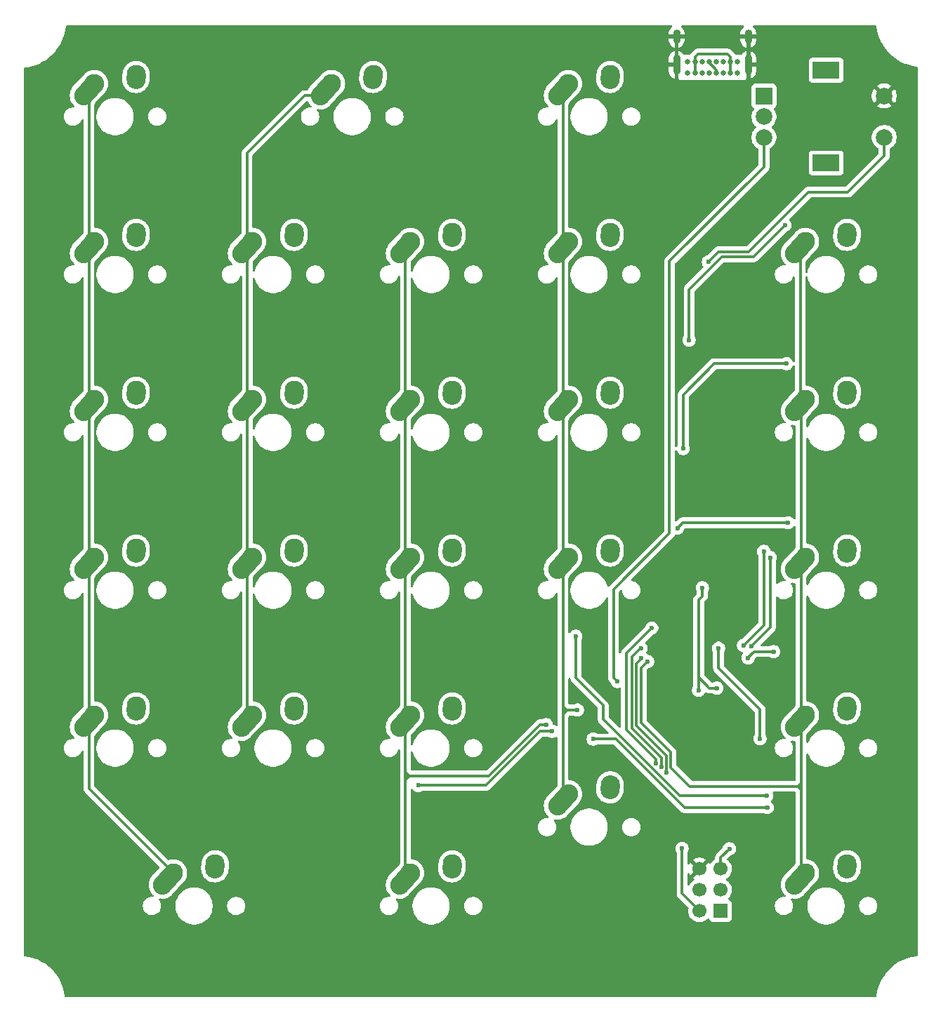
<source format=gbr>
%TF.GenerationSoftware,KiCad,Pcbnew,9.0.2*%
%TF.CreationDate,2025-07-25T12:30:50-06:00*%
%TF.ProjectId,keypadV2-compact,6b657970-6164-4563-922d-636f6d706163,rev?*%
%TF.SameCoordinates,Original*%
%TF.FileFunction,Copper,L1,Top*%
%TF.FilePolarity,Positive*%
%FSLAX46Y46*%
G04 Gerber Fmt 4.6, Leading zero omitted, Abs format (unit mm)*
G04 Created by KiCad (PCBNEW 9.0.2) date 2025-07-25 12:30:50*
%MOMM*%
%LPD*%
G01*
G04 APERTURE LIST*
G04 Aperture macros list*
%AMHorizOval*
0 Thick line with rounded ends*
0 $1 width*
0 $2 $3 position (X,Y) of the first rounded end (center of the circle)*
0 $4 $5 position (X,Y) of the second rounded end (center of the circle)*
0 Add line between two ends*
20,1,$1,$2,$3,$4,$5,0*
0 Add two circle primitives to create the rounded ends*
1,1,$1,$2,$3*
1,1,$1,$4,$5*%
G04 Aperture macros list end*
%TA.AperFunction,ComponentPad*%
%ADD10HorizOval,2.300000X0.655008X0.729993X-0.655008X-0.729993X0*%
%TD*%
%TA.AperFunction,ComponentPad*%
%ADD11C,2.300000*%
%TD*%
%TA.AperFunction,ComponentPad*%
%ADD12HorizOval,2.300000X0.020004X0.290000X-0.020004X-0.290000X0*%
%TD*%
%TA.AperFunction,ComponentPad*%
%ADD13R,1.700000X1.700000*%
%TD*%
%TA.AperFunction,ComponentPad*%
%ADD14C,1.700000*%
%TD*%
%TA.AperFunction,ComponentPad*%
%ADD15R,2.000000X2.000000*%
%TD*%
%TA.AperFunction,ComponentPad*%
%ADD16C,2.000000*%
%TD*%
%TA.AperFunction,ComponentPad*%
%ADD17R,3.200000X2.000000*%
%TD*%
%TA.AperFunction,ComponentPad*%
%ADD18C,0.650000*%
%TD*%
%TA.AperFunction,ComponentPad*%
%ADD19O,0.900000X1.700000*%
%TD*%
%TA.AperFunction,ComponentPad*%
%ADD20O,0.900000X2.400000*%
%TD*%
%TA.AperFunction,ViaPad*%
%ADD21C,0.600000*%
%TD*%
%TA.AperFunction,Conductor*%
%ADD22C,0.304800*%
%TD*%
G04 APERTURE END LIST*
D10*
%TO.P,S10,1*%
%TO.N,/col3*%
X119400008Y-168180007D03*
D11*
X120055000Y-167450000D03*
D12*
%TO.P,S10,2*%
%TO.N,Net-(D10-A)*%
X125075004Y-166660000D03*
D11*
X125095000Y-166370000D03*
%TD*%
D10*
%TO.P,S11,1*%
%TO.N,/col4*%
X138450008Y-168180007D03*
D11*
X139105000Y-167450000D03*
D12*
%TO.P,S11,2*%
%TO.N,Net-(D11-A)*%
X144125004Y-166660000D03*
D11*
X144145000Y-166370000D03*
%TD*%
D10*
%TO.P,S9,1*%
%TO.N,/col2*%
X100350008Y-168180007D03*
D11*
X101005000Y-167450000D03*
D12*
%TO.P,S9,2*%
%TO.N,Net-(D9-A)*%
X106025004Y-166660000D03*
D11*
X106045000Y-166370000D03*
%TD*%
D10*
%TO.P,S16,1*%
%TO.N,/col1*%
X81300008Y-206280007D03*
D11*
X81955000Y-205550000D03*
D12*
%TO.P,S16,2*%
%TO.N,Net-(D16-A)*%
X86975004Y-204760000D03*
D11*
X86995000Y-204470000D03*
%TD*%
D10*
%TO.P,S12,1*%
%TO.N,/col1*%
X81300008Y-187230007D03*
D11*
X81955000Y-186500000D03*
D12*
%TO.P,S12,2*%
%TO.N,Net-(D12-A)*%
X86975004Y-185710000D03*
D11*
X86995000Y-185420000D03*
%TD*%
D10*
%TO.P,S19,1*%
%TO.N,/col4*%
X138450008Y-215805007D03*
D11*
X139105000Y-215075000D03*
D12*
%TO.P,S19,2*%
%TO.N,Net-(D19-A)*%
X144125004Y-214285000D03*
D11*
X144145000Y-213995000D03*
%TD*%
D10*
%TO.P,S25,1*%
%TO.N,/col5*%
X167025008Y-206280007D03*
D11*
X167680000Y-205550000D03*
D12*
%TO.P,S25,2*%
%TO.N,Net-(D25-A)*%
X172700004Y-204760000D03*
D11*
X172720000Y-204470000D03*
%TD*%
D10*
%TO.P,S7,1*%
%TO.N,/col4*%
X138450008Y-149130007D03*
D11*
X139105000Y-148400000D03*
D12*
%TO.P,S7,2*%
%TO.N,Net-(D7-A)*%
X144125004Y-147610000D03*
D11*
X144145000Y-147320000D03*
%TD*%
D13*
%TO.P,J2,1,MISO*%
%TO.N,MISO*%
X157455000Y-229190000D03*
D14*
%TO.P,J2,2,VCC*%
%TO.N,+5V*%
X154915000Y-229190000D03*
%TO.P,J2,3,SCK*%
%TO.N,SCK*%
X157455000Y-226650000D03*
%TO.P,J2,4,MOSI*%
%TO.N,MOSI*%
X154915000Y-226650000D03*
%TO.P,J2,5,~{RST}*%
%TO.N,RESET*%
X157455000Y-224110000D03*
%TO.P,J2,6,GND*%
%TO.N,GND*%
X154915000Y-224110000D03*
%TD*%
D10*
%TO.P,S18,1*%
%TO.N,/col3*%
X119400008Y-206280007D03*
D11*
X120055000Y-205550000D03*
D12*
%TO.P,S18,2*%
%TO.N,Net-(D18-A)*%
X125075004Y-204760000D03*
D11*
X125095000Y-204470000D03*
%TD*%
D10*
%TO.P,S23,1*%
%TO.N,/col5*%
X167025008Y-168180007D03*
D11*
X167680000Y-167450000D03*
D12*
%TO.P,S23,2*%
%TO.N,Net-(D23-A)*%
X172700004Y-166660000D03*
D11*
X172720000Y-166370000D03*
%TD*%
D10*
%TO.P,S5,1*%
%TO.N,/col2*%
X100350008Y-149130007D03*
D11*
X101005000Y-148400000D03*
D12*
%TO.P,S5,2*%
%TO.N,Net-(D5-A)*%
X106025004Y-147610000D03*
D11*
X106045000Y-147320000D03*
%TD*%
D10*
%TO.P,S8,1*%
%TO.N,/col1*%
X81300008Y-168180007D03*
D11*
X81955000Y-167450000D03*
D12*
%TO.P,S8,2*%
%TO.N,Net-(D8-A)*%
X86975004Y-166660000D03*
D11*
X86995000Y-166370000D03*
%TD*%
D10*
%TO.P,S26,1*%
%TO.N,/col5*%
X167025008Y-225330007D03*
D11*
X167680000Y-224600000D03*
D12*
%TO.P,S26,2*%
%TO.N,Net-(D26-A)*%
X172700004Y-223810000D03*
D11*
X172720000Y-223520000D03*
%TD*%
D10*
%TO.P,S13,1*%
%TO.N,/col2*%
X100350008Y-187230007D03*
D11*
X101005000Y-186500000D03*
D12*
%TO.P,S13,2*%
%TO.N,Net-(D13-A)*%
X106025004Y-185710000D03*
D11*
X106045000Y-185420000D03*
%TD*%
D15*
%TO.P,SW2,A,A*%
%TO.N,/ENC_A*%
X162680000Y-130850000D03*
D16*
%TO.P,SW2,B,B*%
%TO.N,/ENC_B*%
X162680000Y-135850000D03*
%TO.P,SW2,C,C*%
%TO.N,/ENC_C*%
X162680000Y-133350000D03*
D17*
%TO.P,SW2,MP*%
%TO.N,N/C*%
X170180000Y-127750000D03*
X170180000Y-138950000D03*
D16*
%TO.P,SW2,S1,S1*%
%TO.N,RESET*%
X177180000Y-135850000D03*
%TO.P,SW2,S2,S2*%
%TO.N,GND*%
X177180000Y-130850000D03*
%TD*%
D10*
%TO.P,S4,1*%
%TO.N,/col1*%
X81300008Y-149130007D03*
D11*
X81955000Y-148400000D03*
D12*
%TO.P,S4,2*%
%TO.N,Net-(D4-A)*%
X86975004Y-147610000D03*
D11*
X86995000Y-147320000D03*
%TD*%
D10*
%TO.P,S1,1*%
%TO.N,/col1*%
X81300008Y-130080007D03*
D11*
X81955000Y-129350000D03*
D12*
%TO.P,S1,2*%
%TO.N,Net-(D1-A)*%
X86975004Y-128560000D03*
D11*
X86995000Y-128270000D03*
%TD*%
D10*
%TO.P,S24,1*%
%TO.N,/col5*%
X167025008Y-187230007D03*
D11*
X167680000Y-186500000D03*
D12*
%TO.P,S24,2*%
%TO.N,Net-(D24-A)*%
X172700004Y-185710000D03*
D11*
X172720000Y-185420000D03*
%TD*%
D10*
%TO.P,S22,1*%
%TO.N,/col5*%
X167025008Y-149130007D03*
D11*
X167680000Y-148400000D03*
D12*
%TO.P,S22,2*%
%TO.N,Net-(D22-A)*%
X172700004Y-147610000D03*
D11*
X172720000Y-147320000D03*
%TD*%
D10*
%TO.P,S2,1*%
%TO.N,/col2*%
X109882008Y-130080007D03*
D11*
X110537000Y-129350000D03*
D12*
%TO.P,S2,2*%
%TO.N,Net-(D2-A)*%
X115557004Y-128560000D03*
D11*
X115577000Y-128270000D03*
%TD*%
D10*
%TO.P,S6,1*%
%TO.N,/col3*%
X119400008Y-149130007D03*
D11*
X120055000Y-148400000D03*
D12*
%TO.P,S6,2*%
%TO.N,Net-(D6-A)*%
X125075004Y-147610000D03*
D11*
X125095000Y-147320000D03*
%TD*%
D10*
%TO.P,S20,1*%
%TO.N,/col1*%
X90825008Y-225330007D03*
D11*
X91480000Y-224600000D03*
D12*
%TO.P,S20,2*%
%TO.N,Net-(D20-A)*%
X96500004Y-223810000D03*
D11*
X96520000Y-223520000D03*
%TD*%
D10*
%TO.P,S15,1*%
%TO.N,/col4*%
X138450008Y-187230007D03*
D11*
X139105000Y-186500000D03*
D12*
%TO.P,S15,2*%
%TO.N,Net-(D15-A)*%
X144125004Y-185710000D03*
D11*
X144145000Y-185420000D03*
%TD*%
D10*
%TO.P,S21,1*%
%TO.N,/col3*%
X119400008Y-225330007D03*
D11*
X120055000Y-224600000D03*
D12*
%TO.P,S21,2*%
%TO.N,Net-(D21-A)*%
X125075004Y-223810000D03*
D11*
X125095000Y-223520000D03*
%TD*%
D10*
%TO.P,S14,1*%
%TO.N,/col3*%
X119400008Y-187230007D03*
D11*
X120055000Y-186500000D03*
D12*
%TO.P,S14,2*%
%TO.N,Net-(D14-A)*%
X125075004Y-185710000D03*
D11*
X125095000Y-185420000D03*
%TD*%
D10*
%TO.P,S17,1*%
%TO.N,/col2*%
X100350008Y-206280007D03*
D11*
X101005000Y-205550000D03*
D12*
%TO.P,S17,2*%
%TO.N,Net-(D17-A)*%
X106025004Y-204760000D03*
D11*
X106045000Y-204470000D03*
%TD*%
D10*
%TO.P,S3,1*%
%TO.N,/col4*%
X138450008Y-130080007D03*
D11*
X139105000Y-129350000D03*
D12*
%TO.P,S3,2*%
%TO.N,Net-(D3-A)*%
X144125004Y-128560000D03*
D11*
X144145000Y-128270000D03*
%TD*%
D18*
%TO.P,J1,A1,GND*%
%TO.N,GND*%
X153505000Y-128072500D03*
%TO.P,J1,A4,VBUS*%
%TO.N,/VBUS*%
X154355000Y-128072500D03*
%TO.P,J1,A5,CC1*%
%TO.N,Net-(J1-CC1)*%
X155205000Y-128072500D03*
%TO.P,J1,A6,DP1*%
%TO.N,usbD+*%
X156055000Y-128072500D03*
%TO.P,J1,A7,DN1*%
%TO.N,usbD-*%
X156905000Y-128072500D03*
%TO.P,J1,A8,SBU1*%
%TO.N,unconnected-(J1-SBU1-PadA8)*%
X157755000Y-128072500D03*
%TO.P,J1,A9,VBUS__1*%
%TO.N,/VBUS*%
X158605000Y-128072500D03*
%TO.P,J1,A12,GND__1*%
%TO.N,GND*%
X159455000Y-128072500D03*
%TO.P,J1,B1,GND__2*%
X159455000Y-126722500D03*
%TO.P,J1,B4,VBUS__2*%
%TO.N,/VBUS*%
X158605000Y-126722500D03*
%TO.P,J1,B5,CC2*%
%TO.N,Net-(J1-CC2)*%
X157755000Y-126722500D03*
%TO.P,J1,B6,DP2*%
%TO.N,usbD+*%
X156905000Y-126722500D03*
%TO.P,J1,B7,DN2*%
%TO.N,usbD-*%
X156055000Y-126722500D03*
%TO.P,J1,B8,SBU2*%
%TO.N,unconnected-(J1-SBU2-PadB8)*%
X155205000Y-126722500D03*
%TO.P,J1,B9,VBUS__3*%
%TO.N,/VBUS*%
X154355000Y-126722500D03*
%TO.P,J1,B12,GND__3*%
%TO.N,GND*%
X153505000Y-126722500D03*
D19*
%TO.P,J1,S1,SHELL*%
X152155000Y-123712500D03*
%TO.P,J1,S2,SHELL__1*%
X160805000Y-123712500D03*
D20*
%TO.P,J1,S3,SHELL__2*%
X152155000Y-127092500D03*
%TO.P,J1,S4,SHELL__3*%
X160805000Y-127092500D03*
%TD*%
D21*
%TO.N,GND*%
X154455000Y-221850000D03*
X156555000Y-129600000D03*
X152705000Y-201600000D03*
X152355000Y-134650000D03*
X157605000Y-212450000D03*
X159655000Y-208700000D03*
X157655000Y-164950000D03*
X154005000Y-210300000D03*
X136855000Y-200300000D03*
X160155000Y-135000000D03*
X155955000Y-212450000D03*
X142755000Y-197650000D03*
X161255000Y-183750000D03*
X157855000Y-181000000D03*
X161255000Y-146750000D03*
X155205000Y-142750000D03*
X157655000Y-152550000D03*
X133605000Y-204800000D03*
X157705000Y-147950000D03*
X136955000Y-204800000D03*
X157655000Y-161350000D03*
X161255000Y-152550000D03*
X152355000Y-131250000D03*
X156455000Y-221850000D03*
X154005000Y-208700000D03*
X159655000Y-210300000D03*
X161355000Y-180950000D03*
X156330000Y-200525000D03*
X161255000Y-164950000D03*
X161255000Y-161350000D03*
X152705000Y-198800000D03*
X157905000Y-183750000D03*
X160255000Y-131200000D03*
%TO.N,+5V*%
X154805000Y-202550000D03*
X155255000Y-190200000D03*
X157005000Y-202300000D03*
X152805000Y-221650000D03*
%TO.N,/row2*%
X153652600Y-160300000D03*
X165205000Y-146450000D03*
%TO.N,/row3*%
X165405000Y-163150000D03*
X152952600Y-173400000D03*
%TO.N,/row4*%
X152252600Y-183000000D03*
X165605000Y-182350000D03*
%TO.N,/row5*%
X140005000Y-196050000D03*
X163005000Y-215300000D03*
%TO.N,/row6*%
X142105000Y-208450000D03*
X163080000Y-216725000D03*
%TO.N,RESET*%
X158505000Y-221700000D03*
X162205000Y-208400000D03*
X155983328Y-150878328D03*
X157205000Y-197500000D03*
%TO.N,MISO*%
X149655000Y-211350000D03*
X149155000Y-195050000D03*
%TO.N,MOSI*%
X150307400Y-211850000D03*
X147855000Y-197500000D03*
%TO.N,SCK*%
X150959800Y-212470492D03*
X147903740Y-198649186D03*
%TO.N,/col2*%
X137155000Y-207511600D03*
X121005000Y-214050000D03*
%TO.N,/col4*%
X140205000Y-204950000D03*
%TO.N,/col3*%
X136405000Y-206700000D03*
%TO.N,/col5*%
X148655000Y-199100000D03*
%TO.N,Net-(U1-UCAP)*%
X160777561Y-198652080D03*
X163855000Y-197900000D03*
%TO.N,/ENC_A*%
X163455000Y-186550000D03*
X161190972Y-197245324D03*
%TO.N,/ENC_C*%
X160205000Y-197150000D03*
X162655000Y-185800000D03*
%TO.N,/ENC_B*%
X145005000Y-201500000D03*
%TD*%
D22*
%TO.N,+5V*%
X157005000Y-202300000D02*
X156105000Y-202300000D01*
X154805000Y-201000000D02*
X154805000Y-202550000D01*
X152805000Y-221650000D02*
X152805000Y-227080000D01*
X154805000Y-191651200D02*
X154805000Y-201000000D01*
X155255000Y-190200000D02*
X155255000Y-191201200D01*
X152805000Y-227080000D02*
X154915000Y-229190000D01*
X156105000Y-202300000D02*
X154805000Y-201000000D01*
X155255000Y-191201200D02*
X154805000Y-191651200D01*
%TO.N,/row2*%
X157605000Y-150250000D02*
X153652600Y-154202400D01*
X161405000Y-150250000D02*
X157605000Y-150250000D01*
X153652600Y-154202400D02*
X153652600Y-160300000D01*
X165205000Y-146450000D02*
X161405000Y-150250000D01*
%TO.N,/row3*%
X152952600Y-166902400D02*
X152952600Y-173400000D01*
X156705000Y-163150000D02*
X152952600Y-166902400D01*
X165405000Y-163150000D02*
X156705000Y-163150000D01*
%TO.N,/row4*%
X165605000Y-182350000D02*
X152902600Y-182350000D01*
X152902600Y-182350000D02*
X152252600Y-183000000D01*
%TO.N,/row5*%
X152555000Y-215300000D02*
X143305000Y-206050000D01*
X143305000Y-206050000D02*
X143305000Y-204400000D01*
X163005000Y-215300000D02*
X152555000Y-215300000D01*
X143305000Y-204400000D02*
X140005000Y-201100000D01*
X140005000Y-201100000D02*
X140005000Y-196050000D01*
%TO.N,/row6*%
X144818980Y-208450000D02*
X142105000Y-208450000D01*
X153093980Y-216725000D02*
X144818980Y-208450000D01*
X163080000Y-216725000D02*
X153093980Y-216725000D01*
%TO.N,RESET*%
X158505000Y-221700000D02*
X157455000Y-222750000D01*
X168055000Y-142450000D02*
X160855000Y-149650000D01*
X172805000Y-142450000D02*
X168055000Y-142450000D01*
X177180000Y-138075000D02*
X172805000Y-142450000D01*
X162205000Y-204850000D02*
X157205000Y-199850000D01*
X177180000Y-135850000D02*
X177180000Y-138075000D01*
X160855000Y-149650000D02*
X157211656Y-149650000D01*
X157455000Y-222750000D02*
X157455000Y-224110000D01*
X157205000Y-199850000D02*
X157205000Y-197500000D01*
X162205000Y-208400000D02*
X162205000Y-204850000D01*
X157211656Y-149650000D02*
X155983328Y-150878328D01*
%TO.N,/col1*%
X81305000Y-166000000D02*
X81305000Y-185250000D01*
X81305000Y-130000000D02*
X81305000Y-146000000D01*
X81305000Y-185250000D02*
X81305000Y-187300000D01*
X81305000Y-168250000D02*
X80645000Y-168910000D01*
X81305000Y-204450000D02*
X81305000Y-206350000D01*
X81305000Y-204450000D02*
X81305000Y-214425000D01*
X81305000Y-206350000D02*
X80645000Y-207010000D01*
X81305000Y-147750000D02*
X81955000Y-148400000D01*
X81955000Y-129350000D02*
X81305000Y-130000000D01*
X81305000Y-214425000D02*
X91480000Y-224600000D01*
X81305000Y-187300000D02*
X80645000Y-187960000D01*
X81305000Y-146000000D02*
X81305000Y-166000000D01*
X81305000Y-146000000D02*
X81305000Y-147750000D01*
X81305000Y-166000000D02*
X81305000Y-168250000D01*
X81305000Y-185250000D02*
X81305000Y-204450000D01*
%TO.N,MISO*%
X149655000Y-211350000D02*
X149655000Y-210900000D01*
X146105000Y-207350000D02*
X146105000Y-198100000D01*
X146105000Y-198100000D02*
X149155000Y-195050000D01*
X149655000Y-210900000D02*
X146105000Y-207350000D01*
%TO.N,MOSI*%
X150307400Y-211850000D02*
X150307400Y-210727400D01*
X146755000Y-198500000D02*
X147755000Y-197500000D01*
X147755000Y-197500000D02*
X147855000Y-197500000D01*
X146755000Y-207175000D02*
X146755000Y-198500000D01*
X150307400Y-210727400D02*
X146755000Y-207175000D01*
%TO.N,SCK*%
X147310800Y-199344200D02*
X147903740Y-198751260D01*
X150960800Y-211579352D02*
X150955000Y-211573552D01*
X150955000Y-212465692D02*
X150955000Y-212126448D01*
X150955000Y-212126448D02*
X150960800Y-212120648D01*
X150959800Y-212470492D02*
X150955000Y-212465692D01*
X150955000Y-210450000D02*
X147310800Y-206805800D01*
X150955000Y-211573552D02*
X150955000Y-210450000D01*
X150960800Y-212120648D02*
X150960800Y-211579352D01*
X147903740Y-198751260D02*
X147903740Y-198649186D01*
X147310800Y-206805800D02*
X147310800Y-199344200D01*
%TO.N,/col2*%
X137155000Y-207511600D02*
X135676958Y-207511600D01*
X101005000Y-148400000D02*
X100405000Y-149000000D01*
X107295000Y-130810000D02*
X100355000Y-137750000D01*
X100405000Y-184900000D02*
X100405000Y-206300000D01*
X100405000Y-187250000D02*
X99695000Y-187960000D01*
X100405000Y-149000000D02*
X100405000Y-165250000D01*
X100405000Y-184900000D02*
X100405000Y-187250000D01*
X100405000Y-168200000D02*
X99695000Y-168910000D01*
X135676958Y-207511600D02*
X129138558Y-214050000D01*
X100355000Y-149200000D02*
X99695000Y-149860000D01*
X100405000Y-206300000D02*
X99695000Y-207010000D01*
X100405000Y-165250000D02*
X100405000Y-184900000D01*
X100405000Y-165250000D02*
X100405000Y-168200000D01*
X100355000Y-137750000D02*
X100355000Y-149200000D01*
X129138558Y-214050000D02*
X121005000Y-214050000D01*
X109227000Y-130810000D02*
X107295000Y-130810000D01*
%TO.N,/col4*%
X138455000Y-187300000D02*
X137795000Y-187960000D01*
X138455000Y-184700000D02*
X138455000Y-204500000D01*
X138455000Y-168250000D02*
X138455000Y-165750000D01*
X138455000Y-204500000D02*
X138455000Y-204950000D01*
X138455000Y-184700000D02*
X138455000Y-187300000D01*
X138455000Y-204950000D02*
X138455000Y-205450000D01*
X138455000Y-165750000D02*
X138455000Y-131470000D01*
X138655000Y-149000000D02*
X137795000Y-149860000D01*
X138455000Y-165750000D02*
X138455000Y-184700000D01*
X138905000Y-204950000D02*
X138455000Y-204500000D01*
X138955000Y-204950000D02*
X138455000Y-205450000D01*
X138455000Y-205450000D02*
X138455000Y-215875000D01*
X138455000Y-131470000D02*
X137795000Y-130810000D01*
X138455000Y-215875000D02*
X137795000Y-216535000D01*
X139105000Y-129350000D02*
X138455000Y-130000000D01*
X140205000Y-204950000D02*
X139005000Y-204950000D01*
X139005000Y-204950000D02*
X138955000Y-204950000D01*
X137795000Y-168910000D02*
X138455000Y-168250000D01*
X139005000Y-204950000D02*
X138455000Y-204950000D01*
X139005000Y-204950000D02*
X138905000Y-204950000D01*
%TO.N,/col3*%
X119455000Y-183750000D02*
X119455000Y-187250000D01*
X120055000Y-212900000D02*
X119905000Y-212900000D01*
X119905000Y-212900000D02*
X119455000Y-212450000D01*
X119455000Y-213350000D02*
X119455000Y-225350000D01*
X119455000Y-187250000D02*
X118745000Y-187960000D01*
X119455000Y-225350000D02*
X118745000Y-226060000D01*
X135702538Y-206700000D02*
X129502538Y-212900000D01*
X120055000Y-148400000D02*
X119455000Y-149000000D01*
X119455000Y-164800000D02*
X119455000Y-183750000D01*
X136405000Y-206700000D02*
X135702538Y-206700000D01*
X119455000Y-149000000D02*
X119455000Y-164800000D01*
X119905000Y-212900000D02*
X119455000Y-213350000D01*
X120055000Y-212900000D02*
X119455000Y-212900000D01*
X119455000Y-164800000D02*
X119455000Y-168200000D01*
X129502538Y-212900000D02*
X120055000Y-212900000D01*
X119455000Y-183750000D02*
X119455000Y-203650000D01*
X119455000Y-168200000D02*
X118745000Y-168910000D01*
X119455000Y-203650000D02*
X119455000Y-206300000D01*
X119455000Y-203650000D02*
X119455000Y-212450000D01*
X119455000Y-212900000D02*
X119455000Y-213350000D01*
X119455000Y-206300000D02*
X118745000Y-207010000D01*
X119455000Y-212450000D02*
X119455000Y-212900000D01*
%TO.N,/col5*%
X167155000Y-213450000D02*
X167155000Y-208350000D01*
X167155000Y-214150000D02*
X167155000Y-213450000D01*
X167155000Y-206075000D02*
X166370000Y-206860000D01*
X166505000Y-214150000D02*
X166755000Y-214150000D01*
X153755000Y-214150000D02*
X166505000Y-214150000D01*
X166370000Y-149860000D02*
X167055000Y-150545000D01*
X151460800Y-211364042D02*
X151466600Y-211369843D01*
X151466600Y-211369843D02*
X151466600Y-211861600D01*
X167155000Y-213750000D02*
X167155000Y-213450000D01*
X166470000Y-168785000D02*
X167155000Y-169470000D01*
X148655000Y-199100000D02*
X147866600Y-199888400D01*
X167155000Y-169470000D02*
X167155000Y-184600000D01*
X166505000Y-214150000D02*
X167155000Y-214150000D01*
X151460800Y-210040491D02*
X151460800Y-211364042D01*
X151466600Y-211861600D02*
X153755000Y-214150000D01*
X167680000Y-205550000D02*
X167155000Y-206075000D01*
X167055000Y-150545000D02*
X167055000Y-168225000D01*
X167155000Y-214550000D02*
X167155000Y-225275000D01*
X147866600Y-199888400D02*
X147866600Y-206446290D01*
X147866600Y-206446290D02*
X151460800Y-210040491D01*
X167155000Y-185500000D02*
X167155000Y-187150000D01*
X167155000Y-184600000D02*
X167155000Y-208350000D01*
X166755000Y-214150000D02*
X167155000Y-213750000D01*
X167155000Y-206075000D02*
X167155000Y-208350000D01*
X167155000Y-225275000D02*
X166370000Y-226060000D01*
X167155000Y-187150000D02*
X166470000Y-187835000D01*
X167055000Y-168225000D02*
X166370000Y-168910000D01*
X167155000Y-214150000D02*
X167155000Y-214550000D01*
X167155000Y-184600000D02*
X167155000Y-185500000D01*
X166755000Y-214150000D02*
X167155000Y-214550000D01*
X166370000Y-206860000D02*
X166370000Y-207010000D01*
%TO.N,Net-(U1-UCAP)*%
X160777561Y-198627439D02*
X160777561Y-198652080D01*
X161505000Y-197900000D02*
X160777561Y-198627439D01*
X163855000Y-197900000D02*
X161505000Y-197900000D01*
%TO.N,/VBUS*%
X158605000Y-126650000D02*
X158605000Y-128000000D01*
X154355000Y-126150000D02*
X154705000Y-125800000D01*
X154355000Y-126650000D02*
X154355000Y-128000000D01*
X154705000Y-125800000D02*
X158255000Y-125800000D01*
X158605000Y-126150000D02*
X158605000Y-126650000D01*
X158255000Y-125800000D02*
X158605000Y-126150000D01*
X154355000Y-126650000D02*
X154355000Y-126150000D01*
%TO.N,/ENC_A*%
X163455000Y-186550000D02*
X163455000Y-194981296D01*
X163455000Y-194981296D02*
X161190972Y-197245324D01*
%TO.N,/ENC_C*%
X162655000Y-194700000D02*
X162655000Y-185800000D01*
X160205000Y-197150000D02*
X162655000Y-194700000D01*
%TO.N,/ENC_B*%
X144555000Y-201050000D02*
X144555000Y-190400000D01*
X144555000Y-190400000D02*
X151305000Y-183650000D01*
X162680000Y-139425000D02*
X162680000Y-135850000D01*
X151305000Y-183650000D02*
X151305000Y-150800000D01*
X151305000Y-150800000D02*
X162680000Y-139425000D01*
X145005000Y-201500000D02*
X144555000Y-201050000D01*
%TO.N,usbD-*%
X156905000Y-127700000D02*
X156905000Y-128000000D01*
X156055000Y-126850000D02*
X156905000Y-127700000D01*
X156055000Y-126650000D02*
X156055000Y-126850000D01*
%TD*%
%TA.AperFunction,Conductor*%
%TO.N,GND*%
G36*
X154449075Y-224302993D02*
G01*
X154514901Y-224417007D01*
X154607993Y-224510099D01*
X154722007Y-224575925D01*
X154785589Y-224592962D01*
X154153282Y-225225270D01*
X154207452Y-225264626D01*
X154207451Y-225264626D01*
X154216495Y-225269234D01*
X154267292Y-225317208D01*
X154284087Y-225385029D01*
X154261550Y-225451164D01*
X154216499Y-225490202D01*
X154207182Y-225494949D01*
X154035213Y-225619890D01*
X153884890Y-225770213D01*
X153759951Y-225942180D01*
X153692385Y-226074785D01*
X153644410Y-226125581D01*
X153576589Y-226142376D01*
X153510454Y-226119838D01*
X153467003Y-226065123D01*
X153457900Y-226018490D01*
X153457900Y-224740407D01*
X153477585Y-224673368D01*
X153530389Y-224627613D01*
X153599547Y-224617669D01*
X153663103Y-224646694D01*
X153692385Y-224684112D01*
X153760375Y-224817550D01*
X153799728Y-224871716D01*
X154432037Y-224239408D01*
X154449075Y-224302993D01*
G37*
%TD.AperFunction*%
%TA.AperFunction,Conductor*%
G36*
X166460962Y-182764781D02*
G01*
X166497682Y-182824224D01*
X166502100Y-182857030D01*
X166502100Y-185292376D01*
X166494506Y-185318234D01*
X166490437Y-185344877D01*
X166483635Y-185355258D01*
X166482415Y-185359415D01*
X166474379Y-185369387D01*
X166471095Y-185374400D01*
X166468521Y-185377317D01*
X166421069Y-185424771D01*
X166394909Y-185460776D01*
X166391027Y-185465178D01*
X166390325Y-185465967D01*
X165054783Y-186954402D01*
X165054782Y-186954402D01*
X164913665Y-187172526D01*
X164913662Y-187172531D01*
X164808405Y-187410047D01*
X164808403Y-187410052D01*
X164741600Y-187661099D01*
X164741600Y-187661104D01*
X164714891Y-187919522D01*
X164728936Y-188178936D01*
X164783389Y-188432959D01*
X164876910Y-188675338D01*
X165007196Y-188900101D01*
X165171039Y-189101716D01*
X165171042Y-189101719D01*
X165171044Y-189101721D01*
X165260856Y-189182307D01*
X165297607Y-189241730D01*
X165296398Y-189311589D01*
X165257612Y-189369704D01*
X165193563Y-189397625D01*
X165178043Y-189398600D01*
X165013313Y-189398600D01*
X164842086Y-189425720D01*
X164677211Y-189479290D01*
X164677208Y-189479291D01*
X164522739Y-189557998D01*
X164456995Y-189605765D01*
X164382486Y-189659899D01*
X164382484Y-189659901D01*
X164382483Y-189659901D01*
X164319581Y-189722804D01*
X164258258Y-189756289D01*
X164188566Y-189751305D01*
X164132633Y-189709433D01*
X164108216Y-189643969D01*
X164107900Y-189635123D01*
X164107900Y-187051343D01*
X164127585Y-186984304D01*
X164128764Y-186982501D01*
X164164394Y-186929179D01*
X164224737Y-186783497D01*
X164255500Y-186628842D01*
X164255500Y-186471158D01*
X164255500Y-186471155D01*
X164255499Y-186471153D01*
X164235399Y-186370103D01*
X164224737Y-186316503D01*
X164207460Y-186274793D01*
X164164397Y-186170827D01*
X164164390Y-186170814D01*
X164076789Y-186039711D01*
X164076786Y-186039707D01*
X163965292Y-185928213D01*
X163965288Y-185928210D01*
X163834185Y-185840609D01*
X163834172Y-185840602D01*
X163688501Y-185780264D01*
X163688491Y-185780261D01*
X163539403Y-185750605D01*
X163477492Y-185718220D01*
X163442918Y-185657504D01*
X163441978Y-185653179D01*
X163424738Y-185566510D01*
X163424737Y-185566503D01*
X163424735Y-185566498D01*
X163364397Y-185420827D01*
X163364390Y-185420814D01*
X163276789Y-185289711D01*
X163276786Y-185289707D01*
X163165292Y-185178213D01*
X163165288Y-185178210D01*
X163034185Y-185090609D01*
X163034172Y-185090602D01*
X162888501Y-185030264D01*
X162888489Y-185030261D01*
X162733845Y-184999500D01*
X162733842Y-184999500D01*
X162576158Y-184999500D01*
X162576155Y-184999500D01*
X162421510Y-185030261D01*
X162421498Y-185030264D01*
X162275827Y-185090602D01*
X162275814Y-185090609D01*
X162144711Y-185178210D01*
X162144707Y-185178213D01*
X162033213Y-185289707D01*
X162033210Y-185289711D01*
X161945609Y-185420814D01*
X161945602Y-185420827D01*
X161885264Y-185566498D01*
X161885261Y-185566510D01*
X161854500Y-185721153D01*
X161854500Y-185878846D01*
X161885261Y-186033489D01*
X161885264Y-186033501D01*
X161945602Y-186179172D01*
X161945606Y-186179179D01*
X161981202Y-186232452D01*
X162002080Y-186299129D01*
X162002100Y-186301343D01*
X162002100Y-194378197D01*
X161982415Y-194445236D01*
X161965781Y-194465878D01*
X160097831Y-196333827D01*
X160036508Y-196367312D01*
X160034342Y-196367763D01*
X159971508Y-196380261D01*
X159971498Y-196380264D01*
X159825827Y-196440602D01*
X159825814Y-196440609D01*
X159694711Y-196528210D01*
X159694707Y-196528213D01*
X159583213Y-196639707D01*
X159583210Y-196639711D01*
X159495609Y-196770814D01*
X159495602Y-196770827D01*
X159435264Y-196916498D01*
X159435261Y-196916510D01*
X159404500Y-197071153D01*
X159404500Y-197228846D01*
X159435261Y-197383489D01*
X159435264Y-197383501D01*
X159495602Y-197529172D01*
X159495609Y-197529185D01*
X159583210Y-197660288D01*
X159583213Y-197660292D01*
X159694707Y-197771786D01*
X159694711Y-197771789D01*
X159825814Y-197859390D01*
X159825827Y-197859397D01*
X159971498Y-197919735D01*
X159971503Y-197919737D01*
X160035420Y-197932451D01*
X160083666Y-197942048D01*
X160145577Y-197974433D01*
X160180151Y-198035148D01*
X160176412Y-198104918D01*
X160158672Y-198136402D01*
X160159156Y-198136726D01*
X160068170Y-198272894D01*
X160068163Y-198272907D01*
X160007825Y-198418578D01*
X160007822Y-198418590D01*
X159977061Y-198573233D01*
X159977061Y-198730926D01*
X160007822Y-198885569D01*
X160007825Y-198885581D01*
X160068163Y-199031252D01*
X160068170Y-199031265D01*
X160155771Y-199162368D01*
X160155774Y-199162372D01*
X160267268Y-199273866D01*
X160267272Y-199273869D01*
X160398375Y-199361470D01*
X160398388Y-199361477D01*
X160544059Y-199421815D01*
X160544064Y-199421817D01*
X160698714Y-199452579D01*
X160698717Y-199452580D01*
X160698719Y-199452580D01*
X160856405Y-199452580D01*
X160856406Y-199452579D01*
X161011058Y-199421817D01*
X161156740Y-199361474D01*
X161287850Y-199273869D01*
X161399350Y-199162369D01*
X161486955Y-199031259D01*
X161547298Y-198885577D01*
X161565916Y-198791975D01*
X161574680Y-198775220D01*
X161578700Y-198756742D01*
X161597440Y-198731706D01*
X161598298Y-198730068D01*
X161599740Y-198728599D01*
X161739123Y-198589216D01*
X161800444Y-198555734D01*
X161826802Y-198552900D01*
X163353657Y-198552900D01*
X163420696Y-198572585D01*
X163422498Y-198573764D01*
X163475821Y-198609394D01*
X163475823Y-198609395D01*
X163475827Y-198609397D01*
X163621498Y-198669735D01*
X163621503Y-198669737D01*
X163776153Y-198700499D01*
X163776156Y-198700500D01*
X163776158Y-198700500D01*
X163933844Y-198700500D01*
X163933845Y-198700499D01*
X164088497Y-198669737D01*
X164234179Y-198609394D01*
X164365289Y-198521789D01*
X164476789Y-198410289D01*
X164564394Y-198279179D01*
X164624737Y-198133497D01*
X164655500Y-197978842D01*
X164655500Y-197821158D01*
X164655500Y-197821155D01*
X164655499Y-197821153D01*
X164638061Y-197733489D01*
X164624737Y-197666503D01*
X164588427Y-197578842D01*
X164564397Y-197520827D01*
X164564390Y-197520814D01*
X164476789Y-197389711D01*
X164476786Y-197389707D01*
X164365292Y-197278213D01*
X164365288Y-197278210D01*
X164234185Y-197190609D01*
X164234172Y-197190602D01*
X164088501Y-197130264D01*
X164088489Y-197130261D01*
X163933845Y-197099500D01*
X163933842Y-197099500D01*
X163776158Y-197099500D01*
X163776155Y-197099500D01*
X163621510Y-197130261D01*
X163621498Y-197130264D01*
X163475827Y-197190602D01*
X163475820Y-197190606D01*
X163449497Y-197208195D01*
X163422547Y-197226202D01*
X163355871Y-197247080D01*
X163353657Y-197247100D01*
X162411899Y-197247100D01*
X162344860Y-197227415D01*
X162299105Y-197174611D01*
X162289161Y-197105453D01*
X162318186Y-197041897D01*
X162324218Y-197035419D01*
X163962137Y-195397499D01*
X163962138Y-195397498D01*
X163962137Y-195397498D01*
X163962140Y-195397496D01*
X164033592Y-195290560D01*
X164082809Y-195171740D01*
X164091342Y-195128842D01*
X164107900Y-195045601D01*
X164107900Y-191364877D01*
X164127585Y-191297838D01*
X164180389Y-191252083D01*
X164249547Y-191242139D01*
X164313103Y-191271164D01*
X164319581Y-191277196D01*
X164382486Y-191340101D01*
X164522740Y-191442002D01*
X164559545Y-191460755D01*
X164677208Y-191520708D01*
X164677211Y-191520709D01*
X164759648Y-191547494D01*
X164842088Y-191574280D01*
X164921391Y-191586840D01*
X165013313Y-191601400D01*
X165013318Y-191601400D01*
X165186687Y-191601400D01*
X165269695Y-191588252D01*
X165357912Y-191574280D01*
X165522791Y-191520708D01*
X165677260Y-191442002D01*
X165817514Y-191340101D01*
X165940101Y-191217514D01*
X166042002Y-191077260D01*
X166120708Y-190922791D01*
X166174280Y-190757912D01*
X166189197Y-190663728D01*
X166201400Y-190586687D01*
X166201400Y-190413312D01*
X166183087Y-190297696D01*
X166174280Y-190242088D01*
X166141570Y-190141415D01*
X166120709Y-190077211D01*
X166120708Y-190077208D01*
X166042001Y-189922739D01*
X165979426Y-189836612D01*
X165940101Y-189782486D01*
X165940099Y-189782484D01*
X165939154Y-189781183D01*
X165915674Y-189715376D01*
X165931499Y-189647323D01*
X165981605Y-189598628D01*
X166050083Y-189584752D01*
X166066298Y-189587584D01*
X166066310Y-189587520D01*
X166071091Y-189588396D01*
X166071104Y-189588400D01*
X166329522Y-189615109D01*
X166371397Y-189612841D01*
X166439401Y-189628872D01*
X166487944Y-189679125D01*
X166502100Y-189736660D01*
X166502100Y-204342376D01*
X166494506Y-204368234D01*
X166490437Y-204394877D01*
X166483977Y-204404093D01*
X166482415Y-204409415D01*
X166471095Y-204424400D01*
X166468521Y-204427317D01*
X166421069Y-204474771D01*
X166394909Y-204510776D01*
X166391027Y-204515178D01*
X166390896Y-204515260D01*
X166390325Y-204515967D01*
X165054783Y-206004402D01*
X165054782Y-206004402D01*
X164913665Y-206222526D01*
X164913662Y-206222531D01*
X164808405Y-206460047D01*
X164808403Y-206460052D01*
X164741600Y-206711099D01*
X164741600Y-206711104D01*
X164723130Y-206889811D01*
X164714891Y-206969522D01*
X164728936Y-207228936D01*
X164783389Y-207482959D01*
X164876910Y-207725338D01*
X165007196Y-207950101D01*
X165171039Y-208151716D01*
X165171042Y-208151719D01*
X165171044Y-208151721D01*
X165260856Y-208232307D01*
X165297607Y-208291730D01*
X165296398Y-208361589D01*
X165257612Y-208419704D01*
X165193563Y-208447625D01*
X165178043Y-208448600D01*
X165013313Y-208448600D01*
X164842086Y-208475720D01*
X164677211Y-208529290D01*
X164677208Y-208529291D01*
X164522739Y-208607998D01*
X164480895Y-208638400D01*
X164382486Y-208709899D01*
X164382484Y-208709901D01*
X164382483Y-208709901D01*
X164259901Y-208832483D01*
X164259901Y-208832484D01*
X164259899Y-208832486D01*
X164245546Y-208852241D01*
X164157998Y-208972739D01*
X164079291Y-209127208D01*
X164079290Y-209127211D01*
X164025720Y-209292086D01*
X163998600Y-209463312D01*
X163998600Y-209636687D01*
X164025720Y-209807913D01*
X164079290Y-209972788D01*
X164079291Y-209972791D01*
X164108883Y-210030867D01*
X164157998Y-210127260D01*
X164259899Y-210267514D01*
X164382486Y-210390101D01*
X164522740Y-210492002D01*
X164598502Y-210530604D01*
X164677208Y-210570708D01*
X164677211Y-210570709D01*
X164759648Y-210597494D01*
X164842088Y-210624280D01*
X164921391Y-210636840D01*
X165013313Y-210651400D01*
X165013318Y-210651400D01*
X165186687Y-210651400D01*
X165269695Y-210638252D01*
X165357912Y-210624280D01*
X165522791Y-210570708D01*
X165677260Y-210492002D01*
X165817514Y-210390101D01*
X165940101Y-210267514D01*
X166042002Y-210127260D01*
X166120708Y-209972791D01*
X166174280Y-209807912D01*
X166191831Y-209697099D01*
X166201400Y-209636687D01*
X166201400Y-209463312D01*
X166183087Y-209347696D01*
X166174280Y-209292088D01*
X166147494Y-209209648D01*
X166120709Y-209127211D01*
X166120708Y-209127208D01*
X166042001Y-208972739D01*
X166032958Y-208960292D01*
X165940101Y-208832486D01*
X165940099Y-208832484D01*
X165939154Y-208831183D01*
X165915674Y-208765376D01*
X165931499Y-208697323D01*
X165981605Y-208648628D01*
X166050083Y-208634752D01*
X166066298Y-208637584D01*
X166066310Y-208637520D01*
X166071091Y-208638396D01*
X166071104Y-208638400D01*
X166329522Y-208665109D01*
X166371397Y-208662841D01*
X166439401Y-208678872D01*
X166487944Y-208729125D01*
X166502100Y-208786660D01*
X166502100Y-213373100D01*
X166482415Y-213440139D01*
X166429611Y-213485894D01*
X166378100Y-213497100D01*
X154076802Y-213497100D01*
X154009763Y-213477415D01*
X153989121Y-213460781D01*
X152155819Y-211627478D01*
X152141115Y-211600550D01*
X152124523Y-211574732D01*
X152123631Y-211568531D01*
X152122334Y-211566155D01*
X152119500Y-211539797D01*
X152119500Y-211364052D01*
X152119505Y-211305589D01*
X152119500Y-211305539D01*
X152116083Y-211288359D01*
X152113700Y-211264167D01*
X152113700Y-209976183D01*
X152088610Y-209850052D01*
X152088609Y-209850051D01*
X152088609Y-209850047D01*
X152039392Y-209731227D01*
X151967941Y-209624291D01*
X151967939Y-209624289D01*
X151967937Y-209624286D01*
X148555819Y-206212168D01*
X148522334Y-206150845D01*
X148519500Y-206124487D01*
X148519500Y-202471153D01*
X154004500Y-202471153D01*
X154004500Y-202628846D01*
X154035261Y-202783489D01*
X154035264Y-202783501D01*
X154095602Y-202929172D01*
X154095609Y-202929185D01*
X154183210Y-203060288D01*
X154183213Y-203060292D01*
X154294707Y-203171786D01*
X154294711Y-203171789D01*
X154425814Y-203259390D01*
X154425827Y-203259397D01*
X154571498Y-203319735D01*
X154571503Y-203319737D01*
X154726153Y-203350499D01*
X154726156Y-203350500D01*
X154726158Y-203350500D01*
X154883844Y-203350500D01*
X154883845Y-203350499D01*
X155038497Y-203319737D01*
X155184179Y-203259394D01*
X155315289Y-203171789D01*
X155426789Y-203060289D01*
X155514394Y-202929179D01*
X155533971Y-202881913D01*
X155544246Y-202869162D01*
X155550152Y-202853886D01*
X155565716Y-202842519D01*
X155577810Y-202827512D01*
X155593351Y-202822339D01*
X155606578Y-202812680D01*
X155625816Y-202811533D01*
X155644104Y-202805446D01*
X155660640Y-202809456D01*
X155676324Y-202808522D01*
X155701377Y-202819337D01*
X155709244Y-202821246D01*
X155713420Y-202823591D01*
X155795737Y-202878593D01*
X155848501Y-202900448D01*
X155914556Y-202927809D01*
X155914560Y-202927809D01*
X155914561Y-202927810D01*
X156040692Y-202952900D01*
X156040695Y-202952900D01*
X156169305Y-202952900D01*
X156503657Y-202952900D01*
X156570696Y-202972585D01*
X156572498Y-202973764D01*
X156625821Y-203009394D01*
X156625823Y-203009395D01*
X156625827Y-203009397D01*
X156771498Y-203069735D01*
X156771503Y-203069737D01*
X156917717Y-203098821D01*
X156926153Y-203100499D01*
X156926156Y-203100500D01*
X156926158Y-203100500D01*
X157083844Y-203100500D01*
X157083845Y-203100499D01*
X157238497Y-203069737D01*
X157384179Y-203009394D01*
X157515289Y-202921789D01*
X157626789Y-202810289D01*
X157714394Y-202679179D01*
X157774737Y-202533497D01*
X157805500Y-202378842D01*
X157805500Y-202221158D01*
X157805500Y-202221155D01*
X157805499Y-202221153D01*
X157785734Y-202121789D01*
X157774737Y-202066503D01*
X157751452Y-202010288D01*
X157714397Y-201920827D01*
X157714390Y-201920814D01*
X157626789Y-201789711D01*
X157626786Y-201789707D01*
X157515292Y-201678213D01*
X157515288Y-201678210D01*
X157384185Y-201590609D01*
X157384172Y-201590602D01*
X157238501Y-201530264D01*
X157238489Y-201530261D01*
X157083845Y-201499500D01*
X157083842Y-201499500D01*
X156926158Y-201499500D01*
X156926155Y-201499500D01*
X156771510Y-201530261D01*
X156771498Y-201530264D01*
X156625827Y-201590602D01*
X156625820Y-201590606D01*
X156601036Y-201607167D01*
X156572547Y-201626202D01*
X156554500Y-201631853D01*
X156538592Y-201642077D01*
X156507632Y-201646528D01*
X156505871Y-201647080D01*
X156503657Y-201647100D01*
X156426802Y-201647100D01*
X156359763Y-201627415D01*
X156339121Y-201610781D01*
X155494219Y-200765878D01*
X155460734Y-200704555D01*
X155457900Y-200678197D01*
X155457900Y-197421153D01*
X156404500Y-197421153D01*
X156404500Y-197578846D01*
X156435261Y-197733489D01*
X156435264Y-197733501D01*
X156495602Y-197879172D01*
X156495606Y-197879179D01*
X156531202Y-197932452D01*
X156552080Y-197999129D01*
X156552100Y-198001343D01*
X156552100Y-199914305D01*
X156552100Y-199914307D01*
X156552099Y-199914307D01*
X156568569Y-199997099D01*
X156577191Y-200040444D01*
X156626408Y-200159264D01*
X156697859Y-200266200D01*
X156697862Y-200266204D01*
X156697863Y-200266205D01*
X161515781Y-205084121D01*
X161549266Y-205145444D01*
X161552100Y-205171802D01*
X161552100Y-207898656D01*
X161532415Y-207965695D01*
X161531203Y-207967546D01*
X161495608Y-208020817D01*
X161495602Y-208020828D01*
X161435264Y-208166498D01*
X161435261Y-208166510D01*
X161404500Y-208321153D01*
X161404500Y-208478846D01*
X161435261Y-208633489D01*
X161435264Y-208633501D01*
X161495602Y-208779172D01*
X161495609Y-208779185D01*
X161583210Y-208910288D01*
X161583213Y-208910292D01*
X161694707Y-209021786D01*
X161694711Y-209021789D01*
X161825814Y-209109390D01*
X161825827Y-209109397D01*
X161971498Y-209169735D01*
X161971503Y-209169737D01*
X162125831Y-209200435D01*
X162126153Y-209200499D01*
X162126156Y-209200500D01*
X162126158Y-209200500D01*
X162283844Y-209200500D01*
X162283845Y-209200499D01*
X162438497Y-209169737D01*
X162584179Y-209109394D01*
X162715289Y-209021789D01*
X162826789Y-208910289D01*
X162914394Y-208779179D01*
X162974737Y-208633497D01*
X163005500Y-208478842D01*
X163005500Y-208321158D01*
X163005500Y-208321155D01*
X163005499Y-208321153D01*
X163001373Y-208300410D01*
X162974737Y-208166503D01*
X162914394Y-208020821D01*
X162878796Y-207967545D01*
X162857920Y-207900868D01*
X162857900Y-207898656D01*
X162857900Y-204785692D01*
X162832810Y-204659561D01*
X162832809Y-204659560D01*
X162832809Y-204659556D01*
X162783592Y-204540736D01*
X162712141Y-204433801D01*
X162712139Y-204433798D01*
X157894219Y-199615878D01*
X157860734Y-199554555D01*
X157857900Y-199528197D01*
X157857900Y-198001343D01*
X157877585Y-197934304D01*
X157878764Y-197932501D01*
X157914394Y-197879179D01*
X157974737Y-197733497D01*
X158005500Y-197578842D01*
X158005500Y-197421158D01*
X158005500Y-197421155D01*
X158005499Y-197421153D01*
X157999244Y-197389707D01*
X157974737Y-197266503D01*
X157959139Y-197228846D01*
X157914397Y-197120827D01*
X157914390Y-197120814D01*
X157826789Y-196989711D01*
X157826786Y-196989707D01*
X157715292Y-196878213D01*
X157715288Y-196878210D01*
X157584185Y-196790609D01*
X157584172Y-196790602D01*
X157438501Y-196730264D01*
X157438489Y-196730261D01*
X157283845Y-196699500D01*
X157283842Y-196699500D01*
X157126158Y-196699500D01*
X157126155Y-196699500D01*
X156971510Y-196730261D01*
X156971498Y-196730264D01*
X156825827Y-196790602D01*
X156825814Y-196790609D01*
X156694711Y-196878210D01*
X156694707Y-196878213D01*
X156583213Y-196989707D01*
X156583210Y-196989711D01*
X156495609Y-197120814D01*
X156495602Y-197120827D01*
X156435264Y-197266498D01*
X156435261Y-197266510D01*
X156404500Y-197421153D01*
X155457900Y-197421153D01*
X155457900Y-191973002D01*
X155477585Y-191905963D01*
X155494219Y-191885321D01*
X155762138Y-191617402D01*
X155762140Y-191617400D01*
X155833592Y-191510464D01*
X155882809Y-191391644D01*
X155893885Y-191335960D01*
X155907900Y-191265507D01*
X155907900Y-190701343D01*
X155927585Y-190634304D01*
X155928764Y-190632501D01*
X155964394Y-190579179D01*
X156024737Y-190433497D01*
X156055500Y-190278842D01*
X156055500Y-190121158D01*
X156055500Y-190121155D01*
X156055499Y-190121153D01*
X156043574Y-190061203D01*
X156024737Y-189966503D01*
X156006610Y-189922740D01*
X155964397Y-189820827D01*
X155964390Y-189820814D01*
X155876789Y-189689711D01*
X155876786Y-189689707D01*
X155765292Y-189578213D01*
X155765288Y-189578210D01*
X155634185Y-189490609D01*
X155634172Y-189490602D01*
X155488501Y-189430264D01*
X155488489Y-189430261D01*
X155333845Y-189399500D01*
X155333842Y-189399500D01*
X155176158Y-189399500D01*
X155176155Y-189399500D01*
X155021510Y-189430261D01*
X155021498Y-189430264D01*
X154875827Y-189490602D01*
X154875814Y-189490609D01*
X154744711Y-189578210D01*
X154744707Y-189578213D01*
X154633213Y-189689707D01*
X154633210Y-189689711D01*
X154545609Y-189820814D01*
X154545602Y-189820827D01*
X154485264Y-189966498D01*
X154485261Y-189966510D01*
X154454500Y-190121153D01*
X154454500Y-190278846D01*
X154485261Y-190433489D01*
X154485264Y-190433501D01*
X154545602Y-190579172D01*
X154545606Y-190579179D01*
X154581202Y-190632452D01*
X154586853Y-190650499D01*
X154597077Y-190666408D01*
X154601528Y-190697367D01*
X154602080Y-190699129D01*
X154602100Y-190701343D01*
X154602100Y-190879396D01*
X154582415Y-190946435D01*
X154565781Y-190967077D01*
X154297863Y-191234994D01*
X154297862Y-191234995D01*
X154227633Y-191340103D01*
X154226408Y-191341935D01*
X154177191Y-191460755D01*
X154177189Y-191460761D01*
X154152100Y-191586892D01*
X154152100Y-202048656D01*
X154132415Y-202115695D01*
X154131203Y-202117546D01*
X154095608Y-202170817D01*
X154095602Y-202170828D01*
X154035264Y-202316498D01*
X154035261Y-202316510D01*
X154004500Y-202471153D01*
X148519500Y-202471153D01*
X148519500Y-200210201D01*
X148539185Y-200143162D01*
X148555815Y-200122524D01*
X148762168Y-199916170D01*
X148823489Y-199882687D01*
X148825566Y-199882254D01*
X148888497Y-199869737D01*
X149034179Y-199809394D01*
X149165289Y-199721789D01*
X149276789Y-199610289D01*
X149364394Y-199479179D01*
X149424737Y-199333497D01*
X149455500Y-199178842D01*
X149455500Y-199021158D01*
X149455500Y-199021155D01*
X149455499Y-199021153D01*
X149428531Y-198885577D01*
X149424737Y-198866503D01*
X149368578Y-198730922D01*
X149364397Y-198720827D01*
X149364390Y-198720814D01*
X149276789Y-198589711D01*
X149276786Y-198589707D01*
X149165292Y-198478213D01*
X149165288Y-198478210D01*
X149034185Y-198390609D01*
X149034172Y-198390602D01*
X148888501Y-198330264D01*
X148888489Y-198330261D01*
X148733845Y-198299500D01*
X148733842Y-198299500D01*
X148699120Y-198299500D01*
X148693275Y-198297783D01*
X148687292Y-198298935D01*
X148660136Y-198288053D01*
X148632081Y-198279815D01*
X148626648Y-198274633D01*
X148622435Y-198272945D01*
X148604102Y-198253129D01*
X148598088Y-198247393D01*
X148597035Y-198245913D01*
X148525529Y-198138897D01*
X148509421Y-198122789D01*
X148503406Y-198114336D01*
X148495242Y-198090723D01*
X148483272Y-198068801D01*
X148484024Y-198058276D01*
X148480576Y-198048301D01*
X148486474Y-198024025D01*
X148488256Y-197999109D01*
X148496389Y-197983217D01*
X148497072Y-197980407D01*
X148498546Y-197979001D01*
X148501336Y-197973552D01*
X148564390Y-197879185D01*
X148564390Y-197879184D01*
X148564394Y-197879179D01*
X148624737Y-197733497D01*
X148655500Y-197578842D01*
X148655500Y-197421158D01*
X148655500Y-197421155D01*
X148655499Y-197421153D01*
X148649244Y-197389707D01*
X148624737Y-197266503D01*
X148609139Y-197228846D01*
X148564397Y-197120827D01*
X148564390Y-197120814D01*
X148476789Y-196989711D01*
X148476786Y-196989707D01*
X148395390Y-196908311D01*
X148361905Y-196846988D01*
X148366889Y-196777296D01*
X148395390Y-196732949D01*
X148767914Y-196360425D01*
X149262169Y-195866170D01*
X149323490Y-195832687D01*
X149325521Y-195832263D01*
X149388497Y-195819737D01*
X149534179Y-195759394D01*
X149665289Y-195671789D01*
X149776789Y-195560289D01*
X149864394Y-195429179D01*
X149924737Y-195283497D01*
X149955500Y-195128842D01*
X149955500Y-194971158D01*
X149955500Y-194971155D01*
X149955499Y-194971153D01*
X149924738Y-194816510D01*
X149924737Y-194816503D01*
X149924735Y-194816498D01*
X149864397Y-194670827D01*
X149864390Y-194670814D01*
X149776789Y-194539711D01*
X149776786Y-194539707D01*
X149665292Y-194428213D01*
X149665288Y-194428210D01*
X149534185Y-194340609D01*
X149534172Y-194340602D01*
X149388501Y-194280264D01*
X149388489Y-194280261D01*
X149233845Y-194249500D01*
X149233842Y-194249500D01*
X149076158Y-194249500D01*
X149076155Y-194249500D01*
X148921510Y-194280261D01*
X148921498Y-194280264D01*
X148775827Y-194340602D01*
X148775814Y-194340609D01*
X148644711Y-194428210D01*
X148644707Y-194428213D01*
X148533213Y-194539707D01*
X148533210Y-194539711D01*
X148445609Y-194670814D01*
X148445602Y-194670827D01*
X148385263Y-194816500D01*
X148385261Y-194816506D01*
X148372762Y-194879343D01*
X148340376Y-194941254D01*
X148338826Y-194942831D01*
X145597862Y-197683795D01*
X145526407Y-197790737D01*
X145477191Y-197909555D01*
X145477189Y-197909561D01*
X145453517Y-198028569D01*
X145421132Y-198090480D01*
X145360416Y-198125054D01*
X145290647Y-198121314D01*
X145233975Y-198080447D01*
X145208393Y-198015429D01*
X145207900Y-198004377D01*
X145207900Y-190721801D01*
X145216545Y-190692357D01*
X145223068Y-190662375D01*
X145226822Y-190657359D01*
X145227585Y-190654762D01*
X145244210Y-190634129D01*
X145372108Y-190506230D01*
X145433426Y-190472749D01*
X145503118Y-190477733D01*
X145559052Y-190519604D01*
X145582547Y-190581915D01*
X145582837Y-190581870D01*
X145583058Y-190583271D01*
X145583402Y-190584181D01*
X145583598Y-190586679D01*
X145610720Y-190757913D01*
X145664290Y-190922788D01*
X145664291Y-190922791D01*
X145693883Y-190980867D01*
X145742998Y-191077260D01*
X145844899Y-191217514D01*
X145967486Y-191340101D01*
X146107740Y-191442002D01*
X146144545Y-191460755D01*
X146262208Y-191520708D01*
X146262211Y-191520709D01*
X146344648Y-191547494D01*
X146427088Y-191574280D01*
X146506391Y-191586840D01*
X146598313Y-191601400D01*
X146598318Y-191601400D01*
X146771687Y-191601400D01*
X146854695Y-191588252D01*
X146942912Y-191574280D01*
X147107791Y-191520708D01*
X147262260Y-191442002D01*
X147402514Y-191340101D01*
X147525101Y-191217514D01*
X147627002Y-191077260D01*
X147705708Y-190922791D01*
X147759280Y-190757912D01*
X147774197Y-190663728D01*
X147786400Y-190586687D01*
X147786400Y-190413312D01*
X147768087Y-190297696D01*
X147759280Y-190242088D01*
X147726570Y-190141415D01*
X147705709Y-190077211D01*
X147705708Y-190077208D01*
X147627001Y-189922739D01*
X147525101Y-189782486D01*
X147402514Y-189659899D01*
X147262260Y-189557998D01*
X147107791Y-189479291D01*
X147107788Y-189479290D01*
X146942913Y-189425720D01*
X146771679Y-189398598D01*
X146769181Y-189398402D01*
X146768287Y-189398061D01*
X146766870Y-189397837D01*
X146766917Y-189397539D01*
X146703894Y-189373516D01*
X146662425Y-189317283D01*
X146657941Y-189247557D01*
X146691232Y-189187106D01*
X151812141Y-184066199D01*
X151883593Y-183959263D01*
X151927492Y-183853278D01*
X151971332Y-183798875D01*
X152037626Y-183776810D01*
X152066243Y-183779113D01*
X152092226Y-183784282D01*
X152173755Y-183800500D01*
X152173758Y-183800500D01*
X152331444Y-183800500D01*
X152331445Y-183800499D01*
X152486097Y-183769737D01*
X152631779Y-183709394D01*
X152762889Y-183621789D01*
X152874389Y-183510289D01*
X152961994Y-183379179D01*
X153022337Y-183233497D01*
X153034836Y-183170655D01*
X153043602Y-183153897D01*
X153047622Y-183135420D01*
X153066364Y-183110382D01*
X153067220Y-183108747D01*
X153068708Y-183107230D01*
X153136723Y-183039217D01*
X153198047Y-183005733D01*
X153224403Y-183002900D01*
X165103657Y-183002900D01*
X165170696Y-183022585D01*
X165172498Y-183023764D01*
X165225821Y-183059394D01*
X165225823Y-183059395D01*
X165225827Y-183059397D01*
X165348918Y-183110382D01*
X165371503Y-183119737D01*
X165526153Y-183150499D01*
X165526156Y-183150500D01*
X165526158Y-183150500D01*
X165683844Y-183150500D01*
X165683845Y-183150499D01*
X165838497Y-183119737D01*
X165984179Y-183059394D01*
X166115289Y-182971789D01*
X166226789Y-182860289D01*
X166250887Y-182824224D01*
X166274998Y-182788140D01*
X166328610Y-182743334D01*
X166397935Y-182734627D01*
X166460962Y-182764781D01*
G37*
%TD.AperFunction*%
%TA.AperFunction,Conductor*%
G36*
X166341373Y-163351342D02*
G01*
X166388984Y-163402479D01*
X166402100Y-163457984D01*
X166402100Y-166355368D01*
X166382415Y-166422407D01*
X166370393Y-166438181D01*
X165054783Y-167904402D01*
X165054782Y-167904402D01*
X164913665Y-168122526D01*
X164913662Y-168122531D01*
X164808405Y-168360047D01*
X164808403Y-168360052D01*
X164741600Y-168611099D01*
X164741600Y-168611104D01*
X164714891Y-168869522D01*
X164728936Y-169128936D01*
X164783389Y-169382959D01*
X164876910Y-169625338D01*
X165007196Y-169850101D01*
X165171039Y-170051716D01*
X165171042Y-170051719D01*
X165171044Y-170051721D01*
X165260856Y-170132307D01*
X165297607Y-170191730D01*
X165296398Y-170261589D01*
X165257612Y-170319704D01*
X165193563Y-170347625D01*
X165178043Y-170348600D01*
X165013313Y-170348600D01*
X164842086Y-170375720D01*
X164677211Y-170429290D01*
X164677208Y-170429291D01*
X164522739Y-170507998D01*
X164456995Y-170555765D01*
X164382486Y-170609899D01*
X164382484Y-170609901D01*
X164382483Y-170609901D01*
X164259901Y-170732483D01*
X164259901Y-170732484D01*
X164259899Y-170732486D01*
X164245546Y-170752241D01*
X164157998Y-170872739D01*
X164079291Y-171027208D01*
X164079290Y-171027211D01*
X164025720Y-171192086D01*
X163998600Y-171363312D01*
X163998600Y-171536687D01*
X164025720Y-171707913D01*
X164079290Y-171872788D01*
X164079291Y-171872791D01*
X164108883Y-171930867D01*
X164157998Y-172027260D01*
X164259899Y-172167514D01*
X164382486Y-172290101D01*
X164522740Y-172392002D01*
X164598502Y-172430604D01*
X164677208Y-172470708D01*
X164677211Y-172470709D01*
X164759648Y-172497494D01*
X164842088Y-172524280D01*
X164921391Y-172536840D01*
X165013313Y-172551400D01*
X165013318Y-172551400D01*
X165186687Y-172551400D01*
X165269695Y-172538252D01*
X165357912Y-172524280D01*
X165522791Y-172470708D01*
X165677260Y-172392002D01*
X165817514Y-172290101D01*
X165940101Y-172167514D01*
X166042002Y-172027260D01*
X166120708Y-171872791D01*
X166174280Y-171707912D01*
X166191831Y-171597099D01*
X166201400Y-171536687D01*
X166201400Y-171363312D01*
X166183087Y-171247696D01*
X166174280Y-171192088D01*
X166141570Y-171091415D01*
X166120709Y-171027211D01*
X166120708Y-171027208D01*
X166042001Y-170872739D01*
X165939154Y-170731183D01*
X165915674Y-170665376D01*
X165931499Y-170597323D01*
X165981605Y-170548628D01*
X166050083Y-170534752D01*
X166066298Y-170537584D01*
X166066310Y-170537520D01*
X166071091Y-170538396D01*
X166071104Y-170538400D01*
X166329522Y-170565109D01*
X166371397Y-170562841D01*
X166439401Y-170578872D01*
X166487944Y-170629125D01*
X166502100Y-170686660D01*
X166502100Y-181842969D01*
X166482415Y-181910008D01*
X166429611Y-181955763D01*
X166360453Y-181965707D01*
X166296897Y-181936682D01*
X166274998Y-181911860D01*
X166226789Y-181839711D01*
X166226786Y-181839707D01*
X166115292Y-181728213D01*
X166115288Y-181728210D01*
X165984185Y-181640609D01*
X165984172Y-181640602D01*
X165838501Y-181580264D01*
X165838489Y-181580261D01*
X165683845Y-181549500D01*
X165683842Y-181549500D01*
X165526158Y-181549500D01*
X165526155Y-181549500D01*
X165371510Y-181580261D01*
X165371498Y-181580264D01*
X165225827Y-181640602D01*
X165225820Y-181640606D01*
X165199497Y-181658195D01*
X165172547Y-181676202D01*
X165105871Y-181697080D01*
X165103657Y-181697100D01*
X152838293Y-181697100D01*
X152712161Y-181722189D01*
X152712155Y-181722191D01*
X152593336Y-181771407D01*
X152486398Y-181842860D01*
X152486395Y-181842863D01*
X152169581Y-182159678D01*
X152108258Y-182193163D01*
X152038566Y-182188179D01*
X151982633Y-182146307D01*
X151958216Y-182080843D01*
X151957900Y-182071997D01*
X151957900Y-173713778D01*
X151977585Y-173646739D01*
X152030389Y-173600984D01*
X152099547Y-173591040D01*
X152163103Y-173620065D01*
X152196461Y-173666326D01*
X152243202Y-173779172D01*
X152243209Y-173779185D01*
X152330810Y-173910288D01*
X152330813Y-173910292D01*
X152442307Y-174021786D01*
X152442311Y-174021789D01*
X152573414Y-174109390D01*
X152573427Y-174109397D01*
X152719098Y-174169735D01*
X152719103Y-174169737D01*
X152873753Y-174200499D01*
X152873756Y-174200500D01*
X152873758Y-174200500D01*
X153031444Y-174200500D01*
X153031445Y-174200499D01*
X153186097Y-174169737D01*
X153331779Y-174109394D01*
X153462889Y-174021789D01*
X153574389Y-173910289D01*
X153661994Y-173779179D01*
X153722337Y-173633497D01*
X153753100Y-173478842D01*
X153753100Y-173321158D01*
X153753100Y-173321155D01*
X153753099Y-173321153D01*
X153730794Y-173209018D01*
X153722337Y-173166503D01*
X153661994Y-173020821D01*
X153626396Y-172967545D01*
X153605520Y-172900868D01*
X153605500Y-172898656D01*
X153605500Y-167224202D01*
X153625185Y-167157163D01*
X153641819Y-167136521D01*
X156939121Y-163839219D01*
X157000444Y-163805734D01*
X157026802Y-163802900D01*
X164903657Y-163802900D01*
X164970696Y-163822585D01*
X164972498Y-163823764D01*
X165025821Y-163859394D01*
X165025823Y-163859395D01*
X165025827Y-163859397D01*
X165171498Y-163919735D01*
X165171503Y-163919737D01*
X165326153Y-163950499D01*
X165326156Y-163950500D01*
X165326158Y-163950500D01*
X165483844Y-163950500D01*
X165483845Y-163950499D01*
X165638497Y-163919737D01*
X165784179Y-163859394D01*
X165915289Y-163771789D01*
X166026789Y-163660289D01*
X166114394Y-163529179D01*
X166163539Y-163410532D01*
X166207379Y-163356128D01*
X166273673Y-163334063D01*
X166341373Y-163351342D01*
G37*
%TD.AperFunction*%
%TA.AperFunction,Conductor*%
G36*
X176113620Y-122326627D02*
G01*
X176117374Y-122325766D01*
X176146874Y-122336389D01*
X176176964Y-122345223D01*
X176179486Y-122348133D01*
X176183111Y-122349439D01*
X176202188Y-122374330D01*
X176222722Y-122398025D01*
X176223949Y-122402724D01*
X176225613Y-122404894D01*
X176233506Y-122439295D01*
X176239066Y-122506348D01*
X176314021Y-122955370D01*
X176314022Y-122955374D01*
X176425797Y-123396669D01*
X176425804Y-123396692D01*
X176573628Y-123827221D01*
X176573635Y-123827241D01*
X176573637Y-123827245D01*
X176734928Y-124194907D01*
X176756524Y-124244134D01*
X176973210Y-124644493D01*
X176973212Y-124644498D01*
X177083744Y-124813664D01*
X177222220Y-125025599D01*
X177501847Y-125384837D01*
X177729570Y-125632195D01*
X177810184Y-125719759D01*
X178145125Y-126028075D01*
X178504375Y-126307675D01*
X178504378Y-126307678D01*
X178837766Y-126525481D01*
X178885498Y-126556664D01*
X179285875Y-126773326D01*
X179666008Y-126940061D01*
X179702780Y-126956190D01*
X179774214Y-126980712D01*
X180133351Y-127103998D01*
X180574662Y-127215749D01*
X181023694Y-127290676D01*
X181090741Y-127296231D01*
X181155923Y-127321383D01*
X181197162Y-127377784D01*
X181204500Y-127419807D01*
X181204500Y-234523909D01*
X181184815Y-234590948D01*
X181132011Y-234636703D01*
X181090741Y-234647485D01*
X181023564Y-234653051D01*
X181023543Y-234653054D01*
X180574420Y-234727999D01*
X180574416Y-234728000D01*
X180416515Y-234767986D01*
X180133010Y-234839780D01*
X180133004Y-234839781D01*
X180132996Y-234839784D01*
X179702338Y-234987629D01*
X179285358Y-235170534D01*
X179285354Y-235170535D01*
X178884893Y-235387254D01*
X178503692Y-235636306D01*
X178503678Y-235636316D01*
X178144382Y-235915967D01*
X178144373Y-235915975D01*
X177809368Y-236224368D01*
X177500975Y-236559373D01*
X177500967Y-236559382D01*
X177221316Y-236918678D01*
X177221306Y-236918692D01*
X176972254Y-237299893D01*
X176755535Y-237700354D01*
X176755534Y-237700358D01*
X176572629Y-238117338D01*
X176424784Y-238547996D01*
X176424781Y-238548004D01*
X176424780Y-238548010D01*
X176416756Y-238579696D01*
X176313000Y-238989416D01*
X176312999Y-238989420D01*
X176238053Y-239438549D01*
X176238052Y-239438555D01*
X176232464Y-239505996D01*
X176207311Y-239571181D01*
X176150909Y-239612419D01*
X176108894Y-239619756D01*
X78524166Y-239624242D01*
X78457125Y-239604561D01*
X78411368Y-239551759D01*
X78400583Y-239510484D01*
X78395057Y-239443781D01*
X78320136Y-238994807D01*
X78208396Y-238553554D01*
X78060598Y-238123034D01*
X77877754Y-237706191D01*
X77874597Y-237700358D01*
X77661113Y-237305873D01*
X77608390Y-237225175D01*
X77412150Y-236924807D01*
X77412144Y-236924799D01*
X77412134Y-236924785D01*
X77132579Y-236565613D01*
X77132571Y-236565604D01*
X76824285Y-236230714D01*
X76489395Y-235922428D01*
X76489386Y-235922420D01*
X76130214Y-235642865D01*
X76130200Y-235642855D01*
X76130196Y-235642852D01*
X76130193Y-235642850D01*
X75794095Y-235423266D01*
X75749126Y-235393886D01*
X75348818Y-235177250D01*
X75348804Y-235177244D01*
X75333511Y-235170536D01*
X75058854Y-235050060D01*
X74931969Y-234994403D01*
X74501459Y-234846608D01*
X74501453Y-234846606D01*
X74501446Y-234846604D01*
X74060193Y-234734864D01*
X74060189Y-234734863D01*
X73611213Y-234659941D01*
X73544260Y-234654394D01*
X73479075Y-234629241D01*
X73437837Y-234572839D01*
X73430500Y-234530818D01*
X73430500Y-133263312D01*
X78273600Y-133263312D01*
X78273600Y-133436687D01*
X78300720Y-133607913D01*
X78354290Y-133772788D01*
X78354291Y-133772791D01*
X78432352Y-133925992D01*
X78432998Y-133927260D01*
X78534899Y-134067514D01*
X78657486Y-134190101D01*
X78797740Y-134292002D01*
X78867428Y-134327510D01*
X78952208Y-134370708D01*
X78952211Y-134370709D01*
X79000646Y-134386446D01*
X79117088Y-134424280D01*
X79196391Y-134436840D01*
X79288313Y-134451400D01*
X79288318Y-134451400D01*
X79461687Y-134451400D01*
X79544695Y-134438252D01*
X79632912Y-134424280D01*
X79797791Y-134370708D01*
X79952260Y-134292002D01*
X80092514Y-134190101D01*
X80215101Y-134067514D01*
X80317002Y-133927260D01*
X80395708Y-133772791D01*
X80410169Y-133728285D01*
X80449606Y-133670610D01*
X80513965Y-133643411D01*
X80582811Y-133655325D01*
X80634287Y-133702569D01*
X80652100Y-133766603D01*
X80652100Y-147333230D01*
X80632415Y-147400269D01*
X80620393Y-147416043D01*
X79329783Y-148854402D01*
X79329782Y-148854402D01*
X79188665Y-149072526D01*
X79188662Y-149072531D01*
X79083405Y-149310047D01*
X79083403Y-149310052D01*
X79016600Y-149561099D01*
X79016600Y-149561104D01*
X78989891Y-149819518D01*
X79003936Y-150078938D01*
X79007613Y-150096091D01*
X79058389Y-150332959D01*
X79151910Y-150575338D01*
X79282196Y-150800101D01*
X79446039Y-151001716D01*
X79446042Y-151001719D01*
X79446044Y-151001721D01*
X79535856Y-151082307D01*
X79572607Y-151141730D01*
X79571398Y-151211589D01*
X79532612Y-151269704D01*
X79468563Y-151297625D01*
X79453043Y-151298600D01*
X79288313Y-151298600D01*
X79117086Y-151325720D01*
X78952211Y-151379290D01*
X78952208Y-151379291D01*
X78797739Y-151457998D01*
X78728193Y-151508527D01*
X78657486Y-151559899D01*
X78657484Y-151559901D01*
X78657483Y-151559901D01*
X78534901Y-151682483D01*
X78534901Y-151682484D01*
X78534899Y-151682486D01*
X78491136Y-151742719D01*
X78432998Y-151822739D01*
X78354291Y-151977208D01*
X78354290Y-151977211D01*
X78300720Y-152142086D01*
X78273600Y-152313312D01*
X78273600Y-152486687D01*
X78300720Y-152657913D01*
X78354290Y-152822788D01*
X78354291Y-152822791D01*
X78383883Y-152880867D01*
X78432998Y-152977260D01*
X78534899Y-153117514D01*
X78657486Y-153240101D01*
X78797740Y-153342002D01*
X78873502Y-153380604D01*
X78952208Y-153420708D01*
X78952211Y-153420709D01*
X79034648Y-153447494D01*
X79117088Y-153474280D01*
X79196391Y-153486840D01*
X79288313Y-153501400D01*
X79288318Y-153501400D01*
X79461687Y-153501400D01*
X79544695Y-153488252D01*
X79632912Y-153474280D01*
X79797791Y-153420708D01*
X79952260Y-153342002D01*
X80092514Y-153240101D01*
X80215101Y-153117514D01*
X80317002Y-152977260D01*
X80395708Y-152822791D01*
X80410169Y-152778285D01*
X80449606Y-152720610D01*
X80513965Y-152693411D01*
X80582811Y-152705325D01*
X80634287Y-152752569D01*
X80652100Y-152816603D01*
X80652100Y-166383230D01*
X80632415Y-166450269D01*
X80620393Y-166466043D01*
X79329783Y-167904402D01*
X79329782Y-167904402D01*
X79188665Y-168122526D01*
X79188662Y-168122531D01*
X79083405Y-168360047D01*
X79083403Y-168360052D01*
X79016600Y-168611099D01*
X79016600Y-168611104D01*
X78989891Y-168869522D01*
X79003936Y-169128936D01*
X79058389Y-169382959D01*
X79151910Y-169625338D01*
X79282196Y-169850101D01*
X79446039Y-170051716D01*
X79446042Y-170051719D01*
X79446044Y-170051721D01*
X79535856Y-170132307D01*
X79572607Y-170191730D01*
X79571398Y-170261589D01*
X79532612Y-170319704D01*
X79468563Y-170347625D01*
X79453043Y-170348600D01*
X79288313Y-170348600D01*
X79117086Y-170375720D01*
X78952211Y-170429290D01*
X78952208Y-170429291D01*
X78797739Y-170507998D01*
X78731995Y-170555765D01*
X78657486Y-170609899D01*
X78657484Y-170609901D01*
X78657483Y-170609901D01*
X78534901Y-170732483D01*
X78534901Y-170732484D01*
X78534899Y-170732486D01*
X78520546Y-170752241D01*
X78432998Y-170872739D01*
X78354291Y-171027208D01*
X78354290Y-171027211D01*
X78300720Y-171192086D01*
X78273600Y-171363312D01*
X78273600Y-171536687D01*
X78300720Y-171707913D01*
X78354290Y-171872788D01*
X78354291Y-171872791D01*
X78383883Y-171930867D01*
X78432998Y-172027260D01*
X78534899Y-172167514D01*
X78657486Y-172290101D01*
X78797740Y-172392002D01*
X78873502Y-172430604D01*
X78952208Y-172470708D01*
X78952211Y-172470709D01*
X79034648Y-172497494D01*
X79117088Y-172524280D01*
X79196391Y-172536840D01*
X79288313Y-172551400D01*
X79288318Y-172551400D01*
X79461687Y-172551400D01*
X79544695Y-172538252D01*
X79632912Y-172524280D01*
X79797791Y-172470708D01*
X79952260Y-172392002D01*
X80092514Y-172290101D01*
X80215101Y-172167514D01*
X80317002Y-172027260D01*
X80395708Y-171872791D01*
X80410169Y-171828285D01*
X80449606Y-171770610D01*
X80513965Y-171743411D01*
X80582811Y-171755325D01*
X80634287Y-171802569D01*
X80652100Y-171866603D01*
X80652100Y-185433230D01*
X80632415Y-185500269D01*
X80620393Y-185516043D01*
X79329783Y-186954402D01*
X79329782Y-186954402D01*
X79188665Y-187172526D01*
X79188662Y-187172531D01*
X79083405Y-187410047D01*
X79083403Y-187410052D01*
X79016600Y-187661099D01*
X79016600Y-187661104D01*
X78989891Y-187919522D01*
X79003936Y-188178936D01*
X79058389Y-188432959D01*
X79151910Y-188675338D01*
X79282196Y-188900101D01*
X79446039Y-189101716D01*
X79446042Y-189101719D01*
X79446044Y-189101721D01*
X79535856Y-189182307D01*
X79572607Y-189241730D01*
X79571398Y-189311589D01*
X79532612Y-189369704D01*
X79468563Y-189397625D01*
X79453043Y-189398600D01*
X79288313Y-189398600D01*
X79117086Y-189425720D01*
X78952211Y-189479290D01*
X78952208Y-189479291D01*
X78797739Y-189557998D01*
X78731995Y-189605765D01*
X78657486Y-189659899D01*
X78657484Y-189659901D01*
X78657483Y-189659901D01*
X78534901Y-189782483D01*
X78534901Y-189782484D01*
X78534899Y-189782486D01*
X78495574Y-189836612D01*
X78432998Y-189922739D01*
X78354291Y-190077208D01*
X78354290Y-190077211D01*
X78300720Y-190242086D01*
X78273600Y-190413312D01*
X78273600Y-190586687D01*
X78300720Y-190757913D01*
X78354290Y-190922788D01*
X78354291Y-190922791D01*
X78383883Y-190980867D01*
X78432998Y-191077260D01*
X78534899Y-191217514D01*
X78657486Y-191340101D01*
X78797740Y-191442002D01*
X78834545Y-191460755D01*
X78952208Y-191520708D01*
X78952211Y-191520709D01*
X79034648Y-191547494D01*
X79117088Y-191574280D01*
X79196391Y-191586840D01*
X79288313Y-191601400D01*
X79288318Y-191601400D01*
X79461687Y-191601400D01*
X79544695Y-191588252D01*
X79632912Y-191574280D01*
X79797791Y-191520708D01*
X79952260Y-191442002D01*
X80092514Y-191340101D01*
X80215101Y-191217514D01*
X80317002Y-191077260D01*
X80395708Y-190922791D01*
X80410169Y-190878285D01*
X80449606Y-190820610D01*
X80513965Y-190793411D01*
X80582811Y-190805325D01*
X80634287Y-190852569D01*
X80652100Y-190916603D01*
X80652100Y-204483230D01*
X80632415Y-204550269D01*
X80620393Y-204566043D01*
X79329783Y-206004402D01*
X79329782Y-206004402D01*
X79188665Y-206222526D01*
X79188662Y-206222531D01*
X79083405Y-206460047D01*
X79083403Y-206460052D01*
X79016600Y-206711099D01*
X79016600Y-206711104D01*
X78998130Y-206889811D01*
X78989891Y-206969522D01*
X79003936Y-207228936D01*
X79058389Y-207482959D01*
X79151910Y-207725338D01*
X79282196Y-207950101D01*
X79446039Y-208151716D01*
X79446042Y-208151719D01*
X79446044Y-208151721D01*
X79535856Y-208232307D01*
X79572607Y-208291730D01*
X79571398Y-208361589D01*
X79532612Y-208419704D01*
X79468563Y-208447625D01*
X79453043Y-208448600D01*
X79288313Y-208448600D01*
X79117086Y-208475720D01*
X78952211Y-208529290D01*
X78952208Y-208529291D01*
X78797739Y-208607998D01*
X78755895Y-208638400D01*
X78657486Y-208709899D01*
X78657484Y-208709901D01*
X78657483Y-208709901D01*
X78534901Y-208832483D01*
X78534901Y-208832484D01*
X78534899Y-208832486D01*
X78520546Y-208852241D01*
X78432998Y-208972739D01*
X78354291Y-209127208D01*
X78354290Y-209127211D01*
X78300720Y-209292086D01*
X78273600Y-209463312D01*
X78273600Y-209636687D01*
X78300720Y-209807913D01*
X78354290Y-209972788D01*
X78354291Y-209972791D01*
X78383883Y-210030867D01*
X78432998Y-210127260D01*
X78534899Y-210267514D01*
X78657486Y-210390101D01*
X78797740Y-210492002D01*
X78873502Y-210530604D01*
X78952208Y-210570708D01*
X78952211Y-210570709D01*
X79034648Y-210597494D01*
X79117088Y-210624280D01*
X79196391Y-210636840D01*
X79288313Y-210651400D01*
X79288318Y-210651400D01*
X79461687Y-210651400D01*
X79544695Y-210638252D01*
X79632912Y-210624280D01*
X79797791Y-210570708D01*
X79952260Y-210492002D01*
X80092514Y-210390101D01*
X80215101Y-210267514D01*
X80317002Y-210127260D01*
X80395708Y-209972791D01*
X80410169Y-209928285D01*
X80449606Y-209870610D01*
X80513965Y-209843411D01*
X80582811Y-209855325D01*
X80634287Y-209902569D01*
X80652100Y-209966603D01*
X80652100Y-214489307D01*
X80672330Y-214591005D01*
X80672330Y-214591007D01*
X80676423Y-214611585D01*
X80677191Y-214615444D01*
X80677192Y-214615448D01*
X80677193Y-214615449D01*
X80713416Y-214702900D01*
X80726408Y-214734264D01*
X80783519Y-214819738D01*
X80797860Y-214841201D01*
X80797863Y-214841205D01*
X89791487Y-223834828D01*
X89824972Y-223896151D01*
X89819988Y-223965843D01*
X89796099Y-224005322D01*
X88854783Y-225054401D01*
X88854782Y-225054402D01*
X88713665Y-225272526D01*
X88713662Y-225272531D01*
X88608405Y-225510047D01*
X88608403Y-225510052D01*
X88541600Y-225761099D01*
X88541600Y-225761104D01*
X88514998Y-226018490D01*
X88514891Y-226019522D01*
X88524254Y-226192464D01*
X88528936Y-226278938D01*
X88540688Y-226333760D01*
X88583389Y-226532959D01*
X88676910Y-226775338D01*
X88807196Y-227000101D01*
X88971039Y-227201716D01*
X88971042Y-227201719D01*
X88971044Y-227201721D01*
X89060856Y-227282307D01*
X89097607Y-227341730D01*
X89096398Y-227411589D01*
X89057612Y-227469704D01*
X88993563Y-227497625D01*
X88978043Y-227498600D01*
X88813313Y-227498600D01*
X88642086Y-227525720D01*
X88477211Y-227579290D01*
X88477208Y-227579291D01*
X88322739Y-227657998D01*
X88280895Y-227688400D01*
X88182486Y-227759899D01*
X88182484Y-227759901D01*
X88182483Y-227759901D01*
X88059901Y-227882483D01*
X88059901Y-227882484D01*
X88059899Y-227882486D01*
X88049931Y-227896206D01*
X87957998Y-228022739D01*
X87879291Y-228177208D01*
X87879290Y-228177211D01*
X87825720Y-228342086D01*
X87798600Y-228513312D01*
X87798600Y-228686687D01*
X87825720Y-228857913D01*
X87879290Y-229022788D01*
X87879291Y-229022791D01*
X87910333Y-229083713D01*
X87957998Y-229177260D01*
X88059899Y-229317514D01*
X88182486Y-229440101D01*
X88322740Y-229542002D01*
X88398502Y-229580604D01*
X88477208Y-229620708D01*
X88477211Y-229620709D01*
X88559648Y-229647494D01*
X88642088Y-229674280D01*
X88721391Y-229686840D01*
X88813313Y-229701400D01*
X88813318Y-229701400D01*
X88986687Y-229701400D01*
X89069695Y-229688252D01*
X89157912Y-229674280D01*
X89322791Y-229620708D01*
X89477260Y-229542002D01*
X89617514Y-229440101D01*
X89740101Y-229317514D01*
X89842002Y-229177260D01*
X89920708Y-229022791D01*
X89974280Y-228857912D01*
X89991831Y-228747099D01*
X90001400Y-228686687D01*
X90001400Y-228513312D01*
X89994260Y-228468233D01*
X89991831Y-228452900D01*
X91735600Y-228452900D01*
X91735600Y-228747099D01*
X91735601Y-228747116D01*
X91752273Y-228873757D01*
X91774002Y-229038800D01*
X91842995Y-229296286D01*
X91850152Y-229322994D01*
X91962734Y-229594794D01*
X91962742Y-229594810D01*
X92109840Y-229849589D01*
X92109851Y-229849605D01*
X92288948Y-230083009D01*
X92288954Y-230083016D01*
X92496983Y-230291045D01*
X92496990Y-230291051D01*
X92567364Y-230345051D01*
X92730403Y-230470155D01*
X92730410Y-230470159D01*
X92985189Y-230617257D01*
X92985205Y-230617265D01*
X93257005Y-230729847D01*
X93257007Y-230729847D01*
X93257013Y-230729850D01*
X93541200Y-230805998D01*
X93832894Y-230844400D01*
X93832901Y-230844400D01*
X94127099Y-230844400D01*
X94127106Y-230844400D01*
X94418800Y-230805998D01*
X94702987Y-230729850D01*
X94776318Y-230699475D01*
X94974794Y-230617265D01*
X94974797Y-230617263D01*
X94974803Y-230617261D01*
X95229597Y-230470155D01*
X95463011Y-230291050D01*
X95671050Y-230083011D01*
X95850155Y-229849597D01*
X95997261Y-229594803D01*
X96033944Y-229506243D01*
X96109847Y-229322994D01*
X96109846Y-229322994D01*
X96109850Y-229322987D01*
X96185998Y-229038800D01*
X96224400Y-228747106D01*
X96224400Y-228513312D01*
X97958600Y-228513312D01*
X97958600Y-228686687D01*
X97985720Y-228857913D01*
X98039290Y-229022788D01*
X98039291Y-229022791D01*
X98070333Y-229083713D01*
X98117998Y-229177260D01*
X98219899Y-229317514D01*
X98342486Y-229440101D01*
X98482740Y-229542002D01*
X98558502Y-229580604D01*
X98637208Y-229620708D01*
X98637211Y-229620709D01*
X98719648Y-229647494D01*
X98802088Y-229674280D01*
X98881391Y-229686840D01*
X98973313Y-229701400D01*
X98973318Y-229701400D01*
X99146687Y-229701400D01*
X99229695Y-229688252D01*
X99317912Y-229674280D01*
X99482791Y-229620708D01*
X99637260Y-229542002D01*
X99777514Y-229440101D01*
X99900101Y-229317514D01*
X100002002Y-229177260D01*
X100080708Y-229022791D01*
X100134280Y-228857912D01*
X100151831Y-228747099D01*
X100161400Y-228686687D01*
X100161400Y-228513312D01*
X100145622Y-228413702D01*
X100134280Y-228342088D01*
X100080708Y-228177209D01*
X100080708Y-228177208D01*
X100002001Y-228022739D01*
X99900101Y-227882486D01*
X99777514Y-227759899D01*
X99637260Y-227657998D01*
X99608463Y-227643325D01*
X99482791Y-227579291D01*
X99482788Y-227579290D01*
X99317913Y-227525720D01*
X99146687Y-227498600D01*
X99146682Y-227498600D01*
X98973318Y-227498600D01*
X98973313Y-227498600D01*
X98802086Y-227525720D01*
X98637211Y-227579290D01*
X98637208Y-227579291D01*
X98482739Y-227657998D01*
X98440895Y-227688400D01*
X98342486Y-227759899D01*
X98342484Y-227759901D01*
X98342483Y-227759901D01*
X98219901Y-227882483D01*
X98219901Y-227882484D01*
X98219899Y-227882486D01*
X98209931Y-227896206D01*
X98117998Y-228022739D01*
X98039291Y-228177208D01*
X98039290Y-228177211D01*
X97985720Y-228342086D01*
X97958600Y-228513312D01*
X96224400Y-228513312D01*
X96224400Y-228452894D01*
X96185998Y-228161200D01*
X96109850Y-227877013D01*
X96097497Y-227847189D01*
X95997265Y-227605205D01*
X95997257Y-227605189D01*
X95850159Y-227350410D01*
X95850155Y-227350403D01*
X95692011Y-227144306D01*
X95671051Y-227116990D01*
X95671045Y-227116983D01*
X95463016Y-226908954D01*
X95463009Y-226908948D01*
X95229605Y-226729851D01*
X95229603Y-226729849D01*
X95229597Y-226729845D01*
X95229592Y-226729842D01*
X95229589Y-226729840D01*
X94974810Y-226582742D01*
X94974794Y-226582734D01*
X94702994Y-226470152D01*
X94418796Y-226394001D01*
X94127116Y-226355601D01*
X94127111Y-226355600D01*
X94127106Y-226355600D01*
X93832894Y-226355600D01*
X93832888Y-226355600D01*
X93832883Y-226355601D01*
X93541203Y-226394001D01*
X93257005Y-226470152D01*
X92985205Y-226582734D01*
X92985189Y-226582742D01*
X92730410Y-226729840D01*
X92730394Y-226729851D01*
X92496990Y-226908948D01*
X92496983Y-226908954D01*
X92288954Y-227116983D01*
X92288948Y-227116990D01*
X92109851Y-227350394D01*
X92109840Y-227350410D01*
X91962742Y-227605189D01*
X91962734Y-227605205D01*
X91850152Y-227877005D01*
X91774001Y-228161203D01*
X91735601Y-228452883D01*
X91735600Y-228452900D01*
X89991831Y-228452900D01*
X89984019Y-228403579D01*
X89974280Y-228342088D01*
X89920708Y-228177209D01*
X89920708Y-228177208D01*
X89842001Y-228022739D01*
X89750069Y-227896206D01*
X89740101Y-227882486D01*
X89740099Y-227882484D01*
X89739154Y-227881183D01*
X89715674Y-227815376D01*
X89731499Y-227747323D01*
X89781605Y-227698628D01*
X89850083Y-227684752D01*
X89866298Y-227687584D01*
X89866310Y-227687520D01*
X89871091Y-227688396D01*
X89871104Y-227688400D01*
X90129522Y-227715109D01*
X90388936Y-227701064D01*
X90642959Y-227646611D01*
X90885338Y-227553090D01*
X91110101Y-227422804D01*
X91311716Y-227258961D01*
X92678916Y-225735243D01*
X92738931Y-225675229D01*
X92765163Y-225639122D01*
X92795234Y-225605610D01*
X92841753Y-225533706D01*
X92891634Y-225465051D01*
X92911888Y-225425298D01*
X92936353Y-225387485D01*
X92971052Y-225309184D01*
X93009579Y-225233572D01*
X93023370Y-225191126D01*
X93041610Y-225149968D01*
X93063624Y-225067238D01*
X93089860Y-224986493D01*
X93096843Y-224942399D01*
X93108416Y-224898910D01*
X93117215Y-224813776D01*
X93130500Y-224729897D01*
X93130500Y-224685240D01*
X93135125Y-224640492D01*
X93130500Y-224555067D01*
X93130500Y-224470103D01*
X93123510Y-224425973D01*
X93121080Y-224381078D01*
X93103159Y-224297480D01*
X93089860Y-224213507D01*
X93076044Y-224170986D01*
X93074423Y-224163427D01*
X93069043Y-224138322D01*
X93066628Y-224127058D01*
X93062365Y-224116009D01*
X94824474Y-224116009D01*
X94847359Y-224374791D01*
X94910445Y-224626807D01*
X94910447Y-224626811D01*
X95012183Y-224865858D01*
X95150061Y-225086046D01*
X95150064Y-225086049D01*
X95150065Y-225086051D01*
X95320686Y-225281954D01*
X95519859Y-225448760D01*
X95622085Y-225510052D01*
X95742671Y-225582353D01*
X95983639Y-225679447D01*
X95983646Y-225679448D01*
X95983647Y-225679449D01*
X96236827Y-225737648D01*
X96281265Y-225740713D01*
X96496009Y-225755526D01*
X96754793Y-225732640D01*
X97006811Y-225669553D01*
X97245858Y-225567817D01*
X97466046Y-225429939D01*
X97661954Y-225259314D01*
X97828758Y-225060143D01*
X97962353Y-224837329D01*
X98059447Y-224596361D01*
X98108934Y-224381078D01*
X98117648Y-224343172D01*
X98143636Y-223966416D01*
X98161588Y-223706164D01*
X98170500Y-223649897D01*
X98170500Y-223576970D01*
X98175534Y-223503992D01*
X98170500Y-223447069D01*
X98170500Y-223390103D01*
X98159092Y-223318075D01*
X98152648Y-223245207D01*
X98138771Y-223189774D01*
X98129860Y-223133507D01*
X98107324Y-223064149D01*
X98089561Y-222993189D01*
X98067183Y-222940610D01*
X98049579Y-222886428D01*
X98016467Y-222821442D01*
X97987825Y-222754143D01*
X97957502Y-222705719D01*
X97931634Y-222654949D01*
X97888764Y-222595943D01*
X97886500Y-222592328D01*
X97886492Y-222592316D01*
X97849948Y-222533955D01*
X97823803Y-222503937D01*
X97812430Y-222490878D01*
X97778931Y-222444771D01*
X97727343Y-222393183D01*
X97679322Y-222338046D01*
X97639723Y-222304882D01*
X97639723Y-222304881D01*
X97635526Y-222301366D01*
X97595229Y-222261069D01*
X97536194Y-222218178D01*
X97480151Y-222171242D01*
X97431174Y-222141876D01*
X97385051Y-222108366D01*
X97320024Y-222075232D01*
X97315677Y-222072626D01*
X97257340Y-222037648D01*
X97257336Y-222037646D01*
X97209450Y-222018351D01*
X97209450Y-222018352D01*
X97204376Y-222016307D01*
X97153572Y-221990421D01*
X97084152Y-221967865D01*
X97080182Y-221966265D01*
X97080181Y-221966264D01*
X97016372Y-221940554D01*
X97016361Y-221940550D01*
X96966069Y-221928990D01*
X96966069Y-221928989D01*
X96960723Y-221927760D01*
X96906493Y-221910140D01*
X96834375Y-221898717D01*
X96830214Y-221897761D01*
X96830210Y-221897760D01*
X96821095Y-221895665D01*
X96763178Y-221882351D01*
X96711704Y-221878801D01*
X96711704Y-221878800D01*
X96706233Y-221878422D01*
X96649897Y-221869500D01*
X96576862Y-221869500D01*
X96572599Y-221869206D01*
X96565109Y-221868689D01*
X96503999Y-221864474D01*
X96503998Y-221864474D01*
X96452617Y-221869018D01*
X96441694Y-221869500D01*
X96390101Y-221869500D01*
X96322162Y-221880259D01*
X96322161Y-221880258D01*
X96317919Y-221880929D01*
X96245215Y-221887360D01*
X96189902Y-221901205D01*
X96184483Y-221902064D01*
X96184477Y-221902066D01*
X96133503Y-221910140D01*
X96068064Y-221931403D01*
X96063999Y-221932723D01*
X95993197Y-221950448D01*
X95940741Y-221972772D01*
X95935534Y-221974464D01*
X95935535Y-221974464D01*
X95886426Y-221990421D01*
X95835621Y-222016308D01*
X95821298Y-222023606D01*
X95754150Y-222052184D01*
X95705839Y-222082433D01*
X95700953Y-222084924D01*
X95700953Y-222084925D01*
X95654944Y-222108368D01*
X95599265Y-222148821D01*
X95595794Y-222151342D01*
X95533962Y-222190061D01*
X95490991Y-222227484D01*
X95486560Y-222230704D01*
X95486551Y-222230712D01*
X95444771Y-222261068D01*
X95396092Y-222309747D01*
X95396091Y-222309746D01*
X95393053Y-222312783D01*
X95338054Y-222360686D01*
X95301469Y-222404368D01*
X95297592Y-222408246D01*
X95261073Y-222444766D01*
X95261068Y-222444772D01*
X95220586Y-222500487D01*
X95220587Y-222500488D01*
X95218075Y-222503944D01*
X95171250Y-222559857D01*
X95141951Y-222608719D01*
X95138732Y-222613151D01*
X95108365Y-222654948D01*
X95077098Y-222716311D01*
X95077099Y-222716312D01*
X95075160Y-222720118D01*
X95037655Y-222782671D01*
X95016365Y-222835505D01*
X95013877Y-222840390D01*
X95013878Y-222840390D01*
X94990422Y-222886425D01*
X94990419Y-222886432D01*
X94969136Y-222951932D01*
X94967810Y-222956009D01*
X94940561Y-223023640D01*
X94927803Y-223079140D01*
X94926109Y-223084354D01*
X94926108Y-223084361D01*
X94910140Y-223133505D01*
X94904216Y-223170907D01*
X94898695Y-223205768D01*
X94882360Y-223276831D01*
X94878441Y-223333630D01*
X94877584Y-223339045D01*
X94877584Y-223339050D01*
X94869500Y-223390100D01*
X94869500Y-223458992D01*
X94869206Y-223467525D01*
X94824474Y-224116009D01*
X93062365Y-224116009D01*
X93037069Y-224050450D01*
X93034831Y-224044146D01*
X93022216Y-224005322D01*
X93009579Y-223966428D01*
X93009281Y-223965843D01*
X92992174Y-223932268D01*
X92986970Y-223920609D01*
X92977533Y-223896151D01*
X92973106Y-223884676D01*
X92930275Y-223810787D01*
X92891634Y-223734949D01*
X92865325Y-223698738D01*
X92842820Y-223659913D01*
X92796958Y-223603478D01*
X92791108Y-223596279D01*
X92791108Y-223596280D01*
X92789001Y-223593687D01*
X92738931Y-223524771D01*
X92707254Y-223493094D01*
X92678977Y-223458298D01*
X92615512Y-223401352D01*
X92555229Y-223341069D01*
X92518962Y-223314719D01*
X92485613Y-223284796D01*
X92416879Y-223240327D01*
X92411352Y-223236535D01*
X92345052Y-223188367D01*
X92345053Y-223188367D01*
X92345051Y-223188366D01*
X92310784Y-223170906D01*
X92305087Y-223168003D01*
X92267487Y-223143677D01*
X92189638Y-223109177D01*
X92186648Y-223107654D01*
X92186635Y-223107648D01*
X92149919Y-223088940D01*
X92113572Y-223070421D01*
X92113569Y-223070420D01*
X92113567Y-223070419D01*
X92076957Y-223058523D01*
X92070878Y-223056547D01*
X92029971Y-223038420D01*
X91947736Y-223016537D01*
X91925586Y-223009340D01*
X91866495Y-222990140D01*
X91828441Y-222984113D01*
X91828441Y-222984112D01*
X91822112Y-222983109D01*
X91778912Y-222971614D01*
X91694333Y-222962871D01*
X91691034Y-222962349D01*
X91691010Y-222962346D01*
X91609897Y-222949500D01*
X91564952Y-222949500D01*
X91520494Y-222944905D01*
X91435624Y-222949500D01*
X91350103Y-222949500D01*
X91350100Y-222949500D01*
X91312004Y-222955534D01*
X91305684Y-222956535D01*
X91261081Y-222958950D01*
X91178026Y-222976753D01*
X91174706Y-222977278D01*
X91174704Y-222977278D01*
X91093506Y-222990139D01*
X91056785Y-223002071D01*
X91056012Y-223002319D01*
X91050304Y-223004132D01*
X91007057Y-223013403D01*
X90941499Y-223038697D01*
X90937905Y-223039839D01*
X90906578Y-223040528D01*
X90875365Y-223043113D01*
X90871936Y-223041290D01*
X90868052Y-223041376D01*
X90841332Y-223025023D01*
X90813670Y-223010319D01*
X90812681Y-223009340D01*
X81994219Y-214190878D01*
X81960734Y-214129555D01*
X81957900Y-214103197D01*
X81957900Y-209402900D01*
X82210600Y-209402900D01*
X82210600Y-209697099D01*
X82210601Y-209697116D01*
X82247340Y-209976183D01*
X82249002Y-209988800D01*
X82324496Y-210270548D01*
X82325152Y-210272994D01*
X82437734Y-210544794D01*
X82437742Y-210544810D01*
X82584840Y-210799589D01*
X82584851Y-210799605D01*
X82763948Y-211033009D01*
X82763954Y-211033016D01*
X82971983Y-211241045D01*
X82971990Y-211241051D01*
X83138205Y-211368592D01*
X83205403Y-211420155D01*
X83205410Y-211420159D01*
X83460189Y-211567257D01*
X83460205Y-211567265D01*
X83732005Y-211679847D01*
X83732007Y-211679847D01*
X83732013Y-211679850D01*
X84016200Y-211755998D01*
X84307894Y-211794400D01*
X84307901Y-211794400D01*
X84602099Y-211794400D01*
X84602106Y-211794400D01*
X84893800Y-211755998D01*
X85177987Y-211679850D01*
X85392108Y-211591159D01*
X85449794Y-211567265D01*
X85449797Y-211567263D01*
X85449803Y-211567261D01*
X85704597Y-211420155D01*
X85938011Y-211241050D01*
X86146050Y-211033011D01*
X86325155Y-210799597D01*
X86472261Y-210544803D01*
X86584850Y-210272987D01*
X86660998Y-209988800D01*
X86699400Y-209697106D01*
X86699400Y-209463312D01*
X88433600Y-209463312D01*
X88433600Y-209636687D01*
X88460720Y-209807913D01*
X88514290Y-209972788D01*
X88514291Y-209972791D01*
X88543883Y-210030867D01*
X88592998Y-210127260D01*
X88694899Y-210267514D01*
X88817486Y-210390101D01*
X88957740Y-210492002D01*
X89033502Y-210530604D01*
X89112208Y-210570708D01*
X89112211Y-210570709D01*
X89194648Y-210597494D01*
X89277088Y-210624280D01*
X89356391Y-210636840D01*
X89448313Y-210651400D01*
X89448318Y-210651400D01*
X89621687Y-210651400D01*
X89704695Y-210638252D01*
X89792912Y-210624280D01*
X89957791Y-210570708D01*
X90112260Y-210492002D01*
X90252514Y-210390101D01*
X90375101Y-210267514D01*
X90477002Y-210127260D01*
X90555708Y-209972791D01*
X90609280Y-209807912D01*
X90626831Y-209697099D01*
X90636400Y-209636687D01*
X90636400Y-209463312D01*
X90618087Y-209347696D01*
X90609280Y-209292088D01*
X90582494Y-209209648D01*
X90555709Y-209127211D01*
X90555708Y-209127208D01*
X90477001Y-208972739D01*
X90467958Y-208960292D01*
X90375101Y-208832486D01*
X90252514Y-208709899D01*
X90112260Y-208607998D01*
X90089906Y-208596608D01*
X89957791Y-208529291D01*
X89957788Y-208529290D01*
X89792913Y-208475720D01*
X89621687Y-208448600D01*
X89621682Y-208448600D01*
X89448318Y-208448600D01*
X89448313Y-208448600D01*
X89277086Y-208475720D01*
X89112211Y-208529290D01*
X89112208Y-208529291D01*
X88957739Y-208607998D01*
X88915895Y-208638400D01*
X88817486Y-208709899D01*
X88817484Y-208709901D01*
X88817483Y-208709901D01*
X88694901Y-208832483D01*
X88694901Y-208832484D01*
X88694899Y-208832486D01*
X88680546Y-208852241D01*
X88592998Y-208972739D01*
X88514291Y-209127208D01*
X88514290Y-209127211D01*
X88460720Y-209292086D01*
X88433600Y-209463312D01*
X86699400Y-209463312D01*
X86699400Y-209402894D01*
X86660998Y-209111200D01*
X86584850Y-208827013D01*
X86568292Y-208787038D01*
X86472265Y-208555205D01*
X86472257Y-208555189D01*
X86325159Y-208300410D01*
X86325155Y-208300403D01*
X86248741Y-208200819D01*
X86146051Y-208066990D01*
X86146045Y-208066983D01*
X85938016Y-207858954D01*
X85938009Y-207858948D01*
X85704605Y-207679851D01*
X85704603Y-207679849D01*
X85704597Y-207679845D01*
X85704592Y-207679842D01*
X85704589Y-207679840D01*
X85449810Y-207532742D01*
X85449794Y-207532734D01*
X85177994Y-207420152D01*
X84893796Y-207344001D01*
X84602116Y-207305601D01*
X84602111Y-207305600D01*
X84602106Y-207305600D01*
X84307894Y-207305600D01*
X84307888Y-207305600D01*
X84307883Y-207305601D01*
X84016203Y-207344001D01*
X83732005Y-207420152D01*
X83460205Y-207532734D01*
X83460189Y-207532742D01*
X83205410Y-207679840D01*
X83205394Y-207679851D01*
X82971990Y-207858948D01*
X82971983Y-207858954D01*
X82763954Y-208066983D01*
X82763948Y-208066990D01*
X82584851Y-208300394D01*
X82584840Y-208300410D01*
X82437742Y-208555189D01*
X82437734Y-208555205D01*
X82325152Y-208827005D01*
X82249001Y-209111203D01*
X82210601Y-209402883D01*
X82210600Y-209402900D01*
X81957900Y-209402900D01*
X81957900Y-208065655D01*
X81977585Y-207998616D01*
X81989607Y-207982842D01*
X82063161Y-207900868D01*
X83151688Y-206687725D01*
X83156264Y-206682894D01*
X83213931Y-206625229D01*
X83236409Y-206594287D01*
X83244434Y-206584362D01*
X83270234Y-206555610D01*
X83316753Y-206483706D01*
X83366634Y-206415051D01*
X83386888Y-206375298D01*
X83411353Y-206337485D01*
X83446052Y-206259184D01*
X83484579Y-206183572D01*
X83498370Y-206141126D01*
X83516610Y-206099968D01*
X83538624Y-206017238D01*
X83564860Y-205936493D01*
X83571843Y-205892399D01*
X83583416Y-205848910D01*
X83592215Y-205763776D01*
X83605500Y-205679897D01*
X83605500Y-205635240D01*
X83610125Y-205590492D01*
X83605500Y-205505067D01*
X83605500Y-205420103D01*
X83598510Y-205375973D01*
X83596080Y-205331078D01*
X83595671Y-205329172D01*
X83587954Y-205293172D01*
X83578159Y-205247480D01*
X83564860Y-205163507D01*
X83551044Y-205120986D01*
X83549423Y-205113427D01*
X83544043Y-205088322D01*
X83541628Y-205077058D01*
X83537365Y-205066009D01*
X85299474Y-205066009D01*
X85322359Y-205324791D01*
X85385445Y-205576807D01*
X85385447Y-205576811D01*
X85487183Y-205815858D01*
X85625061Y-206036046D01*
X85625064Y-206036049D01*
X85625065Y-206036051D01*
X85795686Y-206231954D01*
X85994859Y-206398760D01*
X86107347Y-206466205D01*
X86217671Y-206532353D01*
X86458639Y-206629447D01*
X86458646Y-206629448D01*
X86458647Y-206629449D01*
X86711827Y-206687648D01*
X86756265Y-206690713D01*
X86971009Y-206705526D01*
X87229793Y-206682640D01*
X87481811Y-206619553D01*
X87720858Y-206517817D01*
X87941046Y-206379939D01*
X88136954Y-206209314D01*
X88303758Y-206010143D01*
X88315475Y-205990602D01*
X88351652Y-205930264D01*
X88437353Y-205787329D01*
X88534447Y-205546361D01*
X88583934Y-205331078D01*
X88592648Y-205293172D01*
X88620755Y-204885695D01*
X88636588Y-204656164D01*
X88645500Y-204599897D01*
X88645500Y-204526970D01*
X88650534Y-204453992D01*
X88645500Y-204397069D01*
X88645500Y-204340103D01*
X88634092Y-204268075D01*
X88627648Y-204195207D01*
X88613771Y-204139774D01*
X88604860Y-204083507D01*
X88582324Y-204014149D01*
X88564561Y-203943189D01*
X88542183Y-203890610D01*
X88524579Y-203836428D01*
X88491467Y-203771442D01*
X88462825Y-203704143D01*
X88432502Y-203655719D01*
X88406634Y-203604949D01*
X88363764Y-203545943D01*
X88361500Y-203542328D01*
X88361492Y-203542316D01*
X88324948Y-203483955D01*
X88298803Y-203453937D01*
X88287430Y-203440878D01*
X88253931Y-203394771D01*
X88202343Y-203343183D01*
X88154322Y-203288046D01*
X88114723Y-203254882D01*
X88114723Y-203254881D01*
X88110526Y-203251366D01*
X88070229Y-203211069D01*
X88011194Y-203168178D01*
X87955151Y-203121242D01*
X87906174Y-203091876D01*
X87860051Y-203058366D01*
X87795024Y-203025232D01*
X87790677Y-203022626D01*
X87732340Y-202987648D01*
X87732336Y-202987646D01*
X87684450Y-202968351D01*
X87684450Y-202968352D01*
X87679376Y-202966307D01*
X87628572Y-202940421D01*
X87559152Y-202917865D01*
X87555182Y-202916265D01*
X87555181Y-202916264D01*
X87491372Y-202890554D01*
X87491361Y-202890550D01*
X87441069Y-202878990D01*
X87441069Y-202878989D01*
X87435723Y-202877760D01*
X87381493Y-202860140D01*
X87309375Y-202848717D01*
X87305214Y-202847761D01*
X87305210Y-202847760D01*
X87296095Y-202845665D01*
X87238178Y-202832351D01*
X87186704Y-202828801D01*
X87186704Y-202828800D01*
X87181233Y-202828422D01*
X87124897Y-202819500D01*
X87051862Y-202819500D01*
X87047599Y-202819206D01*
X87040109Y-202818689D01*
X86978999Y-202814474D01*
X86978998Y-202814474D01*
X86927617Y-202819018D01*
X86916694Y-202819500D01*
X86865101Y-202819500D01*
X86797162Y-202830259D01*
X86797161Y-202830258D01*
X86792919Y-202830929D01*
X86720215Y-202837360D01*
X86664902Y-202851205D01*
X86659483Y-202852064D01*
X86659477Y-202852066D01*
X86608503Y-202860140D01*
X86543064Y-202881403D01*
X86538999Y-202882723D01*
X86468197Y-202900448D01*
X86415741Y-202922772D01*
X86410534Y-202924464D01*
X86410535Y-202924464D01*
X86361426Y-202940421D01*
X86310621Y-202966308D01*
X86296298Y-202973606D01*
X86229150Y-203002184D01*
X86180839Y-203032433D01*
X86175953Y-203034924D01*
X86175953Y-203034925D01*
X86129944Y-203058368D01*
X86074265Y-203098821D01*
X86070794Y-203101342D01*
X86008962Y-203140061D01*
X85965991Y-203177484D01*
X85961560Y-203180704D01*
X85961551Y-203180712D01*
X85919771Y-203211068D01*
X85871092Y-203259747D01*
X85871091Y-203259746D01*
X85868053Y-203262783D01*
X85813054Y-203310686D01*
X85776469Y-203354368D01*
X85772592Y-203358246D01*
X85736073Y-203394766D01*
X85736068Y-203394772D01*
X85695586Y-203450487D01*
X85695587Y-203450488D01*
X85693075Y-203453944D01*
X85646250Y-203509857D01*
X85616951Y-203558719D01*
X85613732Y-203563151D01*
X85583365Y-203604948D01*
X85552098Y-203666311D01*
X85552099Y-203666312D01*
X85550160Y-203670118D01*
X85512655Y-203732671D01*
X85491365Y-203785505D01*
X85488877Y-203790390D01*
X85488878Y-203790390D01*
X85465422Y-203836425D01*
X85465419Y-203836432D01*
X85444136Y-203901932D01*
X85442810Y-203906009D01*
X85415561Y-203973640D01*
X85402803Y-204029140D01*
X85401109Y-204034354D01*
X85401108Y-204034361D01*
X85385140Y-204083505D01*
X85379216Y-204120907D01*
X85373695Y-204155768D01*
X85357360Y-204226831D01*
X85353441Y-204283630D01*
X85352584Y-204289045D01*
X85352584Y-204289050D01*
X85344500Y-204340100D01*
X85344500Y-204408992D01*
X85344206Y-204417525D01*
X85299474Y-205066009D01*
X83537365Y-205066009D01*
X83512069Y-205000450D01*
X83509831Y-204994146D01*
X83484579Y-204916429D01*
X83484573Y-204916416D01*
X83467174Y-204882268D01*
X83461970Y-204870609D01*
X83460770Y-204867499D01*
X83448106Y-204834676D01*
X83405275Y-204760787D01*
X83366634Y-204684949D01*
X83340325Y-204648738D01*
X83317820Y-204609913D01*
X83269350Y-204550269D01*
X83266108Y-204546279D01*
X83266108Y-204546280D01*
X83264001Y-204543687D01*
X83213931Y-204474771D01*
X83182254Y-204443094D01*
X83153977Y-204408298D01*
X83128786Y-204385695D01*
X83093004Y-204353588D01*
X83090511Y-204351351D01*
X83030229Y-204291069D01*
X82993962Y-204264719D01*
X82960613Y-204234796D01*
X82948302Y-204226831D01*
X82891879Y-204190327D01*
X82886352Y-204186535D01*
X82820052Y-204138367D01*
X82820053Y-204138367D01*
X82820051Y-204138366D01*
X82785784Y-204120906D01*
X82780087Y-204118003D01*
X82742487Y-204093677D01*
X82664638Y-204059177D01*
X82661648Y-204057654D01*
X82661635Y-204057648D01*
X82624919Y-204038940D01*
X82588572Y-204020421D01*
X82588569Y-204020420D01*
X82588567Y-204020419D01*
X82551957Y-204008523D01*
X82545878Y-204006547D01*
X82504971Y-203988420D01*
X82422736Y-203966537D01*
X82406872Y-203961382D01*
X82341495Y-203940140D01*
X82303441Y-203934113D01*
X82303441Y-203934112D01*
X82297112Y-203933109D01*
X82253912Y-203921614D01*
X82169333Y-203912871D01*
X82166034Y-203912349D01*
X82166010Y-203912346D01*
X82084897Y-203899500D01*
X82081900Y-203899500D01*
X82080801Y-203899177D01*
X82080046Y-203899118D01*
X82080058Y-203898959D01*
X82014861Y-203879815D01*
X81969106Y-203827011D01*
X81957900Y-203775500D01*
X81957900Y-190352900D01*
X82210600Y-190352900D01*
X82210600Y-190647099D01*
X82210601Y-190647116D01*
X82246079Y-190916603D01*
X82249002Y-190938800D01*
X82324496Y-191220548D01*
X82325152Y-191222994D01*
X82437734Y-191494794D01*
X82437742Y-191494810D01*
X82584840Y-191749589D01*
X82584851Y-191749605D01*
X82763948Y-191983009D01*
X82763954Y-191983016D01*
X82971983Y-192191045D01*
X82971989Y-192191050D01*
X83205403Y-192370155D01*
X83205410Y-192370159D01*
X83460189Y-192517257D01*
X83460205Y-192517265D01*
X83732005Y-192629847D01*
X83732007Y-192629847D01*
X83732013Y-192629850D01*
X84016200Y-192705998D01*
X84307894Y-192744400D01*
X84307901Y-192744400D01*
X84602099Y-192744400D01*
X84602106Y-192744400D01*
X84893800Y-192705998D01*
X85177987Y-192629850D01*
X85251318Y-192599475D01*
X85449794Y-192517265D01*
X85449797Y-192517263D01*
X85449803Y-192517261D01*
X85704597Y-192370155D01*
X85938011Y-192191050D01*
X86146050Y-191983011D01*
X86325155Y-191749597D01*
X86472261Y-191494803D01*
X86584850Y-191222987D01*
X86660998Y-190938800D01*
X86699400Y-190647106D01*
X86699400Y-190413312D01*
X88433600Y-190413312D01*
X88433600Y-190586687D01*
X88460720Y-190757913D01*
X88514290Y-190922788D01*
X88514291Y-190922791D01*
X88543883Y-190980867D01*
X88592998Y-191077260D01*
X88694899Y-191217514D01*
X88817486Y-191340101D01*
X88957740Y-191442002D01*
X88994545Y-191460755D01*
X89112208Y-191520708D01*
X89112211Y-191520709D01*
X89194648Y-191547494D01*
X89277088Y-191574280D01*
X89356391Y-191586840D01*
X89448313Y-191601400D01*
X89448318Y-191601400D01*
X89621687Y-191601400D01*
X89704695Y-191588252D01*
X89792912Y-191574280D01*
X89957791Y-191520708D01*
X90112260Y-191442002D01*
X90252514Y-191340101D01*
X90375101Y-191217514D01*
X90477002Y-191077260D01*
X90555708Y-190922791D01*
X90609280Y-190757912D01*
X90624197Y-190663728D01*
X90636400Y-190586687D01*
X90636400Y-190413312D01*
X90618087Y-190297696D01*
X90609280Y-190242088D01*
X90576570Y-190141415D01*
X90555709Y-190077211D01*
X90555708Y-190077208D01*
X90477001Y-189922739D01*
X90375101Y-189782486D01*
X90252514Y-189659899D01*
X90112260Y-189557998D01*
X89957791Y-189479291D01*
X89957788Y-189479290D01*
X89792913Y-189425720D01*
X89621687Y-189398600D01*
X89621682Y-189398600D01*
X89448318Y-189398600D01*
X89448313Y-189398600D01*
X89277086Y-189425720D01*
X89112211Y-189479290D01*
X89112208Y-189479291D01*
X88957739Y-189557998D01*
X88891995Y-189605765D01*
X88817486Y-189659899D01*
X88817484Y-189659901D01*
X88817483Y-189659901D01*
X88694901Y-189782483D01*
X88694901Y-189782484D01*
X88694899Y-189782486D01*
X88655574Y-189836612D01*
X88592998Y-189922739D01*
X88514291Y-190077208D01*
X88514290Y-190077211D01*
X88460720Y-190242086D01*
X88433600Y-190413312D01*
X86699400Y-190413312D01*
X86699400Y-190352894D01*
X86660998Y-190061200D01*
X86584850Y-189777013D01*
X86575528Y-189754507D01*
X86472265Y-189505205D01*
X86472257Y-189505189D01*
X86325159Y-189250410D01*
X86325155Y-189250403D01*
X86146050Y-189016989D01*
X86146045Y-189016983D01*
X85938016Y-188808954D01*
X85938009Y-188808948D01*
X85704605Y-188629851D01*
X85704603Y-188629849D01*
X85704597Y-188629845D01*
X85704592Y-188629842D01*
X85704589Y-188629840D01*
X85449810Y-188482742D01*
X85449794Y-188482734D01*
X85177994Y-188370152D01*
X84893796Y-188294001D01*
X84602116Y-188255601D01*
X84602111Y-188255600D01*
X84602106Y-188255600D01*
X84307894Y-188255600D01*
X84307888Y-188255600D01*
X84307883Y-188255601D01*
X84016203Y-188294001D01*
X83732005Y-188370152D01*
X83460205Y-188482734D01*
X83460189Y-188482742D01*
X83205410Y-188629840D01*
X83205394Y-188629851D01*
X82971990Y-188808948D01*
X82971983Y-188808954D01*
X82763954Y-189016983D01*
X82763948Y-189016990D01*
X82584851Y-189250394D01*
X82584840Y-189250410D01*
X82437742Y-189505189D01*
X82437734Y-189505205D01*
X82325152Y-189777005D01*
X82249001Y-190061203D01*
X82210601Y-190352883D01*
X82210600Y-190352900D01*
X81957900Y-190352900D01*
X81957900Y-189015655D01*
X81977585Y-188948616D01*
X81989607Y-188932842D01*
X82100773Y-188808950D01*
X83151688Y-187637725D01*
X83156264Y-187632894D01*
X83213931Y-187575229D01*
X83236409Y-187544287D01*
X83244434Y-187534362D01*
X83270234Y-187505610D01*
X83316753Y-187433706D01*
X83366634Y-187365051D01*
X83386888Y-187325298D01*
X83411353Y-187287485D01*
X83446052Y-187209184D01*
X83484579Y-187133572D01*
X83498370Y-187091126D01*
X83516610Y-187049968D01*
X83538624Y-186967238D01*
X83564860Y-186886493D01*
X83571843Y-186842399D01*
X83583416Y-186798910D01*
X83592215Y-186713776D01*
X83605500Y-186629897D01*
X83605500Y-186585240D01*
X83610125Y-186540492D01*
X83605500Y-186455067D01*
X83605500Y-186370103D01*
X83598510Y-186325973D01*
X83596080Y-186281078D01*
X83578159Y-186197480D01*
X83564860Y-186113507D01*
X83551044Y-186070986D01*
X83549423Y-186063427D01*
X83544043Y-186038322D01*
X83541628Y-186027058D01*
X83537365Y-186016009D01*
X85299474Y-186016009D01*
X85322359Y-186274791D01*
X85385445Y-186526807D01*
X85385447Y-186526811D01*
X85487183Y-186765858D01*
X85625061Y-186986046D01*
X85625064Y-186986049D01*
X85625065Y-186986051D01*
X85795686Y-187181954D01*
X85994859Y-187348760D01*
X86097085Y-187410052D01*
X86217671Y-187482353D01*
X86458639Y-187579447D01*
X86458646Y-187579448D01*
X86458647Y-187579449D01*
X86711827Y-187637648D01*
X86756265Y-187640713D01*
X86971009Y-187655526D01*
X87229793Y-187632640D01*
X87481811Y-187569553D01*
X87720858Y-187467817D01*
X87941046Y-187329939D01*
X88136954Y-187159314D01*
X88303758Y-186960143D01*
X88437353Y-186737329D01*
X88534447Y-186496361D01*
X88575081Y-186319593D01*
X88592648Y-186243172D01*
X88607111Y-186033497D01*
X88636588Y-185606164D01*
X88645500Y-185549897D01*
X88645500Y-185476970D01*
X88650534Y-185403992D01*
X88645500Y-185347069D01*
X88645500Y-185290103D01*
X88634092Y-185218075D01*
X88627648Y-185145207D01*
X88613771Y-185089774D01*
X88604860Y-185033507D01*
X88582324Y-184964149D01*
X88564561Y-184893189D01*
X88542183Y-184840610D01*
X88524579Y-184786428D01*
X88491467Y-184721442D01*
X88462825Y-184654143D01*
X88432502Y-184605719D01*
X88406634Y-184554949D01*
X88363764Y-184495943D01*
X88361500Y-184492328D01*
X88361492Y-184492316D01*
X88324948Y-184433955D01*
X88298803Y-184403937D01*
X88287430Y-184390878D01*
X88253931Y-184344771D01*
X88202343Y-184293183D01*
X88154322Y-184238046D01*
X88114723Y-184204882D01*
X88114723Y-184204881D01*
X88110526Y-184201366D01*
X88070229Y-184161069D01*
X88011194Y-184118178D01*
X87955151Y-184071242D01*
X87906174Y-184041876D01*
X87860051Y-184008366D01*
X87795024Y-183975232D01*
X87768390Y-183959263D01*
X87732340Y-183937648D01*
X87732336Y-183937646D01*
X87684450Y-183918351D01*
X87684450Y-183918352D01*
X87679376Y-183916307D01*
X87628572Y-183890421D01*
X87559152Y-183867865D01*
X87555182Y-183866265D01*
X87555181Y-183866264D01*
X87491372Y-183840554D01*
X87491361Y-183840550D01*
X87441069Y-183828990D01*
X87441069Y-183828989D01*
X87435723Y-183827760D01*
X87381493Y-183810140D01*
X87309375Y-183798717D01*
X87305214Y-183797761D01*
X87305210Y-183797760D01*
X87296095Y-183795665D01*
X87238178Y-183782351D01*
X87186704Y-183778801D01*
X87186704Y-183778800D01*
X87181233Y-183778422D01*
X87124897Y-183769500D01*
X87051862Y-183769500D01*
X87047599Y-183769206D01*
X87040109Y-183768689D01*
X86978999Y-183764474D01*
X86978998Y-183764474D01*
X86927617Y-183769018D01*
X86916694Y-183769500D01*
X86865101Y-183769500D01*
X86797162Y-183780259D01*
X86797161Y-183780258D01*
X86792919Y-183780929D01*
X86720215Y-183787360D01*
X86664902Y-183801205D01*
X86659483Y-183802064D01*
X86659477Y-183802066D01*
X86608503Y-183810140D01*
X86543064Y-183831403D01*
X86538999Y-183832723D01*
X86468197Y-183850448D01*
X86415741Y-183872772D01*
X86410534Y-183874464D01*
X86410535Y-183874464D01*
X86361426Y-183890421D01*
X86310621Y-183916308D01*
X86296298Y-183923606D01*
X86229150Y-183952184D01*
X86180839Y-183982433D01*
X86175953Y-183984924D01*
X86175953Y-183984925D01*
X86129944Y-184008368D01*
X86074265Y-184048821D01*
X86070794Y-184051342D01*
X86008962Y-184090061D01*
X85965991Y-184127484D01*
X85961560Y-184130704D01*
X85961551Y-184130712D01*
X85919771Y-184161068D01*
X85871092Y-184209747D01*
X85871091Y-184209746D01*
X85868053Y-184212783D01*
X85813054Y-184260686D01*
X85776469Y-184304368D01*
X85772592Y-184308246D01*
X85736073Y-184344766D01*
X85736068Y-184344772D01*
X85695586Y-184400487D01*
X85695587Y-184400488D01*
X85693075Y-184403944D01*
X85646250Y-184459857D01*
X85616951Y-184508719D01*
X85613732Y-184513151D01*
X85583365Y-184554948D01*
X85552098Y-184616311D01*
X85552099Y-184616312D01*
X85550160Y-184620118D01*
X85512655Y-184682671D01*
X85491365Y-184735505D01*
X85488877Y-184740390D01*
X85488878Y-184740390D01*
X85465422Y-184786425D01*
X85465419Y-184786432D01*
X85444136Y-184851932D01*
X85442810Y-184856009D01*
X85415561Y-184923640D01*
X85402803Y-184979140D01*
X85401109Y-184984354D01*
X85401108Y-184984361D01*
X85385140Y-185033505D01*
X85379216Y-185070907D01*
X85373695Y-185105768D01*
X85357360Y-185176831D01*
X85353441Y-185233630D01*
X85352584Y-185239045D01*
X85352584Y-185239050D01*
X85344500Y-185290100D01*
X85344500Y-185358992D01*
X85344206Y-185367525D01*
X85299474Y-186016009D01*
X83537365Y-186016009D01*
X83512075Y-185950466D01*
X83509831Y-185944146D01*
X83504654Y-185928213D01*
X83484579Y-185866428D01*
X83484573Y-185866416D01*
X83467174Y-185832268D01*
X83461970Y-185820609D01*
X83460770Y-185817499D01*
X83448106Y-185784676D01*
X83405275Y-185710787D01*
X83366634Y-185634949D01*
X83340325Y-185598738D01*
X83317820Y-185559913D01*
X83269350Y-185500269D01*
X83266108Y-185496279D01*
X83266108Y-185496280D01*
X83264001Y-185493687D01*
X83213931Y-185424771D01*
X83182254Y-185393094D01*
X83153977Y-185358298D01*
X83090512Y-185301352D01*
X83030229Y-185241069D01*
X82993962Y-185214719D01*
X82960613Y-185184796D01*
X82891879Y-185140327D01*
X82886352Y-185136535D01*
X82823134Y-185090606D01*
X82820051Y-185088366D01*
X82785784Y-185070906D01*
X82780087Y-185068003D01*
X82742487Y-185043677D01*
X82664638Y-185009177D01*
X82661648Y-185007654D01*
X82661635Y-185007648D01*
X82624919Y-184988940D01*
X82588572Y-184970421D01*
X82588569Y-184970420D01*
X82588567Y-184970419D01*
X82551957Y-184958523D01*
X82545878Y-184956547D01*
X82504971Y-184938420D01*
X82422736Y-184916537D01*
X82406872Y-184911382D01*
X82341495Y-184890140D01*
X82303441Y-184884113D01*
X82303441Y-184884112D01*
X82297112Y-184883109D01*
X82253912Y-184871614D01*
X82169333Y-184862871D01*
X82166034Y-184862349D01*
X82166010Y-184862346D01*
X82084897Y-184849500D01*
X82081900Y-184849500D01*
X82080801Y-184849177D01*
X82080046Y-184849118D01*
X82080058Y-184848959D01*
X82014861Y-184829815D01*
X81969106Y-184777011D01*
X81957900Y-184725500D01*
X81957900Y-171302900D01*
X82210600Y-171302900D01*
X82210600Y-171597099D01*
X82210601Y-171597116D01*
X82246079Y-171866603D01*
X82249002Y-171888800D01*
X82324496Y-172170548D01*
X82325152Y-172172994D01*
X82437734Y-172444794D01*
X82437742Y-172444810D01*
X82584840Y-172699589D01*
X82584851Y-172699605D01*
X82763948Y-172933009D01*
X82763954Y-172933016D01*
X82971983Y-173141045D01*
X82971990Y-173141051D01*
X83062031Y-173210142D01*
X83205403Y-173320155D01*
X83205410Y-173320159D01*
X83460189Y-173467257D01*
X83460205Y-173467265D01*
X83732005Y-173579847D01*
X83732007Y-173579847D01*
X83732013Y-173579850D01*
X84016200Y-173655998D01*
X84307894Y-173694400D01*
X84307901Y-173694400D01*
X84602099Y-173694400D01*
X84602106Y-173694400D01*
X84893800Y-173655998D01*
X85177987Y-173579850D01*
X85251318Y-173549475D01*
X85449794Y-173467265D01*
X85449797Y-173467263D01*
X85449803Y-173467261D01*
X85704597Y-173320155D01*
X85938011Y-173141050D01*
X86146050Y-172933011D01*
X86325155Y-172699597D01*
X86472261Y-172444803D01*
X86584850Y-172172987D01*
X86660998Y-171888800D01*
X86699400Y-171597106D01*
X86699400Y-171363312D01*
X88433600Y-171363312D01*
X88433600Y-171536687D01*
X88460720Y-171707913D01*
X88514290Y-171872788D01*
X88514291Y-171872791D01*
X88543883Y-171930867D01*
X88592998Y-172027260D01*
X88694899Y-172167514D01*
X88817486Y-172290101D01*
X88957740Y-172392002D01*
X89033502Y-172430604D01*
X89112208Y-172470708D01*
X89112211Y-172470709D01*
X89194648Y-172497494D01*
X89277088Y-172524280D01*
X89356391Y-172536840D01*
X89448313Y-172551400D01*
X89448318Y-172551400D01*
X89621687Y-172551400D01*
X89704695Y-172538252D01*
X89792912Y-172524280D01*
X89957791Y-172470708D01*
X90112260Y-172392002D01*
X90252514Y-172290101D01*
X90375101Y-172167514D01*
X90477002Y-172027260D01*
X90555708Y-171872791D01*
X90609280Y-171707912D01*
X90626831Y-171597099D01*
X90636400Y-171536687D01*
X90636400Y-171363312D01*
X90618087Y-171247696D01*
X90609280Y-171192088D01*
X90576570Y-171091415D01*
X90555709Y-171027211D01*
X90555708Y-171027208D01*
X90477001Y-170872739D01*
X90375101Y-170732486D01*
X90252514Y-170609899D01*
X90112260Y-170507998D01*
X89957791Y-170429291D01*
X89957788Y-170429290D01*
X89792913Y-170375720D01*
X89621687Y-170348600D01*
X89621682Y-170348600D01*
X89448318Y-170348600D01*
X89448313Y-170348600D01*
X89277086Y-170375720D01*
X89112211Y-170429290D01*
X89112208Y-170429291D01*
X88957739Y-170507998D01*
X88891995Y-170555765D01*
X88817486Y-170609899D01*
X88817484Y-170609901D01*
X88817483Y-170609901D01*
X88694901Y-170732483D01*
X88694901Y-170732484D01*
X88694899Y-170732486D01*
X88680546Y-170752241D01*
X88592998Y-170872739D01*
X88514291Y-171027208D01*
X88514290Y-171027211D01*
X88460720Y-171192086D01*
X88433600Y-171363312D01*
X86699400Y-171363312D01*
X86699400Y-171302894D01*
X86660998Y-171011200D01*
X86584850Y-170727013D01*
X86568292Y-170687038D01*
X86472265Y-170455205D01*
X86472257Y-170455189D01*
X86325159Y-170200410D01*
X86325155Y-170200403D01*
X86146050Y-169966989D01*
X86146045Y-169966983D01*
X85938016Y-169758954D01*
X85938009Y-169758948D01*
X85704605Y-169579851D01*
X85704603Y-169579849D01*
X85704597Y-169579845D01*
X85704592Y-169579842D01*
X85704589Y-169579840D01*
X85449810Y-169432742D01*
X85449794Y-169432734D01*
X85177994Y-169320152D01*
X84893796Y-169244001D01*
X84602116Y-169205601D01*
X84602111Y-169205600D01*
X84602106Y-169205600D01*
X84307894Y-169205600D01*
X84307888Y-169205600D01*
X84307883Y-169205601D01*
X84016203Y-169244001D01*
X83732005Y-169320152D01*
X83460205Y-169432734D01*
X83460189Y-169432742D01*
X83205410Y-169579840D01*
X83205394Y-169579851D01*
X82971990Y-169758948D01*
X82971983Y-169758954D01*
X82763954Y-169966983D01*
X82763948Y-169966990D01*
X82584851Y-170200394D01*
X82584840Y-170200410D01*
X82437742Y-170455189D01*
X82437734Y-170455205D01*
X82325152Y-170727005D01*
X82249001Y-171011203D01*
X82210601Y-171302883D01*
X82210600Y-171302900D01*
X81957900Y-171302900D01*
X81957900Y-169965655D01*
X81977585Y-169898616D01*
X81989607Y-169882842D01*
X82100773Y-169758950D01*
X83151688Y-168587725D01*
X83156264Y-168582894D01*
X83213931Y-168525229D01*
X83236409Y-168494287D01*
X83244434Y-168484362D01*
X83270234Y-168455610D01*
X83316753Y-168383706D01*
X83366634Y-168315051D01*
X83386888Y-168275298D01*
X83411353Y-168237485D01*
X83446052Y-168159184D01*
X83484579Y-168083572D01*
X83498370Y-168041126D01*
X83516610Y-167999968D01*
X83538624Y-167917238D01*
X83564860Y-167836493D01*
X83571843Y-167792399D01*
X83583416Y-167748910D01*
X83592215Y-167663776D01*
X83605500Y-167579897D01*
X83605500Y-167535240D01*
X83610125Y-167490492D01*
X83605500Y-167405067D01*
X83605500Y-167320103D01*
X83598510Y-167275973D01*
X83596080Y-167231078D01*
X83578159Y-167147480D01*
X83564860Y-167063507D01*
X83551044Y-167020986D01*
X83549423Y-167013427D01*
X83544043Y-166988322D01*
X83541628Y-166977058D01*
X83537365Y-166966009D01*
X85299474Y-166966009D01*
X85322359Y-167224791D01*
X85385445Y-167476807D01*
X85385447Y-167476811D01*
X85487183Y-167715858D01*
X85625061Y-167936046D01*
X85625064Y-167936049D01*
X85625065Y-167936051D01*
X85795686Y-168131954D01*
X85994859Y-168298760D01*
X86097085Y-168360052D01*
X86217671Y-168432353D01*
X86458639Y-168529447D01*
X86458646Y-168529448D01*
X86458647Y-168529449D01*
X86711827Y-168587648D01*
X86756265Y-168590713D01*
X86971009Y-168605526D01*
X87229793Y-168582640D01*
X87481811Y-168519553D01*
X87720858Y-168417817D01*
X87941046Y-168279939D01*
X88136954Y-168109314D01*
X88303758Y-167910143D01*
X88437353Y-167687329D01*
X88534447Y-167446361D01*
X88583934Y-167231078D01*
X88592648Y-167193172D01*
X88613274Y-166894146D01*
X88636588Y-166556164D01*
X88645500Y-166499897D01*
X88645500Y-166426970D01*
X88650534Y-166353992D01*
X88645500Y-166297069D01*
X88645500Y-166240103D01*
X88634092Y-166168075D01*
X88627648Y-166095207D01*
X88613771Y-166039774D01*
X88604860Y-165983507D01*
X88582324Y-165914149D01*
X88564561Y-165843189D01*
X88542183Y-165790610D01*
X88524579Y-165736428D01*
X88491467Y-165671442D01*
X88462825Y-165604143D01*
X88432502Y-165555719D01*
X88406634Y-165504949D01*
X88363764Y-165445943D01*
X88361500Y-165442328D01*
X88361492Y-165442316D01*
X88324948Y-165383955D01*
X88298803Y-165353937D01*
X88287430Y-165340878D01*
X88253931Y-165294771D01*
X88202343Y-165243183D01*
X88154322Y-165188046D01*
X88114723Y-165154882D01*
X88114723Y-165154881D01*
X88110526Y-165151366D01*
X88070229Y-165111069D01*
X88011194Y-165068178D01*
X87955151Y-165021242D01*
X87906174Y-164991876D01*
X87860051Y-164958366D01*
X87795024Y-164925232D01*
X87790677Y-164922626D01*
X87732340Y-164887648D01*
X87732336Y-164887646D01*
X87684450Y-164868351D01*
X87684450Y-164868352D01*
X87679376Y-164866307D01*
X87628572Y-164840421D01*
X87559152Y-164817865D01*
X87555182Y-164816265D01*
X87555181Y-164816264D01*
X87491372Y-164790554D01*
X87491361Y-164790550D01*
X87441069Y-164778990D01*
X87441069Y-164778989D01*
X87435723Y-164777760D01*
X87381493Y-164760140D01*
X87309375Y-164748717D01*
X87305214Y-164747761D01*
X87305210Y-164747760D01*
X87296095Y-164745665D01*
X87238178Y-164732351D01*
X87186704Y-164728801D01*
X87186704Y-164728800D01*
X87181233Y-164728422D01*
X87124897Y-164719500D01*
X87051862Y-164719500D01*
X87047599Y-164719206D01*
X87040109Y-164718689D01*
X86978999Y-164714474D01*
X86978998Y-164714474D01*
X86927617Y-164719018D01*
X86916694Y-164719500D01*
X86865101Y-164719500D01*
X86797162Y-164730259D01*
X86797161Y-164730258D01*
X86792919Y-164730929D01*
X86720215Y-164737360D01*
X86664902Y-164751205D01*
X86659483Y-164752064D01*
X86659477Y-164752066D01*
X86608503Y-164760140D01*
X86543064Y-164781403D01*
X86538999Y-164782723D01*
X86468197Y-164800448D01*
X86415741Y-164822772D01*
X86410534Y-164824464D01*
X86410535Y-164824464D01*
X86361426Y-164840421D01*
X86310621Y-164866308D01*
X86296298Y-164873606D01*
X86229150Y-164902184D01*
X86180839Y-164932433D01*
X86175953Y-164934924D01*
X86175953Y-164934925D01*
X86129944Y-164958368D01*
X86074265Y-164998821D01*
X86070794Y-165001342D01*
X86008962Y-165040061D01*
X85965991Y-165077484D01*
X85961560Y-165080704D01*
X85961551Y-165080712D01*
X85919771Y-165111068D01*
X85871092Y-165159747D01*
X85871091Y-165159746D01*
X85868053Y-165162783D01*
X85813054Y-165210686D01*
X85776469Y-165254368D01*
X85772592Y-165258246D01*
X85736073Y-165294766D01*
X85736068Y-165294772D01*
X85695586Y-165350487D01*
X85695587Y-165350488D01*
X85693075Y-165353944D01*
X85646250Y-165409857D01*
X85616951Y-165458719D01*
X85613732Y-165463151D01*
X85583365Y-165504948D01*
X85552098Y-165566311D01*
X85552099Y-165566312D01*
X85550160Y-165570118D01*
X85512655Y-165632671D01*
X85491365Y-165685505D01*
X85488877Y-165690390D01*
X85488878Y-165690390D01*
X85465422Y-165736425D01*
X85465419Y-165736432D01*
X85444136Y-165801932D01*
X85442810Y-165806009D01*
X85415561Y-165873640D01*
X85402803Y-165929140D01*
X85401109Y-165934354D01*
X85401108Y-165934361D01*
X85385140Y-165983505D01*
X85379216Y-166020907D01*
X85373695Y-166055768D01*
X85357360Y-166126831D01*
X85353441Y-166183630D01*
X85352584Y-166189045D01*
X85352584Y-166189050D01*
X85344500Y-166240100D01*
X85344500Y-166308992D01*
X85344206Y-166317525D01*
X85299474Y-166966009D01*
X83537365Y-166966009D01*
X83512075Y-166900466D01*
X83509831Y-166894146D01*
X83484579Y-166816429D01*
X83484573Y-166816416D01*
X83467174Y-166782268D01*
X83461970Y-166770609D01*
X83460770Y-166767499D01*
X83448106Y-166734676D01*
X83405275Y-166660787D01*
X83366634Y-166584949D01*
X83340325Y-166548738D01*
X83317820Y-166509913D01*
X83269350Y-166450269D01*
X83266108Y-166446279D01*
X83266108Y-166446280D01*
X83264001Y-166443687D01*
X83213931Y-166374771D01*
X83182254Y-166343094D01*
X83153977Y-166308298D01*
X83090512Y-166251352D01*
X83030229Y-166191069D01*
X82993962Y-166164719D01*
X82960613Y-166134796D01*
X82891879Y-166090327D01*
X82886352Y-166086535D01*
X82820052Y-166038367D01*
X82820053Y-166038367D01*
X82820051Y-166038366D01*
X82785784Y-166020906D01*
X82780087Y-166018003D01*
X82742487Y-165993677D01*
X82664638Y-165959177D01*
X82661648Y-165957654D01*
X82661635Y-165957648D01*
X82618549Y-165935695D01*
X82588572Y-165920421D01*
X82588569Y-165920420D01*
X82588567Y-165920419D01*
X82551957Y-165908523D01*
X82545878Y-165906547D01*
X82504971Y-165888420D01*
X82422736Y-165866537D01*
X82406872Y-165861382D01*
X82341495Y-165840140D01*
X82303441Y-165834113D01*
X82303441Y-165834112D01*
X82297112Y-165833109D01*
X82253912Y-165821614D01*
X82169333Y-165812871D01*
X82166034Y-165812349D01*
X82166010Y-165812346D01*
X82084897Y-165799500D01*
X82081900Y-165799500D01*
X82080801Y-165799177D01*
X82080046Y-165799118D01*
X82080058Y-165798959D01*
X82014861Y-165779815D01*
X81969106Y-165727011D01*
X81957900Y-165675500D01*
X81957900Y-152252900D01*
X82210600Y-152252900D01*
X82210600Y-152547099D01*
X82210601Y-152547116D01*
X82249001Y-152838796D01*
X82325152Y-153122994D01*
X82437734Y-153394794D01*
X82437742Y-153394810D01*
X82584840Y-153649589D01*
X82584851Y-153649605D01*
X82763948Y-153883009D01*
X82763952Y-153883014D01*
X82971983Y-154091045D01*
X82971989Y-154091050D01*
X83205403Y-154270155D01*
X83205410Y-154270159D01*
X83460189Y-154417257D01*
X83460205Y-154417265D01*
X83732005Y-154529847D01*
X83732007Y-154529847D01*
X83732013Y-154529850D01*
X84016200Y-154605998D01*
X84307894Y-154644400D01*
X84307901Y-154644400D01*
X84602099Y-154644400D01*
X84602106Y-154644400D01*
X84893800Y-154605998D01*
X85177987Y-154529850D01*
X85251318Y-154499475D01*
X85449794Y-154417265D01*
X85449797Y-154417263D01*
X85449803Y-154417261D01*
X85704597Y-154270155D01*
X85938011Y-154091050D01*
X86017106Y-154011955D01*
X86146048Y-153883014D01*
X86146050Y-153883011D01*
X86325155Y-153649597D01*
X86472261Y-153394803D01*
X86584850Y-153122987D01*
X86660998Y-152838800D01*
X86699400Y-152547106D01*
X86699400Y-152313312D01*
X88433600Y-152313312D01*
X88433600Y-152486687D01*
X88460720Y-152657913D01*
X88514290Y-152822788D01*
X88514291Y-152822791D01*
X88543883Y-152880867D01*
X88592998Y-152977260D01*
X88694899Y-153117514D01*
X88817486Y-153240101D01*
X88957740Y-153342002D01*
X89033502Y-153380604D01*
X89112208Y-153420708D01*
X89112211Y-153420709D01*
X89194648Y-153447494D01*
X89277088Y-153474280D01*
X89356391Y-153486840D01*
X89448313Y-153501400D01*
X89448318Y-153501400D01*
X89621687Y-153501400D01*
X89704695Y-153488252D01*
X89792912Y-153474280D01*
X89957791Y-153420708D01*
X90112260Y-153342002D01*
X90252514Y-153240101D01*
X90375101Y-153117514D01*
X90477002Y-152977260D01*
X90555708Y-152822791D01*
X90609280Y-152657912D01*
X90626831Y-152547099D01*
X90636400Y-152486687D01*
X90636400Y-152313312D01*
X97323600Y-152313312D01*
X97323600Y-152486687D01*
X97350720Y-152657913D01*
X97404290Y-152822788D01*
X97404291Y-152822791D01*
X97433883Y-152880867D01*
X97482998Y-152977260D01*
X97584899Y-153117514D01*
X97707486Y-153240101D01*
X97847740Y-153342002D01*
X97923502Y-153380604D01*
X98002208Y-153420708D01*
X98002211Y-153420709D01*
X98084648Y-153447494D01*
X98167088Y-153474280D01*
X98246391Y-153486840D01*
X98338313Y-153501400D01*
X98338318Y-153501400D01*
X98511687Y-153501400D01*
X98594695Y-153488252D01*
X98682912Y-153474280D01*
X98847791Y-153420708D01*
X99002260Y-153342002D01*
X99142514Y-153240101D01*
X99265101Y-153117514D01*
X99367002Y-152977260D01*
X99445708Y-152822791D01*
X99499280Y-152657912D01*
X99504137Y-152627241D01*
X99505627Y-152617840D01*
X99535556Y-152554705D01*
X99594868Y-152517774D01*
X99664730Y-152518772D01*
X99722963Y-152557382D01*
X99751077Y-152621346D01*
X99752100Y-152637238D01*
X99752100Y-166326179D01*
X99746102Y-166346602D01*
X99744887Y-166367853D01*
X99733559Y-166389320D01*
X99732415Y-166393218D01*
X99728416Y-166399068D01*
X99723348Y-166406043D01*
X99715325Y-166415967D01*
X98379783Y-167904402D01*
X98379782Y-167904402D01*
X98238665Y-168122526D01*
X98238662Y-168122531D01*
X98133405Y-168360047D01*
X98133403Y-168360052D01*
X98066600Y-168611099D01*
X98066600Y-168611104D01*
X98039891Y-168869522D01*
X98053936Y-169128936D01*
X98108389Y-169382959D01*
X98201910Y-169625338D01*
X98332196Y-169850101D01*
X98496039Y-170051716D01*
X98496042Y-170051719D01*
X98496044Y-170051721D01*
X98585856Y-170132307D01*
X98622607Y-170191730D01*
X98621398Y-170261589D01*
X98582612Y-170319704D01*
X98518563Y-170347625D01*
X98503043Y-170348600D01*
X98338313Y-170348600D01*
X98167086Y-170375720D01*
X98002211Y-170429290D01*
X98002208Y-170429291D01*
X97847739Y-170507998D01*
X97781995Y-170555765D01*
X97707486Y-170609899D01*
X97707484Y-170609901D01*
X97707483Y-170609901D01*
X97584901Y-170732483D01*
X97584901Y-170732484D01*
X97584899Y-170732486D01*
X97570546Y-170752241D01*
X97482998Y-170872739D01*
X97404291Y-171027208D01*
X97404290Y-171027211D01*
X97350720Y-171192086D01*
X97323600Y-171363312D01*
X97323600Y-171536687D01*
X97350720Y-171707913D01*
X97404290Y-171872788D01*
X97404291Y-171872791D01*
X97433883Y-171930867D01*
X97482998Y-172027260D01*
X97584899Y-172167514D01*
X97707486Y-172290101D01*
X97847740Y-172392002D01*
X97923502Y-172430604D01*
X98002208Y-172470708D01*
X98002211Y-172470709D01*
X98084648Y-172497494D01*
X98167088Y-172524280D01*
X98246391Y-172536840D01*
X98338313Y-172551400D01*
X98338318Y-172551400D01*
X98511687Y-172551400D01*
X98594695Y-172538252D01*
X98682912Y-172524280D01*
X98847791Y-172470708D01*
X99002260Y-172392002D01*
X99142514Y-172290101D01*
X99265101Y-172167514D01*
X99367002Y-172027260D01*
X99445708Y-171872791D01*
X99499280Y-171707912D01*
X99504137Y-171677241D01*
X99505627Y-171667840D01*
X99535556Y-171604705D01*
X99594868Y-171567774D01*
X99664730Y-171568772D01*
X99722963Y-171607382D01*
X99751077Y-171671346D01*
X99752100Y-171687238D01*
X99752100Y-185376179D01*
X99746102Y-185396602D01*
X99744887Y-185417853D01*
X99733559Y-185439320D01*
X99732415Y-185443218D01*
X99728416Y-185449068D01*
X99723348Y-185456043D01*
X99715325Y-185465967D01*
X98379783Y-186954402D01*
X98379782Y-186954402D01*
X98238665Y-187172526D01*
X98238662Y-187172531D01*
X98133405Y-187410047D01*
X98133403Y-187410052D01*
X98066600Y-187661099D01*
X98066600Y-187661104D01*
X98039891Y-187919522D01*
X98053936Y-188178936D01*
X98108389Y-188432959D01*
X98201910Y-188675338D01*
X98332196Y-188900101D01*
X98496039Y-189101716D01*
X98496042Y-189101719D01*
X98496044Y-189101721D01*
X98585856Y-189182307D01*
X98622607Y-189241730D01*
X98621398Y-189311589D01*
X98582612Y-189369704D01*
X98518563Y-189397625D01*
X98503043Y-189398600D01*
X98338313Y-189398600D01*
X98167086Y-189425720D01*
X98002211Y-189479290D01*
X98002208Y-189479291D01*
X97847739Y-189557998D01*
X97781995Y-189605765D01*
X97707486Y-189659899D01*
X97707484Y-189659901D01*
X97707483Y-189659901D01*
X97584901Y-189782483D01*
X97584901Y-189782484D01*
X97584899Y-189782486D01*
X97545574Y-189836612D01*
X97482998Y-189922739D01*
X97404291Y-190077208D01*
X97404290Y-190077211D01*
X97350720Y-190242086D01*
X97323600Y-190413312D01*
X97323600Y-190586687D01*
X97350720Y-190757913D01*
X97404290Y-190922788D01*
X97404291Y-190922791D01*
X97433883Y-190980867D01*
X97482998Y-191077260D01*
X97584899Y-191217514D01*
X97707486Y-191340101D01*
X97847740Y-191442002D01*
X97884545Y-191460755D01*
X98002208Y-191520708D01*
X98002211Y-191520709D01*
X98084648Y-191547494D01*
X98167088Y-191574280D01*
X98246391Y-191586840D01*
X98338313Y-191601400D01*
X98338318Y-191601400D01*
X98511687Y-191601400D01*
X98594695Y-191588252D01*
X98682912Y-191574280D01*
X98847791Y-191520708D01*
X99002260Y-191442002D01*
X99142514Y-191340101D01*
X99265101Y-191217514D01*
X99367002Y-191077260D01*
X99445708Y-190922791D01*
X99499280Y-190757912D01*
X99504137Y-190727241D01*
X99505627Y-190717840D01*
X99535556Y-190654705D01*
X99594868Y-190617774D01*
X99664730Y-190618772D01*
X99722963Y-190657382D01*
X99751077Y-190721346D01*
X99752100Y-190737238D01*
X99752100Y-204426179D01*
X99746102Y-204446602D01*
X99744887Y-204467853D01*
X99733559Y-204489320D01*
X99732415Y-204493218D01*
X99728416Y-204499068D01*
X99723348Y-204506043D01*
X99715325Y-204515967D01*
X98379783Y-206004402D01*
X98379782Y-206004402D01*
X98238665Y-206222526D01*
X98238662Y-206222531D01*
X98133405Y-206460047D01*
X98133403Y-206460052D01*
X98066600Y-206711099D01*
X98066600Y-206711104D01*
X98048130Y-206889811D01*
X98039891Y-206969522D01*
X98053936Y-207228936D01*
X98108389Y-207482959D01*
X98201910Y-207725338D01*
X98332196Y-207950101D01*
X98496039Y-208151716D01*
X98496042Y-208151719D01*
X98496044Y-208151721D01*
X98585856Y-208232307D01*
X98622607Y-208291730D01*
X98621398Y-208361589D01*
X98582612Y-208419704D01*
X98518563Y-208447625D01*
X98503043Y-208448600D01*
X98338313Y-208448600D01*
X98167086Y-208475720D01*
X98002211Y-208529290D01*
X98002208Y-208529291D01*
X97847739Y-208607998D01*
X97805895Y-208638400D01*
X97707486Y-208709899D01*
X97707484Y-208709901D01*
X97707483Y-208709901D01*
X97584901Y-208832483D01*
X97584901Y-208832484D01*
X97584899Y-208832486D01*
X97570546Y-208852241D01*
X97482998Y-208972739D01*
X97404291Y-209127208D01*
X97404290Y-209127211D01*
X97350720Y-209292086D01*
X97323600Y-209463312D01*
X97323600Y-209636687D01*
X97350720Y-209807913D01*
X97404290Y-209972788D01*
X97404291Y-209972791D01*
X97433883Y-210030867D01*
X97482998Y-210127260D01*
X97584899Y-210267514D01*
X97707486Y-210390101D01*
X97847740Y-210492002D01*
X97923502Y-210530604D01*
X98002208Y-210570708D01*
X98002211Y-210570709D01*
X98084648Y-210597494D01*
X98167088Y-210624280D01*
X98246391Y-210636840D01*
X98338313Y-210651400D01*
X98338318Y-210651400D01*
X98511687Y-210651400D01*
X98594695Y-210638252D01*
X98682912Y-210624280D01*
X98847791Y-210570708D01*
X99002260Y-210492002D01*
X99142514Y-210390101D01*
X99265101Y-210267514D01*
X99367002Y-210127260D01*
X99445708Y-209972791D01*
X99499280Y-209807912D01*
X99516831Y-209697099D01*
X99526400Y-209636687D01*
X99526400Y-209463312D01*
X99519260Y-209418233D01*
X99516831Y-209402900D01*
X101260600Y-209402900D01*
X101260600Y-209697099D01*
X101260601Y-209697116D01*
X101297340Y-209976183D01*
X101299002Y-209988800D01*
X101374496Y-210270548D01*
X101375152Y-210272994D01*
X101487734Y-210544794D01*
X101487742Y-210544810D01*
X101634840Y-210799589D01*
X101634851Y-210799605D01*
X101813948Y-211033009D01*
X101813954Y-211033016D01*
X102021983Y-211241045D01*
X102021990Y-211241051D01*
X102188205Y-211368592D01*
X102255403Y-211420155D01*
X102255410Y-211420159D01*
X102510189Y-211567257D01*
X102510205Y-211567265D01*
X102782005Y-211679847D01*
X102782007Y-211679847D01*
X102782013Y-211679850D01*
X103066200Y-211755998D01*
X103357894Y-211794400D01*
X103357901Y-211794400D01*
X103652099Y-211794400D01*
X103652106Y-211794400D01*
X103943800Y-211755998D01*
X104227987Y-211679850D01*
X104442108Y-211591159D01*
X104499794Y-211567265D01*
X104499797Y-211567263D01*
X104499803Y-211567261D01*
X104754597Y-211420155D01*
X104988011Y-211241050D01*
X105196050Y-211033011D01*
X105375155Y-210799597D01*
X105522261Y-210544803D01*
X105634850Y-210272987D01*
X105710998Y-209988800D01*
X105749400Y-209697106D01*
X105749400Y-209463312D01*
X107483600Y-209463312D01*
X107483600Y-209636687D01*
X107510720Y-209807913D01*
X107564290Y-209972788D01*
X107564291Y-209972791D01*
X107593883Y-210030867D01*
X107642998Y-210127260D01*
X107744899Y-210267514D01*
X107867486Y-210390101D01*
X108007740Y-210492002D01*
X108083502Y-210530604D01*
X108162208Y-210570708D01*
X108162211Y-210570709D01*
X108244648Y-210597494D01*
X108327088Y-210624280D01*
X108406391Y-210636840D01*
X108498313Y-210651400D01*
X108498318Y-210651400D01*
X108671687Y-210651400D01*
X108754695Y-210638252D01*
X108842912Y-210624280D01*
X109007791Y-210570708D01*
X109162260Y-210492002D01*
X109302514Y-210390101D01*
X109425101Y-210267514D01*
X109527002Y-210127260D01*
X109605708Y-209972791D01*
X109659280Y-209807912D01*
X109676831Y-209697099D01*
X109686400Y-209636687D01*
X109686400Y-209463312D01*
X109668087Y-209347696D01*
X109659280Y-209292088D01*
X109632494Y-209209648D01*
X109605709Y-209127211D01*
X109605708Y-209127208D01*
X109527001Y-208972739D01*
X109517958Y-208960292D01*
X109425101Y-208832486D01*
X109302514Y-208709899D01*
X109162260Y-208607998D01*
X109139906Y-208596608D01*
X109007791Y-208529291D01*
X109007788Y-208529290D01*
X108842913Y-208475720D01*
X108671687Y-208448600D01*
X108671682Y-208448600D01*
X108498318Y-208448600D01*
X108498313Y-208448600D01*
X108327086Y-208475720D01*
X108162211Y-208529290D01*
X108162208Y-208529291D01*
X108007739Y-208607998D01*
X107965895Y-208638400D01*
X107867486Y-208709899D01*
X107867484Y-208709901D01*
X107867483Y-208709901D01*
X107744901Y-208832483D01*
X107744901Y-208832484D01*
X107744899Y-208832486D01*
X107730546Y-208852241D01*
X107642998Y-208972739D01*
X107564291Y-209127208D01*
X107564290Y-209127211D01*
X107510720Y-209292086D01*
X107483600Y-209463312D01*
X105749400Y-209463312D01*
X105749400Y-209402894D01*
X105710998Y-209111200D01*
X105634850Y-208827013D01*
X105618292Y-208787038D01*
X105522265Y-208555205D01*
X105522257Y-208555189D01*
X105375159Y-208300410D01*
X105375155Y-208300403D01*
X105298741Y-208200819D01*
X105196051Y-208066990D01*
X105196045Y-208066983D01*
X104988016Y-207858954D01*
X104988009Y-207858948D01*
X104754605Y-207679851D01*
X104754603Y-207679849D01*
X104754597Y-207679845D01*
X104754592Y-207679842D01*
X104754589Y-207679840D01*
X104499810Y-207532742D01*
X104499794Y-207532734D01*
X104227994Y-207420152D01*
X103943796Y-207344001D01*
X103652116Y-207305601D01*
X103652111Y-207305600D01*
X103652106Y-207305600D01*
X103357894Y-207305600D01*
X103357888Y-207305600D01*
X103357883Y-207305601D01*
X103066203Y-207344001D01*
X102782005Y-207420152D01*
X102510205Y-207532734D01*
X102510189Y-207532742D01*
X102255410Y-207679840D01*
X102255394Y-207679851D01*
X102021990Y-207858948D01*
X102021983Y-207858954D01*
X101813954Y-208066983D01*
X101813948Y-208066990D01*
X101634851Y-208300394D01*
X101634840Y-208300410D01*
X101487742Y-208555189D01*
X101487734Y-208555205D01*
X101375152Y-208827005D01*
X101299001Y-209111203D01*
X101260601Y-209402883D01*
X101260600Y-209402900D01*
X99516831Y-209402900D01*
X99508087Y-209347696D01*
X99499280Y-209292088D01*
X99472494Y-209209648D01*
X99445709Y-209127211D01*
X99445708Y-209127208D01*
X99367001Y-208972739D01*
X99357958Y-208960292D01*
X99265101Y-208832486D01*
X99265099Y-208832484D01*
X99264154Y-208831183D01*
X99240674Y-208765376D01*
X99256499Y-208697323D01*
X99306605Y-208648628D01*
X99375083Y-208634752D01*
X99391298Y-208637584D01*
X99391310Y-208637520D01*
X99396091Y-208638396D01*
X99396104Y-208638400D01*
X99654522Y-208665109D01*
X99913936Y-208651064D01*
X100167959Y-208596611D01*
X100410338Y-208503090D01*
X100635101Y-208372804D01*
X100836716Y-208208961D01*
X102203916Y-206685243D01*
X102263931Y-206625229D01*
X102290163Y-206589122D01*
X102320234Y-206555610D01*
X102366753Y-206483706D01*
X102416634Y-206415051D01*
X102436888Y-206375298D01*
X102461353Y-206337485D01*
X102496052Y-206259184D01*
X102534579Y-206183572D01*
X102548370Y-206141126D01*
X102566610Y-206099968D01*
X102588624Y-206017238D01*
X102614860Y-205936493D01*
X102621843Y-205892399D01*
X102633416Y-205848910D01*
X102642215Y-205763776D01*
X102655500Y-205679897D01*
X102655500Y-205635240D01*
X102660125Y-205590492D01*
X102655500Y-205505067D01*
X102655500Y-205420103D01*
X102648510Y-205375973D01*
X102646080Y-205331078D01*
X102645671Y-205329172D01*
X102637954Y-205293172D01*
X102628159Y-205247480D01*
X102614860Y-205163507D01*
X102601044Y-205120986D01*
X102599423Y-205113427D01*
X102594043Y-205088322D01*
X102591628Y-205077058D01*
X102587365Y-205066009D01*
X104349474Y-205066009D01*
X104372359Y-205324791D01*
X104435445Y-205576807D01*
X104435447Y-205576811D01*
X104537183Y-205815858D01*
X104675061Y-206036046D01*
X104675064Y-206036049D01*
X104675065Y-206036051D01*
X104845686Y-206231954D01*
X105044859Y-206398760D01*
X105157347Y-206466205D01*
X105267671Y-206532353D01*
X105508639Y-206629447D01*
X105508646Y-206629448D01*
X105508647Y-206629449D01*
X105761827Y-206687648D01*
X105806265Y-206690713D01*
X106021009Y-206705526D01*
X106279793Y-206682640D01*
X106531811Y-206619553D01*
X106770858Y-206517817D01*
X106991046Y-206379939D01*
X107186954Y-206209314D01*
X107353758Y-206010143D01*
X107365475Y-205990602D01*
X107401652Y-205930264D01*
X107487353Y-205787329D01*
X107584447Y-205546361D01*
X107633934Y-205331078D01*
X107642648Y-205293172D01*
X107670755Y-204885695D01*
X107686588Y-204656164D01*
X107695500Y-204599897D01*
X107695500Y-204526970D01*
X107700534Y-204453992D01*
X107695500Y-204397069D01*
X107695500Y-204340103D01*
X107684092Y-204268075D01*
X107677648Y-204195207D01*
X107663771Y-204139774D01*
X107654860Y-204083507D01*
X107632324Y-204014149D01*
X107614561Y-203943189D01*
X107592183Y-203890610D01*
X107574579Y-203836428D01*
X107541467Y-203771442D01*
X107512825Y-203704143D01*
X107482502Y-203655719D01*
X107456634Y-203604949D01*
X107413764Y-203545943D01*
X107411500Y-203542328D01*
X107411492Y-203542316D01*
X107374948Y-203483955D01*
X107348803Y-203453937D01*
X107337430Y-203440878D01*
X107303931Y-203394771D01*
X107252343Y-203343183D01*
X107204322Y-203288046D01*
X107164723Y-203254882D01*
X107164723Y-203254881D01*
X107160526Y-203251366D01*
X107120229Y-203211069D01*
X107061194Y-203168178D01*
X107005151Y-203121242D01*
X106956174Y-203091876D01*
X106910051Y-203058366D01*
X106845024Y-203025232D01*
X106840677Y-203022626D01*
X106782340Y-202987648D01*
X106782336Y-202987646D01*
X106734450Y-202968351D01*
X106734450Y-202968352D01*
X106729376Y-202966307D01*
X106678572Y-202940421D01*
X106609152Y-202917865D01*
X106605182Y-202916265D01*
X106605181Y-202916264D01*
X106541372Y-202890554D01*
X106541361Y-202890550D01*
X106491069Y-202878990D01*
X106491069Y-202878989D01*
X106485723Y-202877760D01*
X106431493Y-202860140D01*
X106359375Y-202848717D01*
X106355214Y-202847761D01*
X106355210Y-202847760D01*
X106346095Y-202845665D01*
X106288178Y-202832351D01*
X106236704Y-202828801D01*
X106236704Y-202828800D01*
X106231233Y-202828422D01*
X106174897Y-202819500D01*
X106101862Y-202819500D01*
X106097599Y-202819206D01*
X106090109Y-202818689D01*
X106028999Y-202814474D01*
X106028998Y-202814474D01*
X105977617Y-202819018D01*
X105966694Y-202819500D01*
X105915101Y-202819500D01*
X105847162Y-202830259D01*
X105847161Y-202830258D01*
X105842919Y-202830929D01*
X105770215Y-202837360D01*
X105714902Y-202851205D01*
X105709483Y-202852064D01*
X105709477Y-202852066D01*
X105658503Y-202860140D01*
X105593064Y-202881403D01*
X105588999Y-202882723D01*
X105518197Y-202900448D01*
X105465741Y-202922772D01*
X105460534Y-202924464D01*
X105460535Y-202924464D01*
X105411426Y-202940421D01*
X105360621Y-202966308D01*
X105346298Y-202973606D01*
X105279150Y-203002184D01*
X105230839Y-203032433D01*
X105225953Y-203034924D01*
X105225953Y-203034925D01*
X105179944Y-203058368D01*
X105124265Y-203098821D01*
X105120794Y-203101342D01*
X105058962Y-203140061D01*
X105015991Y-203177484D01*
X105011560Y-203180704D01*
X105011551Y-203180712D01*
X104969771Y-203211068D01*
X104921092Y-203259747D01*
X104921091Y-203259746D01*
X104918053Y-203262783D01*
X104863054Y-203310686D01*
X104826469Y-203354368D01*
X104822592Y-203358246D01*
X104786073Y-203394766D01*
X104786068Y-203394772D01*
X104745586Y-203450487D01*
X104745587Y-203450488D01*
X104743075Y-203453944D01*
X104696250Y-203509857D01*
X104666951Y-203558719D01*
X104663732Y-203563151D01*
X104633365Y-203604948D01*
X104602098Y-203666311D01*
X104602099Y-203666312D01*
X104600160Y-203670118D01*
X104562655Y-203732671D01*
X104541365Y-203785505D01*
X104538877Y-203790390D01*
X104538878Y-203790390D01*
X104515422Y-203836425D01*
X104515419Y-203836432D01*
X104494136Y-203901932D01*
X104492810Y-203906009D01*
X104465561Y-203973640D01*
X104452803Y-204029140D01*
X104451109Y-204034354D01*
X104451108Y-204034361D01*
X104435140Y-204083505D01*
X104429216Y-204120907D01*
X104423695Y-204155768D01*
X104407360Y-204226831D01*
X104403441Y-204283630D01*
X104402584Y-204289045D01*
X104402584Y-204289050D01*
X104394500Y-204340100D01*
X104394500Y-204408992D01*
X104394206Y-204417525D01*
X104349474Y-205066009D01*
X102587365Y-205066009D01*
X102562069Y-205000450D01*
X102559831Y-204994146D01*
X102534579Y-204916429D01*
X102534573Y-204916416D01*
X102517174Y-204882268D01*
X102511970Y-204870609D01*
X102510770Y-204867499D01*
X102498106Y-204834676D01*
X102455275Y-204760787D01*
X102416634Y-204684949D01*
X102390325Y-204648738D01*
X102367820Y-204609913D01*
X102319350Y-204550269D01*
X102316108Y-204546279D01*
X102316108Y-204546280D01*
X102314001Y-204543687D01*
X102263931Y-204474771D01*
X102232254Y-204443094D01*
X102203977Y-204408298D01*
X102178786Y-204385695D01*
X102143004Y-204353588D01*
X102140511Y-204351351D01*
X102080229Y-204291069D01*
X102043962Y-204264719D01*
X102010613Y-204234796D01*
X101998302Y-204226831D01*
X101941879Y-204190327D01*
X101936352Y-204186535D01*
X101870052Y-204138367D01*
X101870053Y-204138367D01*
X101870051Y-204138366D01*
X101835784Y-204120906D01*
X101830087Y-204118003D01*
X101792487Y-204093677D01*
X101714638Y-204059177D01*
X101711648Y-204057654D01*
X101711635Y-204057648D01*
X101674919Y-204038940D01*
X101638572Y-204020421D01*
X101638569Y-204020420D01*
X101638567Y-204020419D01*
X101601957Y-204008523D01*
X101595878Y-204006547D01*
X101554971Y-203988420D01*
X101472736Y-203966537D01*
X101456872Y-203961382D01*
X101391495Y-203940140D01*
X101353441Y-203934113D01*
X101353441Y-203934112D01*
X101347112Y-203933109D01*
X101303912Y-203921614D01*
X101219347Y-203912873D01*
X101216039Y-203912349D01*
X101216009Y-203912346D01*
X101162503Y-203903872D01*
X101099368Y-203873943D01*
X101062436Y-203814631D01*
X101057900Y-203781398D01*
X101057900Y-190980867D01*
X101077585Y-190913828D01*
X101130389Y-190868073D01*
X101199547Y-190858129D01*
X101263103Y-190887154D01*
X101300877Y-190945932D01*
X101301659Y-190948716D01*
X101375150Y-191222987D01*
X101375152Y-191222994D01*
X101487734Y-191494794D01*
X101487742Y-191494810D01*
X101634840Y-191749589D01*
X101634851Y-191749605D01*
X101813948Y-191983009D01*
X101813954Y-191983016D01*
X102021983Y-192191045D01*
X102021989Y-192191050D01*
X102255403Y-192370155D01*
X102255410Y-192370159D01*
X102510189Y-192517257D01*
X102510205Y-192517265D01*
X102782005Y-192629847D01*
X102782007Y-192629847D01*
X102782013Y-192629850D01*
X103066200Y-192705998D01*
X103357894Y-192744400D01*
X103357901Y-192744400D01*
X103652099Y-192744400D01*
X103652106Y-192744400D01*
X103943800Y-192705998D01*
X104227987Y-192629850D01*
X104301318Y-192599475D01*
X104499794Y-192517265D01*
X104499797Y-192517263D01*
X104499803Y-192517261D01*
X104754597Y-192370155D01*
X104988011Y-192191050D01*
X105196050Y-191983011D01*
X105375155Y-191749597D01*
X105522261Y-191494803D01*
X105634850Y-191222987D01*
X105710998Y-190938800D01*
X105749400Y-190647106D01*
X105749400Y-190413312D01*
X107483600Y-190413312D01*
X107483600Y-190586687D01*
X107510720Y-190757913D01*
X107564290Y-190922788D01*
X107564291Y-190922791D01*
X107593883Y-190980867D01*
X107642998Y-191077260D01*
X107744899Y-191217514D01*
X107867486Y-191340101D01*
X108007740Y-191442002D01*
X108044545Y-191460755D01*
X108162208Y-191520708D01*
X108162211Y-191520709D01*
X108244648Y-191547494D01*
X108327088Y-191574280D01*
X108406391Y-191586840D01*
X108498313Y-191601400D01*
X108498318Y-191601400D01*
X108671687Y-191601400D01*
X108754695Y-191588252D01*
X108842912Y-191574280D01*
X109007791Y-191520708D01*
X109162260Y-191442002D01*
X109302514Y-191340101D01*
X109425101Y-191217514D01*
X109527002Y-191077260D01*
X109605708Y-190922791D01*
X109659280Y-190757912D01*
X109674197Y-190663728D01*
X109686400Y-190586687D01*
X109686400Y-190413312D01*
X109668087Y-190297696D01*
X109659280Y-190242088D01*
X109626570Y-190141415D01*
X109605709Y-190077211D01*
X109605708Y-190077208D01*
X109527001Y-189922739D01*
X109425101Y-189782486D01*
X109302514Y-189659899D01*
X109162260Y-189557998D01*
X109007791Y-189479291D01*
X109007788Y-189479290D01*
X108842913Y-189425720D01*
X108671687Y-189398600D01*
X108671682Y-189398600D01*
X108498318Y-189398600D01*
X108498313Y-189398600D01*
X108327086Y-189425720D01*
X108162211Y-189479290D01*
X108162208Y-189479291D01*
X108007739Y-189557998D01*
X107941995Y-189605765D01*
X107867486Y-189659899D01*
X107867484Y-189659901D01*
X107867483Y-189659901D01*
X107744901Y-189782483D01*
X107744901Y-189782484D01*
X107744899Y-189782486D01*
X107705574Y-189836612D01*
X107642998Y-189922739D01*
X107564291Y-190077208D01*
X107564290Y-190077211D01*
X107510720Y-190242086D01*
X107483600Y-190413312D01*
X105749400Y-190413312D01*
X105749400Y-190352894D01*
X105710998Y-190061200D01*
X105634850Y-189777013D01*
X105625528Y-189754507D01*
X105522265Y-189505205D01*
X105522257Y-189505189D01*
X105375159Y-189250410D01*
X105375155Y-189250403D01*
X105196050Y-189016989D01*
X105196045Y-189016983D01*
X104988016Y-188808954D01*
X104988009Y-188808948D01*
X104754605Y-188629851D01*
X104754603Y-188629849D01*
X104754597Y-188629845D01*
X104754592Y-188629842D01*
X104754589Y-188629840D01*
X104499810Y-188482742D01*
X104499794Y-188482734D01*
X104227994Y-188370152D01*
X103943796Y-188294001D01*
X103652116Y-188255601D01*
X103652111Y-188255600D01*
X103652106Y-188255600D01*
X103357894Y-188255600D01*
X103357888Y-188255600D01*
X103357883Y-188255601D01*
X103066203Y-188294001D01*
X102782005Y-188370152D01*
X102510205Y-188482734D01*
X102510189Y-188482742D01*
X102255410Y-188629840D01*
X102255394Y-188629851D01*
X102021990Y-188808948D01*
X102021983Y-188808954D01*
X101813954Y-189016983D01*
X101813948Y-189016990D01*
X101634851Y-189250394D01*
X101634840Y-189250410D01*
X101487742Y-189505189D01*
X101487734Y-189505205D01*
X101375152Y-189777005D01*
X101363412Y-189820821D01*
X101309484Y-190022083D01*
X101301675Y-190051226D01*
X101265310Y-190110886D01*
X101202463Y-190141415D01*
X101133087Y-190133120D01*
X101079209Y-190088635D01*
X101057935Y-190022083D01*
X101057900Y-190019132D01*
X101057900Y-188959931D01*
X101077585Y-188892892D01*
X101089607Y-188877118D01*
X101150773Y-188808950D01*
X102203916Y-187635243D01*
X102263931Y-187575229D01*
X102290163Y-187539122D01*
X102320234Y-187505610D01*
X102366753Y-187433706D01*
X102416634Y-187365051D01*
X102436888Y-187325298D01*
X102461353Y-187287485D01*
X102496052Y-187209184D01*
X102534579Y-187133572D01*
X102548370Y-187091126D01*
X102566610Y-187049968D01*
X102588624Y-186967238D01*
X102614860Y-186886493D01*
X102621843Y-186842399D01*
X102633416Y-186798910D01*
X102642215Y-186713776D01*
X102655500Y-186629897D01*
X102655500Y-186585240D01*
X102660125Y-186540492D01*
X102655500Y-186455067D01*
X102655500Y-186370103D01*
X102648510Y-186325973D01*
X102646080Y-186281078D01*
X102628159Y-186197480D01*
X102614860Y-186113507D01*
X102601044Y-186070986D01*
X102599423Y-186063427D01*
X102594043Y-186038322D01*
X102591628Y-186027058D01*
X102587365Y-186016009D01*
X104349474Y-186016009D01*
X104372359Y-186274791D01*
X104435445Y-186526807D01*
X104435447Y-186526811D01*
X104537183Y-186765858D01*
X104675061Y-186986046D01*
X104675064Y-186986049D01*
X104675065Y-186986051D01*
X104845686Y-187181954D01*
X105044859Y-187348760D01*
X105147085Y-187410052D01*
X105267671Y-187482353D01*
X105508639Y-187579447D01*
X105508646Y-187579448D01*
X105508647Y-187579449D01*
X105761827Y-187637648D01*
X105806265Y-187640713D01*
X106021009Y-187655526D01*
X106279793Y-187632640D01*
X106531811Y-187569553D01*
X106770858Y-187467817D01*
X106991046Y-187329939D01*
X107186954Y-187159314D01*
X107353758Y-186960143D01*
X107487353Y-186737329D01*
X107584447Y-186496361D01*
X107625081Y-186319593D01*
X107642648Y-186243172D01*
X107657111Y-186033497D01*
X107686588Y-185606164D01*
X107695500Y-185549897D01*
X107695500Y-185476970D01*
X107700534Y-185403992D01*
X107695500Y-185347069D01*
X107695500Y-185290103D01*
X107684092Y-185218075D01*
X107677648Y-185145207D01*
X107663771Y-185089774D01*
X107654860Y-185033507D01*
X107632324Y-184964149D01*
X107614561Y-184893189D01*
X107592183Y-184840610D01*
X107574579Y-184786428D01*
X107541467Y-184721442D01*
X107512825Y-184654143D01*
X107482502Y-184605719D01*
X107456634Y-184554949D01*
X107413764Y-184495943D01*
X107411500Y-184492328D01*
X107411492Y-184492316D01*
X107374948Y-184433955D01*
X107348803Y-184403937D01*
X107337430Y-184390878D01*
X107303931Y-184344771D01*
X107252343Y-184293183D01*
X107204322Y-184238046D01*
X107164723Y-184204882D01*
X107164723Y-184204881D01*
X107160526Y-184201366D01*
X107120229Y-184161069D01*
X107061194Y-184118178D01*
X107005151Y-184071242D01*
X106956174Y-184041876D01*
X106910051Y-184008366D01*
X106845024Y-183975232D01*
X106818390Y-183959263D01*
X106782340Y-183937648D01*
X106782336Y-183937646D01*
X106734450Y-183918351D01*
X106734450Y-183918352D01*
X106729376Y-183916307D01*
X106678572Y-183890421D01*
X106609152Y-183867865D01*
X106605182Y-183866265D01*
X106605181Y-183866264D01*
X106541372Y-183840554D01*
X106541361Y-183840550D01*
X106491069Y-183828990D01*
X106491069Y-183828989D01*
X106485723Y-183827760D01*
X106431493Y-183810140D01*
X106359375Y-183798717D01*
X106355214Y-183797761D01*
X106355210Y-183797760D01*
X106346095Y-183795665D01*
X106288178Y-183782351D01*
X106236704Y-183778801D01*
X106236704Y-183778800D01*
X106231233Y-183778422D01*
X106174897Y-183769500D01*
X106101862Y-183769500D01*
X106097599Y-183769206D01*
X106090109Y-183768689D01*
X106028999Y-183764474D01*
X106028998Y-183764474D01*
X105977617Y-183769018D01*
X105966694Y-183769500D01*
X105915101Y-183769500D01*
X105847162Y-183780259D01*
X105847161Y-183780258D01*
X105842919Y-183780929D01*
X105770215Y-183787360D01*
X105714902Y-183801205D01*
X105709483Y-183802064D01*
X105709477Y-183802066D01*
X105658503Y-183810140D01*
X105593064Y-183831403D01*
X105588999Y-183832723D01*
X105518197Y-183850448D01*
X105465741Y-183872772D01*
X105460534Y-183874464D01*
X105460535Y-183874464D01*
X105411426Y-183890421D01*
X105360621Y-183916308D01*
X105346298Y-183923606D01*
X105279150Y-183952184D01*
X105230839Y-183982433D01*
X105225953Y-183984924D01*
X105225953Y-183984925D01*
X105179944Y-184008368D01*
X105124265Y-184048821D01*
X105120794Y-184051342D01*
X105058962Y-184090061D01*
X105015991Y-184127484D01*
X105011560Y-184130704D01*
X105011551Y-184130712D01*
X104969771Y-184161068D01*
X104921092Y-184209747D01*
X104921091Y-184209746D01*
X104918053Y-184212783D01*
X104863054Y-184260686D01*
X104826469Y-184304368D01*
X104822592Y-184308246D01*
X104786073Y-184344766D01*
X104786068Y-184344772D01*
X104745586Y-184400487D01*
X104745587Y-184400488D01*
X104743075Y-184403944D01*
X104696250Y-184459857D01*
X104666951Y-184508719D01*
X104663732Y-184513151D01*
X104633365Y-184554948D01*
X104602098Y-184616311D01*
X104602099Y-184616312D01*
X104600160Y-184620118D01*
X104562655Y-184682671D01*
X104541365Y-184735505D01*
X104538877Y-184740390D01*
X104538878Y-184740390D01*
X104515422Y-184786425D01*
X104515419Y-184786432D01*
X104494136Y-184851932D01*
X104492810Y-184856009D01*
X104465561Y-184923640D01*
X104452803Y-184979140D01*
X104451109Y-184984354D01*
X104451108Y-184984361D01*
X104435140Y-185033505D01*
X104429216Y-185070907D01*
X104423695Y-185105768D01*
X104407360Y-185176831D01*
X104403441Y-185233630D01*
X104402584Y-185239045D01*
X104402584Y-185239050D01*
X104394500Y-185290100D01*
X104394500Y-185358992D01*
X104394206Y-185367525D01*
X104349474Y-186016009D01*
X102587365Y-186016009D01*
X102562075Y-185950466D01*
X102559831Y-185944146D01*
X102554654Y-185928213D01*
X102534579Y-185866428D01*
X102534573Y-185866416D01*
X102517174Y-185832268D01*
X102511970Y-185820609D01*
X102510770Y-185817499D01*
X102498106Y-185784676D01*
X102455275Y-185710787D01*
X102416634Y-185634949D01*
X102390325Y-185598738D01*
X102367820Y-185559913D01*
X102319350Y-185500269D01*
X102316108Y-185496279D01*
X102316108Y-185496280D01*
X102314001Y-185493687D01*
X102263931Y-185424771D01*
X102232254Y-185393094D01*
X102203977Y-185358298D01*
X102140512Y-185301352D01*
X102080229Y-185241069D01*
X102043962Y-185214719D01*
X102010613Y-185184796D01*
X101941879Y-185140327D01*
X101936352Y-185136535D01*
X101873134Y-185090606D01*
X101870051Y-185088366D01*
X101835784Y-185070906D01*
X101830087Y-185068003D01*
X101792487Y-185043677D01*
X101714638Y-185009177D01*
X101711648Y-185007654D01*
X101711635Y-185007648D01*
X101674919Y-184988940D01*
X101638572Y-184970421D01*
X101638569Y-184970420D01*
X101638567Y-184970419D01*
X101601957Y-184958523D01*
X101595878Y-184956547D01*
X101554971Y-184938420D01*
X101472736Y-184916537D01*
X101456872Y-184911382D01*
X101391495Y-184890140D01*
X101353441Y-184884113D01*
X101353441Y-184884112D01*
X101347112Y-184883109D01*
X101303912Y-184871614D01*
X101219347Y-184862873D01*
X101216039Y-184862349D01*
X101216009Y-184862346D01*
X101162503Y-184853872D01*
X101099368Y-184823943D01*
X101062436Y-184764631D01*
X101057900Y-184731398D01*
X101057900Y-171930867D01*
X101077585Y-171863828D01*
X101130389Y-171818073D01*
X101199547Y-171808129D01*
X101263103Y-171837154D01*
X101300877Y-171895932D01*
X101301659Y-171898716D01*
X101375150Y-172172987D01*
X101375152Y-172172994D01*
X101487734Y-172444794D01*
X101487742Y-172444810D01*
X101634840Y-172699589D01*
X101634851Y-172699605D01*
X101813948Y-172933009D01*
X101813954Y-172933016D01*
X102021983Y-173141045D01*
X102021990Y-173141051D01*
X102112031Y-173210142D01*
X102255403Y-173320155D01*
X102255410Y-173320159D01*
X102510189Y-173467257D01*
X102510205Y-173467265D01*
X102782005Y-173579847D01*
X102782007Y-173579847D01*
X102782013Y-173579850D01*
X103066200Y-173655998D01*
X103357894Y-173694400D01*
X103357901Y-173694400D01*
X103652099Y-173694400D01*
X103652106Y-173694400D01*
X103943800Y-173655998D01*
X104227987Y-173579850D01*
X104301318Y-173549475D01*
X104499794Y-173467265D01*
X104499797Y-173467263D01*
X104499803Y-173467261D01*
X104754597Y-173320155D01*
X104988011Y-173141050D01*
X105196050Y-172933011D01*
X105375155Y-172699597D01*
X105522261Y-172444803D01*
X105634850Y-172172987D01*
X105710998Y-171888800D01*
X105749400Y-171597106D01*
X105749400Y-171363312D01*
X107483600Y-171363312D01*
X107483600Y-171536687D01*
X107510720Y-171707913D01*
X107564290Y-171872788D01*
X107564291Y-171872791D01*
X107593883Y-171930867D01*
X107642998Y-172027260D01*
X107744899Y-172167514D01*
X107867486Y-172290101D01*
X108007740Y-172392002D01*
X108083502Y-172430604D01*
X108162208Y-172470708D01*
X108162211Y-172470709D01*
X108244648Y-172497494D01*
X108327088Y-172524280D01*
X108406391Y-172536840D01*
X108498313Y-172551400D01*
X108498318Y-172551400D01*
X108671687Y-172551400D01*
X108754695Y-172538252D01*
X108842912Y-172524280D01*
X109007791Y-172470708D01*
X109162260Y-172392002D01*
X109302514Y-172290101D01*
X109425101Y-172167514D01*
X109527002Y-172027260D01*
X109605708Y-171872791D01*
X109659280Y-171707912D01*
X109676831Y-171597099D01*
X109686400Y-171536687D01*
X109686400Y-171363312D01*
X109668087Y-171247696D01*
X109659280Y-171192088D01*
X109626570Y-171091415D01*
X109605709Y-171027211D01*
X109605708Y-171027208D01*
X109527001Y-170872739D01*
X109425101Y-170732486D01*
X109302514Y-170609899D01*
X109162260Y-170507998D01*
X109007791Y-170429291D01*
X109007788Y-170429290D01*
X108842913Y-170375720D01*
X108671687Y-170348600D01*
X108671682Y-170348600D01*
X108498318Y-170348600D01*
X108498313Y-170348600D01*
X108327086Y-170375720D01*
X108162211Y-170429290D01*
X108162208Y-170429291D01*
X108007739Y-170507998D01*
X107941995Y-170555765D01*
X107867486Y-170609899D01*
X107867484Y-170609901D01*
X107867483Y-170609901D01*
X107744901Y-170732483D01*
X107744901Y-170732484D01*
X107744899Y-170732486D01*
X107730546Y-170752241D01*
X107642998Y-170872739D01*
X107564291Y-171027208D01*
X107564290Y-171027211D01*
X107510720Y-171192086D01*
X107483600Y-171363312D01*
X105749400Y-171363312D01*
X105749400Y-171302894D01*
X105710998Y-171011200D01*
X105634850Y-170727013D01*
X105618292Y-170687038D01*
X105522265Y-170455205D01*
X105522257Y-170455189D01*
X105375159Y-170200410D01*
X105375155Y-170200403D01*
X105196050Y-169966989D01*
X105196045Y-169966983D01*
X104988016Y-169758954D01*
X104988009Y-169758948D01*
X104754605Y-169579851D01*
X104754603Y-169579849D01*
X104754597Y-169579845D01*
X104754592Y-169579842D01*
X104754589Y-169579840D01*
X104499810Y-169432742D01*
X104499794Y-169432734D01*
X104227994Y-169320152D01*
X103943796Y-169244001D01*
X103652116Y-169205601D01*
X103652111Y-169205600D01*
X103652106Y-169205600D01*
X103357894Y-169205600D01*
X103357888Y-169205600D01*
X103357883Y-169205601D01*
X103066203Y-169244001D01*
X102782005Y-169320152D01*
X102510205Y-169432734D01*
X102510189Y-169432742D01*
X102255410Y-169579840D01*
X102255394Y-169579851D01*
X102021990Y-169758948D01*
X102021983Y-169758954D01*
X101813954Y-169966983D01*
X101813948Y-169966990D01*
X101634851Y-170200394D01*
X101634840Y-170200410D01*
X101487742Y-170455189D01*
X101487734Y-170455205D01*
X101375152Y-170727005D01*
X101368390Y-170752241D01*
X101309484Y-170972083D01*
X101301675Y-171001226D01*
X101265310Y-171060886D01*
X101202463Y-171091415D01*
X101133087Y-171083120D01*
X101079209Y-171038635D01*
X101057935Y-170972083D01*
X101057900Y-170969132D01*
X101057900Y-169909931D01*
X101077585Y-169842892D01*
X101089607Y-169827118D01*
X101150773Y-169758950D01*
X102203916Y-168585243D01*
X102263931Y-168525229D01*
X102290163Y-168489122D01*
X102320234Y-168455610D01*
X102366753Y-168383706D01*
X102416634Y-168315051D01*
X102436888Y-168275298D01*
X102461353Y-168237485D01*
X102496052Y-168159184D01*
X102534579Y-168083572D01*
X102548370Y-168041126D01*
X102566610Y-167999968D01*
X102588624Y-167917238D01*
X102614860Y-167836493D01*
X102621843Y-167792399D01*
X102633416Y-167748910D01*
X102642215Y-167663776D01*
X102655500Y-167579897D01*
X102655500Y-167535240D01*
X102660125Y-167490492D01*
X102655500Y-167405067D01*
X102655500Y-167320103D01*
X102648510Y-167275973D01*
X102646080Y-167231078D01*
X102628159Y-167147480D01*
X102614860Y-167063507D01*
X102601044Y-167020986D01*
X102599423Y-167013427D01*
X102594043Y-166988322D01*
X102591628Y-166977058D01*
X102587365Y-166966009D01*
X104349474Y-166966009D01*
X104372359Y-167224791D01*
X104435445Y-167476807D01*
X104435447Y-167476811D01*
X104537183Y-167715858D01*
X104675061Y-167936046D01*
X104675064Y-167936049D01*
X104675065Y-167936051D01*
X104845686Y-168131954D01*
X105044859Y-168298760D01*
X105147085Y-168360052D01*
X105267671Y-168432353D01*
X105508639Y-168529447D01*
X105508646Y-168529448D01*
X105508647Y-168529449D01*
X105761827Y-168587648D01*
X105806265Y-168590713D01*
X106021009Y-168605526D01*
X106279793Y-168582640D01*
X106531811Y-168519553D01*
X106770858Y-168417817D01*
X106991046Y-168279939D01*
X107186954Y-168109314D01*
X107353758Y-167910143D01*
X107487353Y-167687329D01*
X107584447Y-167446361D01*
X107633934Y-167231078D01*
X107642648Y-167193172D01*
X107663274Y-166894146D01*
X107686588Y-166556164D01*
X107695500Y-166499897D01*
X107695500Y-166426970D01*
X107700534Y-166353992D01*
X107695500Y-166297069D01*
X107695500Y-166240103D01*
X107684092Y-166168075D01*
X107677648Y-166095207D01*
X107663771Y-166039774D01*
X107654860Y-165983507D01*
X107632324Y-165914149D01*
X107614561Y-165843189D01*
X107592183Y-165790610D01*
X107574579Y-165736428D01*
X107541467Y-165671442D01*
X107512825Y-165604143D01*
X107482502Y-165555719D01*
X107456634Y-165504949D01*
X107413764Y-165445943D01*
X107411500Y-165442328D01*
X107411492Y-165442316D01*
X107374948Y-165383955D01*
X107348803Y-165353937D01*
X107337430Y-165340878D01*
X107303931Y-165294771D01*
X107252343Y-165243183D01*
X107204322Y-165188046D01*
X107164723Y-165154882D01*
X107164723Y-165154881D01*
X107160526Y-165151366D01*
X107120229Y-165111069D01*
X107061194Y-165068178D01*
X107005151Y-165021242D01*
X106956174Y-164991876D01*
X106910051Y-164958366D01*
X106845024Y-164925232D01*
X106840677Y-164922626D01*
X106782340Y-164887648D01*
X106782336Y-164887646D01*
X106734450Y-164868351D01*
X106734450Y-164868352D01*
X106729376Y-164866307D01*
X106678572Y-164840421D01*
X106609152Y-164817865D01*
X106605182Y-164816265D01*
X106605181Y-164816264D01*
X106541372Y-164790554D01*
X106541361Y-164790550D01*
X106491069Y-164778990D01*
X106491069Y-164778989D01*
X106485723Y-164777760D01*
X106431493Y-164760140D01*
X106359375Y-164748717D01*
X106355214Y-164747761D01*
X106355210Y-164747760D01*
X106346095Y-164745665D01*
X106288178Y-164732351D01*
X106236704Y-164728801D01*
X106236704Y-164728800D01*
X106231233Y-164728422D01*
X106174897Y-164719500D01*
X106101862Y-164719500D01*
X106097599Y-164719206D01*
X106090109Y-164718689D01*
X106028999Y-164714474D01*
X106028998Y-164714474D01*
X105977617Y-164719018D01*
X105966694Y-164719500D01*
X105915101Y-164719500D01*
X105847162Y-164730259D01*
X105847161Y-164730258D01*
X105842919Y-164730929D01*
X105770215Y-164737360D01*
X105714902Y-164751205D01*
X105709483Y-164752064D01*
X105709477Y-164752066D01*
X105658503Y-164760140D01*
X105593064Y-164781403D01*
X105588999Y-164782723D01*
X105518197Y-164800448D01*
X105465741Y-164822772D01*
X105460534Y-164824464D01*
X105460535Y-164824464D01*
X105411426Y-164840421D01*
X105360621Y-164866308D01*
X105346298Y-164873606D01*
X105279150Y-164902184D01*
X105230839Y-164932433D01*
X105225953Y-164934924D01*
X105225953Y-164934925D01*
X105179944Y-164958368D01*
X105124265Y-164998821D01*
X105120794Y-165001342D01*
X105058962Y-165040061D01*
X105015991Y-165077484D01*
X105011560Y-165080704D01*
X105011551Y-165080712D01*
X104969771Y-165111068D01*
X104921092Y-165159747D01*
X104921091Y-165159746D01*
X104918053Y-165162783D01*
X104863054Y-165210686D01*
X104826469Y-165254368D01*
X104822592Y-165258246D01*
X104786073Y-165294766D01*
X104786068Y-165294772D01*
X104745586Y-165350487D01*
X104745587Y-165350488D01*
X104743075Y-165353944D01*
X104696250Y-165409857D01*
X104666951Y-165458719D01*
X104663732Y-165463151D01*
X104633365Y-165504948D01*
X104602098Y-165566311D01*
X104602099Y-165566312D01*
X104600160Y-165570118D01*
X104562655Y-165632671D01*
X104541365Y-165685505D01*
X104538877Y-165690390D01*
X104538878Y-165690390D01*
X104515422Y-165736425D01*
X104515419Y-165736432D01*
X104494136Y-165801932D01*
X104492810Y-165806009D01*
X104465561Y-165873640D01*
X104452803Y-165929140D01*
X104451109Y-165934354D01*
X104451108Y-165934361D01*
X104435140Y-165983505D01*
X104429216Y-166020907D01*
X104423695Y-166055768D01*
X104407360Y-166126831D01*
X104403441Y-166183630D01*
X104402584Y-166189045D01*
X104402584Y-166189050D01*
X104394500Y-166240100D01*
X104394500Y-166308992D01*
X104394206Y-166317525D01*
X104349474Y-166966009D01*
X102587365Y-166966009D01*
X102562075Y-166900466D01*
X102559831Y-166894146D01*
X102534579Y-166816429D01*
X102534573Y-166816416D01*
X102517174Y-166782268D01*
X102511970Y-166770609D01*
X102510770Y-166767499D01*
X102498106Y-166734676D01*
X102455275Y-166660787D01*
X102416634Y-166584949D01*
X102390325Y-166548738D01*
X102367820Y-166509913D01*
X102319350Y-166450269D01*
X102316108Y-166446279D01*
X102316108Y-166446280D01*
X102314001Y-166443687D01*
X102263931Y-166374771D01*
X102232254Y-166343094D01*
X102203977Y-166308298D01*
X102140512Y-166251352D01*
X102080229Y-166191069D01*
X102043962Y-166164719D01*
X102010613Y-166134796D01*
X101941879Y-166090327D01*
X101936352Y-166086535D01*
X101870052Y-166038367D01*
X101870053Y-166038367D01*
X101870051Y-166038366D01*
X101835784Y-166020906D01*
X101830087Y-166018003D01*
X101792487Y-165993677D01*
X101714638Y-165959177D01*
X101711648Y-165957654D01*
X101711635Y-165957648D01*
X101668549Y-165935695D01*
X101638572Y-165920421D01*
X101638569Y-165920420D01*
X101638567Y-165920419D01*
X101601957Y-165908523D01*
X101595878Y-165906547D01*
X101554971Y-165888420D01*
X101472736Y-165866537D01*
X101456872Y-165861382D01*
X101391495Y-165840140D01*
X101353441Y-165834113D01*
X101353441Y-165834112D01*
X101347112Y-165833109D01*
X101303912Y-165821614D01*
X101219347Y-165812873D01*
X101216039Y-165812349D01*
X101216009Y-165812346D01*
X101162503Y-165803872D01*
X101099368Y-165773943D01*
X101062436Y-165714631D01*
X101057900Y-165681398D01*
X101057900Y-152880867D01*
X101077585Y-152813828D01*
X101130389Y-152768073D01*
X101199547Y-152758129D01*
X101263103Y-152787154D01*
X101300877Y-152845932D01*
X101301659Y-152848716D01*
X101373684Y-153117514D01*
X101375152Y-153122994D01*
X101487734Y-153394794D01*
X101487742Y-153394810D01*
X101634840Y-153649589D01*
X101634851Y-153649605D01*
X101813948Y-153883009D01*
X101813952Y-153883014D01*
X102021983Y-154091045D01*
X102021989Y-154091050D01*
X102255403Y-154270155D01*
X102255410Y-154270159D01*
X102510189Y-154417257D01*
X102510205Y-154417265D01*
X102782005Y-154529847D01*
X102782007Y-154529847D01*
X102782013Y-154529850D01*
X103066200Y-154605998D01*
X103357894Y-154644400D01*
X103357901Y-154644400D01*
X103652099Y-154644400D01*
X103652106Y-154644400D01*
X103943800Y-154605998D01*
X104227987Y-154529850D01*
X104301318Y-154499475D01*
X104499794Y-154417265D01*
X104499797Y-154417263D01*
X104499803Y-154417261D01*
X104754597Y-154270155D01*
X104988011Y-154091050D01*
X105067106Y-154011955D01*
X105196048Y-153883014D01*
X105196050Y-153883011D01*
X105375155Y-153649597D01*
X105522261Y-153394803D01*
X105634850Y-153122987D01*
X105710998Y-152838800D01*
X105749400Y-152547106D01*
X105749400Y-152313312D01*
X107483600Y-152313312D01*
X107483600Y-152486687D01*
X107510720Y-152657913D01*
X107564290Y-152822788D01*
X107564291Y-152822791D01*
X107593883Y-152880867D01*
X107642998Y-152977260D01*
X107744899Y-153117514D01*
X107867486Y-153240101D01*
X108007740Y-153342002D01*
X108083502Y-153380604D01*
X108162208Y-153420708D01*
X108162211Y-153420709D01*
X108244648Y-153447494D01*
X108327088Y-153474280D01*
X108406391Y-153486840D01*
X108498313Y-153501400D01*
X108498318Y-153501400D01*
X108671687Y-153501400D01*
X108754695Y-153488252D01*
X108842912Y-153474280D01*
X109007791Y-153420708D01*
X109162260Y-153342002D01*
X109302514Y-153240101D01*
X109425101Y-153117514D01*
X109527002Y-152977260D01*
X109605708Y-152822791D01*
X109659280Y-152657912D01*
X109676831Y-152547099D01*
X109686400Y-152486687D01*
X109686400Y-152313312D01*
X116373600Y-152313312D01*
X116373600Y-152486687D01*
X116400720Y-152657913D01*
X116454290Y-152822788D01*
X116454291Y-152822791D01*
X116483883Y-152880867D01*
X116532998Y-152977260D01*
X116634899Y-153117514D01*
X116757486Y-153240101D01*
X116897740Y-153342002D01*
X116973502Y-153380604D01*
X117052208Y-153420708D01*
X117052211Y-153420709D01*
X117134648Y-153447494D01*
X117217088Y-153474280D01*
X117296391Y-153486840D01*
X117388313Y-153501400D01*
X117388318Y-153501400D01*
X117561687Y-153501400D01*
X117644695Y-153488252D01*
X117732912Y-153474280D01*
X117897791Y-153420708D01*
X118052260Y-153342002D01*
X118192514Y-153240101D01*
X118315101Y-153117514D01*
X118417002Y-152977260D01*
X118495708Y-152822791D01*
X118549280Y-152657912D01*
X118554137Y-152627241D01*
X118555627Y-152617840D01*
X118585556Y-152554705D01*
X118644868Y-152517774D01*
X118714730Y-152518772D01*
X118772963Y-152557382D01*
X118801077Y-152621346D01*
X118802100Y-152637238D01*
X118802100Y-166326179D01*
X118796102Y-166346602D01*
X118794887Y-166367853D01*
X118783559Y-166389320D01*
X118782415Y-166393218D01*
X118778416Y-166399068D01*
X118773348Y-166406043D01*
X118765325Y-166415967D01*
X117429783Y-167904402D01*
X117429782Y-167904402D01*
X117288665Y-168122526D01*
X117288662Y-168122531D01*
X117183405Y-168360047D01*
X117183403Y-168360052D01*
X117116600Y-168611099D01*
X117116600Y-168611104D01*
X117089891Y-168869522D01*
X117103936Y-169128936D01*
X117158389Y-169382959D01*
X117251910Y-169625338D01*
X117382196Y-169850101D01*
X117546039Y-170051716D01*
X117546042Y-170051719D01*
X117546044Y-170051721D01*
X117635856Y-170132307D01*
X117672607Y-170191730D01*
X117671398Y-170261589D01*
X117632612Y-170319704D01*
X117568563Y-170347625D01*
X117553043Y-170348600D01*
X117388313Y-170348600D01*
X117217086Y-170375720D01*
X117052211Y-170429290D01*
X117052208Y-170429291D01*
X116897739Y-170507998D01*
X116831995Y-170555765D01*
X116757486Y-170609899D01*
X116757484Y-170609901D01*
X116757483Y-170609901D01*
X116634901Y-170732483D01*
X116634901Y-170732484D01*
X116634899Y-170732486D01*
X116620546Y-170752241D01*
X116532998Y-170872739D01*
X116454291Y-171027208D01*
X116454290Y-171027211D01*
X116400720Y-171192086D01*
X116373600Y-171363312D01*
X116373600Y-171536687D01*
X116400720Y-171707913D01*
X116454290Y-171872788D01*
X116454291Y-171872791D01*
X116483883Y-171930867D01*
X116532998Y-172027260D01*
X116634899Y-172167514D01*
X116757486Y-172290101D01*
X116897740Y-172392002D01*
X116973502Y-172430604D01*
X117052208Y-172470708D01*
X117052211Y-172470709D01*
X117134648Y-172497494D01*
X117217088Y-172524280D01*
X117296391Y-172536840D01*
X117388313Y-172551400D01*
X117388318Y-172551400D01*
X117561687Y-172551400D01*
X117644695Y-172538252D01*
X117732912Y-172524280D01*
X117897791Y-172470708D01*
X118052260Y-172392002D01*
X118192514Y-172290101D01*
X118315101Y-172167514D01*
X118417002Y-172027260D01*
X118495708Y-171872791D01*
X118549280Y-171707912D01*
X118554137Y-171677241D01*
X118555627Y-171667840D01*
X118585556Y-171604705D01*
X118644868Y-171567774D01*
X118714730Y-171568772D01*
X118772963Y-171607382D01*
X118801077Y-171671346D01*
X118802100Y-171687238D01*
X118802100Y-185376179D01*
X118796102Y-185396602D01*
X118794887Y-185417853D01*
X118783559Y-185439320D01*
X118782415Y-185443218D01*
X118778416Y-185449068D01*
X118773348Y-185456043D01*
X118765325Y-185465967D01*
X117429783Y-186954402D01*
X117429782Y-186954402D01*
X117288665Y-187172526D01*
X117288662Y-187172531D01*
X117183405Y-187410047D01*
X117183403Y-187410052D01*
X117116600Y-187661099D01*
X117116600Y-187661104D01*
X117089891Y-187919522D01*
X117103936Y-188178936D01*
X117158389Y-188432959D01*
X117251910Y-188675338D01*
X117382196Y-188900101D01*
X117546039Y-189101716D01*
X117546042Y-189101719D01*
X117546044Y-189101721D01*
X117635856Y-189182307D01*
X117672607Y-189241730D01*
X117671398Y-189311589D01*
X117632612Y-189369704D01*
X117568563Y-189397625D01*
X117553043Y-189398600D01*
X117388313Y-189398600D01*
X117217086Y-189425720D01*
X117052211Y-189479290D01*
X117052208Y-189479291D01*
X116897739Y-189557998D01*
X116831995Y-189605765D01*
X116757486Y-189659899D01*
X116757484Y-189659901D01*
X116757483Y-189659901D01*
X116634901Y-189782483D01*
X116634901Y-189782484D01*
X116634899Y-189782486D01*
X116595574Y-189836612D01*
X116532998Y-189922739D01*
X116454291Y-190077208D01*
X116454290Y-190077211D01*
X116400720Y-190242086D01*
X116373600Y-190413312D01*
X116373600Y-190586687D01*
X116400720Y-190757913D01*
X116454290Y-190922788D01*
X116454291Y-190922791D01*
X116483883Y-190980867D01*
X116532998Y-191077260D01*
X116634899Y-191217514D01*
X116757486Y-191340101D01*
X116897740Y-191442002D01*
X116934545Y-191460755D01*
X117052208Y-191520708D01*
X117052211Y-191520709D01*
X117134648Y-191547494D01*
X117217088Y-191574280D01*
X117296391Y-191586840D01*
X117388313Y-191601400D01*
X117388318Y-191601400D01*
X117561687Y-191601400D01*
X117644695Y-191588252D01*
X117732912Y-191574280D01*
X117897791Y-191520708D01*
X118052260Y-191442002D01*
X118192514Y-191340101D01*
X118315101Y-191217514D01*
X118417002Y-191077260D01*
X118495708Y-190922791D01*
X118549280Y-190757912D01*
X118554137Y-190727241D01*
X118555627Y-190717840D01*
X118585556Y-190654705D01*
X118644868Y-190617774D01*
X118714730Y-190618772D01*
X118772963Y-190657382D01*
X118801077Y-190721346D01*
X118802100Y-190737238D01*
X118802100Y-204426179D01*
X118796102Y-204446602D01*
X118794887Y-204467853D01*
X118783559Y-204489320D01*
X118782415Y-204493218D01*
X118778416Y-204499068D01*
X118773348Y-204506043D01*
X118765325Y-204515967D01*
X117429783Y-206004402D01*
X117429782Y-206004402D01*
X117288665Y-206222526D01*
X117288662Y-206222531D01*
X117183405Y-206460047D01*
X117183403Y-206460052D01*
X117116600Y-206711099D01*
X117116600Y-206711104D01*
X117098130Y-206889811D01*
X117089891Y-206969522D01*
X117103936Y-207228936D01*
X117158389Y-207482959D01*
X117251910Y-207725338D01*
X117382196Y-207950101D01*
X117546039Y-208151716D01*
X117546042Y-208151719D01*
X117546044Y-208151721D01*
X117635856Y-208232307D01*
X117672607Y-208291730D01*
X117671398Y-208361589D01*
X117632612Y-208419704D01*
X117568563Y-208447625D01*
X117553043Y-208448600D01*
X117388313Y-208448600D01*
X117217086Y-208475720D01*
X117052211Y-208529290D01*
X117052208Y-208529291D01*
X116897739Y-208607998D01*
X116855895Y-208638400D01*
X116757486Y-208709899D01*
X116757484Y-208709901D01*
X116757483Y-208709901D01*
X116634901Y-208832483D01*
X116634901Y-208832484D01*
X116634899Y-208832486D01*
X116620546Y-208852241D01*
X116532998Y-208972739D01*
X116454291Y-209127208D01*
X116454290Y-209127211D01*
X116400720Y-209292086D01*
X116373600Y-209463312D01*
X116373600Y-209636687D01*
X116400720Y-209807913D01*
X116454290Y-209972788D01*
X116454291Y-209972791D01*
X116483883Y-210030867D01*
X116532998Y-210127260D01*
X116634899Y-210267514D01*
X116757486Y-210390101D01*
X116897740Y-210492002D01*
X116973502Y-210530604D01*
X117052208Y-210570708D01*
X117052211Y-210570709D01*
X117134648Y-210597494D01*
X117217088Y-210624280D01*
X117296391Y-210636840D01*
X117388313Y-210651400D01*
X117388318Y-210651400D01*
X117561687Y-210651400D01*
X117644695Y-210638252D01*
X117732912Y-210624280D01*
X117897791Y-210570708D01*
X118052260Y-210492002D01*
X118192514Y-210390101D01*
X118315101Y-210267514D01*
X118417002Y-210127260D01*
X118495708Y-209972791D01*
X118549280Y-209807912D01*
X118554137Y-209777241D01*
X118555627Y-209767840D01*
X118585556Y-209704705D01*
X118644868Y-209667774D01*
X118714730Y-209668772D01*
X118772963Y-209707382D01*
X118801077Y-209771346D01*
X118802100Y-209787238D01*
X118802100Y-223476179D01*
X118796102Y-223496602D01*
X118794887Y-223517853D01*
X118783559Y-223539320D01*
X118782415Y-223543218D01*
X118778416Y-223549068D01*
X118773348Y-223556043D01*
X118765325Y-223565967D01*
X117429783Y-225054402D01*
X117429782Y-225054402D01*
X117288665Y-225272526D01*
X117288662Y-225272531D01*
X117183405Y-225510047D01*
X117183403Y-225510052D01*
X117116600Y-225761099D01*
X117116600Y-225761104D01*
X117089998Y-226018490D01*
X117089891Y-226019522D01*
X117099254Y-226192464D01*
X117103936Y-226278938D01*
X117115688Y-226333760D01*
X117158389Y-226532959D01*
X117251910Y-226775338D01*
X117382196Y-227000101D01*
X117546039Y-227201716D01*
X117546042Y-227201719D01*
X117546044Y-227201721D01*
X117635856Y-227282307D01*
X117672607Y-227341730D01*
X117671398Y-227411589D01*
X117632612Y-227469704D01*
X117568563Y-227497625D01*
X117553043Y-227498600D01*
X117388313Y-227498600D01*
X117217086Y-227525720D01*
X117052211Y-227579290D01*
X117052208Y-227579291D01*
X116897739Y-227657998D01*
X116855895Y-227688400D01*
X116757486Y-227759899D01*
X116757484Y-227759901D01*
X116757483Y-227759901D01*
X116634901Y-227882483D01*
X116634901Y-227882484D01*
X116634899Y-227882486D01*
X116624931Y-227896206D01*
X116532998Y-228022739D01*
X116454291Y-228177208D01*
X116454290Y-228177211D01*
X116400720Y-228342086D01*
X116373600Y-228513312D01*
X116373600Y-228686687D01*
X116400720Y-228857913D01*
X116454290Y-229022788D01*
X116454291Y-229022791D01*
X116485333Y-229083713D01*
X116532998Y-229177260D01*
X116634899Y-229317514D01*
X116757486Y-229440101D01*
X116897740Y-229542002D01*
X116973502Y-229580604D01*
X117052208Y-229620708D01*
X117052211Y-229620709D01*
X117134648Y-229647494D01*
X117217088Y-229674280D01*
X117296391Y-229686840D01*
X117388313Y-229701400D01*
X117388318Y-229701400D01*
X117561687Y-229701400D01*
X117644695Y-229688252D01*
X117732912Y-229674280D01*
X117897791Y-229620708D01*
X118052260Y-229542002D01*
X118192514Y-229440101D01*
X118315101Y-229317514D01*
X118417002Y-229177260D01*
X118495708Y-229022791D01*
X118549280Y-228857912D01*
X118566831Y-228747099D01*
X118576400Y-228686687D01*
X118576400Y-228513312D01*
X118569260Y-228468233D01*
X118566831Y-228452900D01*
X120310600Y-228452900D01*
X120310600Y-228747099D01*
X120310601Y-228747116D01*
X120327273Y-228873757D01*
X120349002Y-229038800D01*
X120417995Y-229296286D01*
X120425152Y-229322994D01*
X120537734Y-229594794D01*
X120537742Y-229594810D01*
X120684840Y-229849589D01*
X120684851Y-229849605D01*
X120863948Y-230083009D01*
X120863954Y-230083016D01*
X121071983Y-230291045D01*
X121071990Y-230291051D01*
X121142364Y-230345051D01*
X121305403Y-230470155D01*
X121305410Y-230470159D01*
X121560189Y-230617257D01*
X121560205Y-230617265D01*
X121832005Y-230729847D01*
X121832007Y-230729847D01*
X121832013Y-230729850D01*
X122116200Y-230805998D01*
X122407894Y-230844400D01*
X122407901Y-230844400D01*
X122702099Y-230844400D01*
X122702106Y-230844400D01*
X122993800Y-230805998D01*
X123277987Y-230729850D01*
X123351318Y-230699475D01*
X123549794Y-230617265D01*
X123549797Y-230617263D01*
X123549803Y-230617261D01*
X123804597Y-230470155D01*
X124038011Y-230291050D01*
X124246050Y-230083011D01*
X124425155Y-229849597D01*
X124572261Y-229594803D01*
X124608944Y-229506243D01*
X124684847Y-229322994D01*
X124684846Y-229322994D01*
X124684850Y-229322987D01*
X124760998Y-229038800D01*
X124799400Y-228747106D01*
X124799400Y-228513312D01*
X126533600Y-228513312D01*
X126533600Y-228686687D01*
X126560720Y-228857913D01*
X126614290Y-229022788D01*
X126614291Y-229022791D01*
X126645333Y-229083713D01*
X126692998Y-229177260D01*
X126794899Y-229317514D01*
X126917486Y-229440101D01*
X127057740Y-229542002D01*
X127133502Y-229580604D01*
X127212208Y-229620708D01*
X127212211Y-229620709D01*
X127294648Y-229647494D01*
X127377088Y-229674280D01*
X127456391Y-229686840D01*
X127548313Y-229701400D01*
X127548318Y-229701400D01*
X127721687Y-229701400D01*
X127804695Y-229688252D01*
X127892912Y-229674280D01*
X128057791Y-229620708D01*
X128212260Y-229542002D01*
X128352514Y-229440101D01*
X128475101Y-229317514D01*
X128577002Y-229177260D01*
X128655708Y-229022791D01*
X128709280Y-228857912D01*
X128726831Y-228747099D01*
X128736400Y-228686687D01*
X128736400Y-228513312D01*
X128720622Y-228413702D01*
X128709280Y-228342088D01*
X128655708Y-228177209D01*
X128655708Y-228177208D01*
X128577001Y-228022739D01*
X128475101Y-227882486D01*
X128352514Y-227759899D01*
X128212260Y-227657998D01*
X128183463Y-227643325D01*
X128057791Y-227579291D01*
X128057788Y-227579290D01*
X127892913Y-227525720D01*
X127721687Y-227498600D01*
X127721682Y-227498600D01*
X127548318Y-227498600D01*
X127548313Y-227498600D01*
X127377086Y-227525720D01*
X127212211Y-227579290D01*
X127212208Y-227579291D01*
X127057739Y-227657998D01*
X127015895Y-227688400D01*
X126917486Y-227759899D01*
X126917484Y-227759901D01*
X126917483Y-227759901D01*
X126794901Y-227882483D01*
X126794901Y-227882484D01*
X126794899Y-227882486D01*
X126784931Y-227896206D01*
X126692998Y-228022739D01*
X126614291Y-228177208D01*
X126614290Y-228177211D01*
X126560720Y-228342086D01*
X126533600Y-228513312D01*
X124799400Y-228513312D01*
X124799400Y-228452894D01*
X124760998Y-228161200D01*
X124684850Y-227877013D01*
X124672497Y-227847189D01*
X124572265Y-227605205D01*
X124572257Y-227605189D01*
X124425159Y-227350410D01*
X124425155Y-227350403D01*
X124267011Y-227144306D01*
X124246051Y-227116990D01*
X124246045Y-227116983D01*
X124038016Y-226908954D01*
X124038009Y-226908948D01*
X123804605Y-226729851D01*
X123804603Y-226729849D01*
X123804597Y-226729845D01*
X123804592Y-226729842D01*
X123804589Y-226729840D01*
X123549810Y-226582742D01*
X123549794Y-226582734D01*
X123277994Y-226470152D01*
X122993796Y-226394001D01*
X122702116Y-226355601D01*
X122702111Y-226355600D01*
X122702106Y-226355600D01*
X122407894Y-226355600D01*
X122407888Y-226355600D01*
X122407883Y-226355601D01*
X122116203Y-226394001D01*
X121832005Y-226470152D01*
X121560205Y-226582734D01*
X121560189Y-226582742D01*
X121305410Y-226729840D01*
X121305394Y-226729851D01*
X121071990Y-226908948D01*
X121071983Y-226908954D01*
X120863954Y-227116983D01*
X120863948Y-227116990D01*
X120684851Y-227350394D01*
X120684840Y-227350410D01*
X120537742Y-227605189D01*
X120537734Y-227605205D01*
X120425152Y-227877005D01*
X120349001Y-228161203D01*
X120310601Y-228452883D01*
X120310600Y-228452900D01*
X118566831Y-228452900D01*
X118559019Y-228403579D01*
X118549280Y-228342088D01*
X118495708Y-228177209D01*
X118495708Y-228177208D01*
X118417001Y-228022739D01*
X118325069Y-227896206D01*
X118315101Y-227882486D01*
X118315099Y-227882484D01*
X118314154Y-227881183D01*
X118290674Y-227815376D01*
X118306499Y-227747323D01*
X118356605Y-227698628D01*
X118425083Y-227684752D01*
X118441298Y-227687584D01*
X118441310Y-227687520D01*
X118446091Y-227688396D01*
X118446104Y-227688400D01*
X118704522Y-227715109D01*
X118963936Y-227701064D01*
X119217959Y-227646611D01*
X119460338Y-227553090D01*
X119685101Y-227422804D01*
X119886716Y-227258961D01*
X121253916Y-225735243D01*
X121313931Y-225675229D01*
X121340163Y-225639122D01*
X121370234Y-225605610D01*
X121416753Y-225533706D01*
X121466634Y-225465051D01*
X121486888Y-225425298D01*
X121511353Y-225387485D01*
X121546052Y-225309184D01*
X121584579Y-225233572D01*
X121598370Y-225191126D01*
X121616610Y-225149968D01*
X121638624Y-225067238D01*
X121664860Y-224986493D01*
X121671843Y-224942399D01*
X121683416Y-224898910D01*
X121692215Y-224813776D01*
X121705500Y-224729897D01*
X121705500Y-224685240D01*
X121710125Y-224640492D01*
X121705500Y-224555067D01*
X121705500Y-224470103D01*
X121698510Y-224425973D01*
X121696080Y-224381078D01*
X121678159Y-224297480D01*
X121664860Y-224213507D01*
X121651044Y-224170986D01*
X121649423Y-224163427D01*
X121644043Y-224138322D01*
X121641628Y-224127058D01*
X121637365Y-224116009D01*
X123399474Y-224116009D01*
X123422359Y-224374791D01*
X123485445Y-224626807D01*
X123485447Y-224626811D01*
X123587183Y-224865858D01*
X123725061Y-225086046D01*
X123725064Y-225086049D01*
X123725065Y-225086051D01*
X123895686Y-225281954D01*
X124094859Y-225448760D01*
X124197085Y-225510052D01*
X124317671Y-225582353D01*
X124558639Y-225679447D01*
X124558646Y-225679448D01*
X124558647Y-225679449D01*
X124811827Y-225737648D01*
X124856265Y-225740713D01*
X125071009Y-225755526D01*
X125329793Y-225732640D01*
X125581811Y-225669553D01*
X125820858Y-225567817D01*
X126041046Y-225429939D01*
X126236954Y-225259314D01*
X126403758Y-225060143D01*
X126537353Y-224837329D01*
X126634447Y-224596361D01*
X126683934Y-224381078D01*
X126692648Y-224343172D01*
X126718636Y-223966416D01*
X126736588Y-223706164D01*
X126745500Y-223649897D01*
X126745500Y-223576970D01*
X126750534Y-223503992D01*
X126745500Y-223447069D01*
X126745500Y-223390103D01*
X126734092Y-223318075D01*
X126727648Y-223245207D01*
X126713771Y-223189774D01*
X126704860Y-223133507D01*
X126682324Y-223064149D01*
X126664561Y-222993189D01*
X126642183Y-222940610D01*
X126624579Y-222886428D01*
X126591467Y-222821442D01*
X126562825Y-222754143D01*
X126532502Y-222705719D01*
X126506634Y-222654949D01*
X126463764Y-222595943D01*
X126461500Y-222592328D01*
X126461492Y-222592316D01*
X126424948Y-222533955D01*
X126398803Y-222503937D01*
X126387430Y-222490878D01*
X126353931Y-222444771D01*
X126302343Y-222393183D01*
X126254322Y-222338046D01*
X126214723Y-222304882D01*
X126214723Y-222304881D01*
X126210526Y-222301366D01*
X126170229Y-222261069D01*
X126111194Y-222218178D01*
X126055151Y-222171242D01*
X126006174Y-222141876D01*
X125960051Y-222108366D01*
X125895024Y-222075232D01*
X125890677Y-222072626D01*
X125832340Y-222037648D01*
X125832336Y-222037646D01*
X125784450Y-222018351D01*
X125784450Y-222018352D01*
X125779376Y-222016307D01*
X125728572Y-221990421D01*
X125659152Y-221967865D01*
X125655182Y-221966265D01*
X125655181Y-221966264D01*
X125591372Y-221940554D01*
X125591361Y-221940550D01*
X125541069Y-221928990D01*
X125541069Y-221928989D01*
X125535723Y-221927760D01*
X125481493Y-221910140D01*
X125409375Y-221898717D01*
X125405214Y-221897761D01*
X125405210Y-221897760D01*
X125396095Y-221895665D01*
X125338178Y-221882351D01*
X125286704Y-221878801D01*
X125286704Y-221878800D01*
X125281233Y-221878422D01*
X125224897Y-221869500D01*
X125151862Y-221869500D01*
X125147599Y-221869206D01*
X125140109Y-221868689D01*
X125078999Y-221864474D01*
X125078998Y-221864474D01*
X125027617Y-221869018D01*
X125016694Y-221869500D01*
X124965101Y-221869500D01*
X124897162Y-221880259D01*
X124897161Y-221880258D01*
X124892919Y-221880929D01*
X124820215Y-221887360D01*
X124764902Y-221901205D01*
X124759483Y-221902064D01*
X124759477Y-221902066D01*
X124708503Y-221910140D01*
X124643064Y-221931403D01*
X124638999Y-221932723D01*
X124568197Y-221950448D01*
X124515741Y-221972772D01*
X124510534Y-221974464D01*
X124510535Y-221974464D01*
X124461426Y-221990421D01*
X124410621Y-222016308D01*
X124396298Y-222023606D01*
X124329150Y-222052184D01*
X124280839Y-222082433D01*
X124275953Y-222084924D01*
X124275953Y-222084925D01*
X124229944Y-222108368D01*
X124174265Y-222148821D01*
X124170794Y-222151342D01*
X124108962Y-222190061D01*
X124065991Y-222227484D01*
X124061560Y-222230704D01*
X124061551Y-222230712D01*
X124019771Y-222261068D01*
X123971092Y-222309747D01*
X123971091Y-222309746D01*
X123968053Y-222312783D01*
X123913054Y-222360686D01*
X123876469Y-222404368D01*
X123872592Y-222408246D01*
X123836073Y-222444766D01*
X123836068Y-222444772D01*
X123795586Y-222500487D01*
X123795587Y-222500488D01*
X123793075Y-222503944D01*
X123746250Y-222559857D01*
X123716951Y-222608719D01*
X123713732Y-222613151D01*
X123683365Y-222654948D01*
X123652098Y-222716311D01*
X123652099Y-222716312D01*
X123650160Y-222720118D01*
X123612655Y-222782671D01*
X123591365Y-222835505D01*
X123588877Y-222840390D01*
X123588878Y-222840390D01*
X123565422Y-222886425D01*
X123565419Y-222886432D01*
X123544136Y-222951932D01*
X123542810Y-222956009D01*
X123515561Y-223023640D01*
X123502803Y-223079140D01*
X123501109Y-223084354D01*
X123501108Y-223084361D01*
X123485140Y-223133505D01*
X123479216Y-223170907D01*
X123473695Y-223205768D01*
X123457360Y-223276831D01*
X123453441Y-223333630D01*
X123452584Y-223339045D01*
X123452584Y-223339050D01*
X123444500Y-223390100D01*
X123444500Y-223458992D01*
X123444206Y-223467525D01*
X123399474Y-224116009D01*
X121637365Y-224116009D01*
X121612069Y-224050450D01*
X121609831Y-224044146D01*
X121597216Y-224005322D01*
X121584579Y-223966428D01*
X121584281Y-223965843D01*
X121567174Y-223932268D01*
X121561970Y-223920609D01*
X121552533Y-223896151D01*
X121548106Y-223884676D01*
X121505275Y-223810787D01*
X121466634Y-223734949D01*
X121440325Y-223698738D01*
X121417820Y-223659913D01*
X121371958Y-223603478D01*
X121366108Y-223596279D01*
X121366108Y-223596280D01*
X121364001Y-223593687D01*
X121313931Y-223524771D01*
X121282254Y-223493094D01*
X121253977Y-223458298D01*
X121190512Y-223401352D01*
X121130229Y-223341069D01*
X121093962Y-223314719D01*
X121060613Y-223284796D01*
X120991879Y-223240327D01*
X120986352Y-223236535D01*
X120920052Y-223188367D01*
X120920053Y-223188367D01*
X120920051Y-223188366D01*
X120885784Y-223170906D01*
X120880087Y-223168003D01*
X120842487Y-223143677D01*
X120764638Y-223109177D01*
X120761648Y-223107654D01*
X120761635Y-223107648D01*
X120724919Y-223088940D01*
X120688572Y-223070421D01*
X120688569Y-223070420D01*
X120688567Y-223070419D01*
X120651957Y-223058523D01*
X120645878Y-223056547D01*
X120604971Y-223038420D01*
X120522736Y-223016537D01*
X120500586Y-223009340D01*
X120441495Y-222990140D01*
X120403441Y-222984113D01*
X120403441Y-222984112D01*
X120397112Y-222983109D01*
X120353912Y-222971614D01*
X120269347Y-222962873D01*
X120266039Y-222962349D01*
X120266009Y-222962346D01*
X120212503Y-222953872D01*
X120149368Y-222923943D01*
X120112436Y-222864631D01*
X120107900Y-222831398D01*
X120107900Y-221571153D01*
X152004500Y-221571153D01*
X152004500Y-221728846D01*
X152035261Y-221883489D01*
X152035264Y-221883501D01*
X152095602Y-222029172D01*
X152095606Y-222029179D01*
X152131202Y-222082452D01*
X152152080Y-222149129D01*
X152152100Y-222151343D01*
X152152100Y-227144306D01*
X152163520Y-227201715D01*
X152163520Y-227201717D01*
X152174906Y-227258961D01*
X152177191Y-227270444D01*
X152226408Y-227389264D01*
X152297859Y-227496200D01*
X152297862Y-227496204D01*
X152297863Y-227496205D01*
X153563696Y-228762037D01*
X153597181Y-228823360D01*
X153598488Y-228869115D01*
X153564500Y-229083712D01*
X153564500Y-229296286D01*
X153587277Y-229440098D01*
X153597754Y-229506243D01*
X153652352Y-229674279D01*
X153663444Y-229708414D01*
X153759951Y-229897820D01*
X153884890Y-230069786D01*
X154035213Y-230220109D01*
X154207179Y-230345048D01*
X154207181Y-230345049D01*
X154207184Y-230345051D01*
X154396588Y-230441557D01*
X154598757Y-230507246D01*
X154808713Y-230540500D01*
X154808714Y-230540500D01*
X155021286Y-230540500D01*
X155021287Y-230540500D01*
X155231243Y-230507246D01*
X155433412Y-230441557D01*
X155622816Y-230345051D01*
X155794792Y-230220104D01*
X155908329Y-230106566D01*
X155969648Y-230073084D01*
X156039340Y-230078068D01*
X156095274Y-230119939D01*
X156112189Y-230150917D01*
X156161202Y-230282328D01*
X156161206Y-230282335D01*
X156247452Y-230397544D01*
X156247455Y-230397547D01*
X156362664Y-230483793D01*
X156362671Y-230483797D01*
X156497517Y-230534091D01*
X156497516Y-230534091D01*
X156504444Y-230534835D01*
X156557127Y-230540500D01*
X158352872Y-230540499D01*
X158412483Y-230534091D01*
X158547331Y-230483796D01*
X158662546Y-230397546D01*
X158748796Y-230282331D01*
X158799091Y-230147483D01*
X158805500Y-230087873D01*
X158805499Y-228292128D01*
X158799091Y-228232517D01*
X158778463Y-228177211D01*
X158748797Y-228097671D01*
X158748793Y-228097664D01*
X158662547Y-227982455D01*
X158662544Y-227982452D01*
X158547335Y-227896206D01*
X158547328Y-227896202D01*
X158415917Y-227847189D01*
X158359983Y-227805318D01*
X158335566Y-227739853D01*
X158350418Y-227671580D01*
X158371563Y-227643332D01*
X158485104Y-227529792D01*
X158488063Y-227525720D01*
X158610048Y-227357820D01*
X158610047Y-227357820D01*
X158610051Y-227357816D01*
X158706557Y-227168412D01*
X158772246Y-226966243D01*
X158805500Y-226756287D01*
X158805500Y-226543713D01*
X158772246Y-226333757D01*
X158706557Y-226131588D01*
X158610051Y-225942184D01*
X158610049Y-225942181D01*
X158610048Y-225942179D01*
X158485109Y-225770213D01*
X158334786Y-225619890D01*
X158162820Y-225494951D01*
X158162115Y-225494591D01*
X158154054Y-225490485D01*
X158103259Y-225442512D01*
X158086463Y-225374692D01*
X158108999Y-225308556D01*
X158154054Y-225269515D01*
X158162816Y-225265051D01*
X158184789Y-225249086D01*
X158334786Y-225140109D01*
X158334788Y-225140106D01*
X158334792Y-225140104D01*
X158485104Y-224989792D01*
X158485106Y-224989788D01*
X158485109Y-224989786D01*
X158610048Y-224817820D01*
X158610047Y-224817820D01*
X158610051Y-224817816D01*
X158706557Y-224628412D01*
X158772246Y-224426243D01*
X158805500Y-224216287D01*
X158805500Y-224003713D01*
X158772246Y-223793757D01*
X158706557Y-223591588D01*
X158610051Y-223402184D01*
X158610049Y-223402181D01*
X158610048Y-223402179D01*
X158485109Y-223230213D01*
X158334790Y-223079894D01*
X158334785Y-223079890D01*
X158286398Y-223044735D01*
X158243732Y-222989406D01*
X158237753Y-222919792D01*
X158270358Y-222857997D01*
X158271471Y-222856868D01*
X158612168Y-222516170D01*
X158673489Y-222482687D01*
X158675566Y-222482254D01*
X158738497Y-222469737D01*
X158884179Y-222409394D01*
X159015289Y-222321789D01*
X159126789Y-222210289D01*
X159214394Y-222079179D01*
X159216939Y-222073036D01*
X159231597Y-222037646D01*
X159274737Y-221933497D01*
X159305500Y-221778842D01*
X159305500Y-221621158D01*
X159305500Y-221621155D01*
X159305499Y-221621153D01*
X159294575Y-221566234D01*
X159274737Y-221466503D01*
X159274735Y-221466498D01*
X159214397Y-221320827D01*
X159214390Y-221320814D01*
X159126789Y-221189711D01*
X159126786Y-221189707D01*
X159015292Y-221078213D01*
X159015288Y-221078210D01*
X158884185Y-220990609D01*
X158884172Y-220990602D01*
X158738501Y-220930264D01*
X158738489Y-220930261D01*
X158583845Y-220899500D01*
X158583842Y-220899500D01*
X158426158Y-220899500D01*
X158426155Y-220899500D01*
X158271510Y-220930261D01*
X158271498Y-220930264D01*
X158125827Y-220990602D01*
X158125814Y-220990609D01*
X157994711Y-221078210D01*
X157994707Y-221078213D01*
X157883213Y-221189707D01*
X157883210Y-221189711D01*
X157795609Y-221320814D01*
X157795602Y-221320827D01*
X157735264Y-221466498D01*
X157735261Y-221466508D01*
X157722763Y-221529342D01*
X157690378Y-221591253D01*
X157688827Y-221592831D01*
X156947858Y-222333800D01*
X156947854Y-222333805D01*
X156897351Y-222409392D01*
X156897349Y-222409395D01*
X156876412Y-222440727D01*
X156876406Y-222440738D01*
X156827191Y-222559555D01*
X156827189Y-222559561D01*
X156802100Y-222685692D01*
X156802100Y-222851868D01*
X156782415Y-222918907D01*
X156750985Y-222952186D01*
X156575214Y-223079890D01*
X156575209Y-223079894D01*
X156424890Y-223230213D01*
X156299949Y-223402182D01*
X156295202Y-223411499D01*
X156247227Y-223462293D01*
X156179405Y-223479087D01*
X156113271Y-223456548D01*
X156074234Y-223411495D01*
X156069626Y-223402452D01*
X156030270Y-223348282D01*
X156030269Y-223348282D01*
X155397962Y-223980590D01*
X155380925Y-223917007D01*
X155315099Y-223802993D01*
X155222007Y-223709901D01*
X155107993Y-223644075D01*
X155044409Y-223627037D01*
X155676716Y-222994728D01*
X155622550Y-222955375D01*
X155433217Y-222858904D01*
X155231129Y-222793242D01*
X155021246Y-222760000D01*
X154808754Y-222760000D01*
X154598872Y-222793242D01*
X154598869Y-222793242D01*
X154396782Y-222858904D01*
X154207439Y-222955380D01*
X154153282Y-222994727D01*
X154153282Y-222994728D01*
X154785591Y-223627037D01*
X154722007Y-223644075D01*
X154607993Y-223709901D01*
X154514901Y-223802993D01*
X154449075Y-223917007D01*
X154432037Y-223980591D01*
X153799728Y-223348282D01*
X153799727Y-223348282D01*
X153760380Y-223402440D01*
X153760378Y-223402443D01*
X153692384Y-223535888D01*
X153644410Y-223586683D01*
X153576589Y-223603478D01*
X153510454Y-223580940D01*
X153467003Y-223526225D01*
X153457900Y-223479592D01*
X153457900Y-222151343D01*
X153477585Y-222084304D01*
X153478764Y-222082501D01*
X153514394Y-222029179D01*
X153574737Y-221883497D01*
X153605500Y-221728842D01*
X153605500Y-221571158D01*
X153605500Y-221571155D01*
X153605499Y-221571153D01*
X153584684Y-221466510D01*
X153574737Y-221416503D01*
X153534515Y-221319398D01*
X153514397Y-221270827D01*
X153514390Y-221270814D01*
X153426789Y-221139711D01*
X153426786Y-221139707D01*
X153315292Y-221028213D01*
X153315288Y-221028210D01*
X153184185Y-220940609D01*
X153184172Y-220940602D01*
X153038501Y-220880264D01*
X153038489Y-220880261D01*
X152883845Y-220849500D01*
X152883842Y-220849500D01*
X152726158Y-220849500D01*
X152726155Y-220849500D01*
X152571510Y-220880261D01*
X152571498Y-220880264D01*
X152425827Y-220940602D01*
X152425814Y-220940609D01*
X152294711Y-221028210D01*
X152294707Y-221028213D01*
X152183213Y-221139707D01*
X152183210Y-221139711D01*
X152095609Y-221270814D01*
X152095602Y-221270827D01*
X152035264Y-221416498D01*
X152035261Y-221416510D01*
X152004500Y-221571153D01*
X120107900Y-221571153D01*
X120107900Y-214557030D01*
X120127585Y-214489991D01*
X120180389Y-214444236D01*
X120249547Y-214434292D01*
X120313103Y-214463317D01*
X120335002Y-214488140D01*
X120383207Y-214560284D01*
X120383213Y-214560292D01*
X120494707Y-214671786D01*
X120494711Y-214671789D01*
X120625814Y-214759390D01*
X120625827Y-214759397D01*
X120740154Y-214806752D01*
X120771503Y-214819737D01*
X120885457Y-214842404D01*
X120926153Y-214850499D01*
X120926156Y-214850500D01*
X120926158Y-214850500D01*
X121083844Y-214850500D01*
X121083845Y-214850499D01*
X121238497Y-214819737D01*
X121384179Y-214759394D01*
X121437452Y-214723797D01*
X121504129Y-214702920D01*
X121506343Y-214702900D01*
X129202865Y-214702900D01*
X129287723Y-214686019D01*
X129329002Y-214677809D01*
X129447822Y-214628592D01*
X129450990Y-214626474D01*
X129451007Y-214626469D01*
X129451005Y-214626465D01*
X129474478Y-214610781D01*
X129554758Y-214557141D01*
X135911079Y-208200818D01*
X135972402Y-208167334D01*
X135998760Y-208164500D01*
X136653657Y-208164500D01*
X136720696Y-208184185D01*
X136722498Y-208185364D01*
X136775821Y-208220994D01*
X136775823Y-208220995D01*
X136775827Y-208220997D01*
X136903698Y-208273962D01*
X136921503Y-208281337D01*
X137076153Y-208312099D01*
X137076156Y-208312100D01*
X137076158Y-208312100D01*
X137233844Y-208312100D01*
X137233845Y-208312099D01*
X137388497Y-208281337D01*
X137534179Y-208220994D01*
X137534184Y-208220990D01*
X137534187Y-208220989D01*
X137609208Y-208170861D01*
X137675885Y-208149982D01*
X137743266Y-208168466D01*
X137789956Y-208220444D01*
X137802100Y-208273962D01*
X137802100Y-214008230D01*
X137782415Y-214075269D01*
X137770393Y-214091043D01*
X136479783Y-215529402D01*
X136479782Y-215529402D01*
X136338665Y-215747526D01*
X136338662Y-215747531D01*
X136233405Y-215985047D01*
X136233403Y-215985052D01*
X136166600Y-216236099D01*
X136166600Y-216236104D01*
X136140204Y-216491498D01*
X136139891Y-216494522D01*
X136153936Y-216753936D01*
X136208389Y-217007959D01*
X136301910Y-217250338D01*
X136432196Y-217475101D01*
X136596039Y-217676716D01*
X136596042Y-217676719D01*
X136596044Y-217676721D01*
X136685856Y-217757307D01*
X136722607Y-217816730D01*
X136721398Y-217886589D01*
X136682612Y-217944704D01*
X136618563Y-217972625D01*
X136603043Y-217973600D01*
X136438313Y-217973600D01*
X136267086Y-218000720D01*
X136102211Y-218054290D01*
X136102208Y-218054291D01*
X135947739Y-218132998D01*
X135905895Y-218163400D01*
X135807486Y-218234899D01*
X135807484Y-218234901D01*
X135807483Y-218234901D01*
X135684901Y-218357483D01*
X135684901Y-218357484D01*
X135684899Y-218357486D01*
X135641136Y-218417719D01*
X135582998Y-218497739D01*
X135504291Y-218652208D01*
X135504290Y-218652211D01*
X135450720Y-218817086D01*
X135423600Y-218988312D01*
X135423600Y-219161687D01*
X135450720Y-219332913D01*
X135504290Y-219497788D01*
X135504291Y-219497791D01*
X135582998Y-219652260D01*
X135684899Y-219792514D01*
X135807486Y-219915101D01*
X135947740Y-220017002D01*
X136023502Y-220055604D01*
X136102208Y-220095708D01*
X136102211Y-220095709D01*
X136184648Y-220122494D01*
X136267088Y-220149280D01*
X136346391Y-220161840D01*
X136438313Y-220176400D01*
X136438318Y-220176400D01*
X136611687Y-220176400D01*
X136694695Y-220163252D01*
X136782912Y-220149280D01*
X136947791Y-220095708D01*
X137102260Y-220017002D01*
X137242514Y-219915101D01*
X137365101Y-219792514D01*
X137467002Y-219652260D01*
X137545708Y-219497791D01*
X137599280Y-219332912D01*
X137616831Y-219222099D01*
X137626400Y-219161687D01*
X137626400Y-218988312D01*
X137619260Y-218943233D01*
X137616831Y-218927900D01*
X139360600Y-218927900D01*
X139360600Y-219222099D01*
X139360601Y-219222116D01*
X139399001Y-219513796D01*
X139475152Y-219797994D01*
X139587734Y-220069794D01*
X139587742Y-220069810D01*
X139734840Y-220324589D01*
X139734851Y-220324605D01*
X139913948Y-220558009D01*
X139913954Y-220558016D01*
X140121983Y-220766045D01*
X140121989Y-220766050D01*
X140355403Y-220945155D01*
X140355410Y-220945159D01*
X140610189Y-221092257D01*
X140610205Y-221092265D01*
X140882005Y-221204847D01*
X140882007Y-221204847D01*
X140882013Y-221204850D01*
X141166200Y-221280998D01*
X141457894Y-221319400D01*
X141457901Y-221319400D01*
X141752099Y-221319400D01*
X141752106Y-221319400D01*
X142043800Y-221280998D01*
X142327987Y-221204850D01*
X142485248Y-221139711D01*
X142599794Y-221092265D01*
X142599797Y-221092263D01*
X142599803Y-221092261D01*
X142854597Y-220945155D01*
X143088011Y-220766050D01*
X143296050Y-220558011D01*
X143475155Y-220324597D01*
X143622261Y-220069803D01*
X143734850Y-219797987D01*
X143810998Y-219513800D01*
X143849400Y-219222106D01*
X143849400Y-218988312D01*
X145583600Y-218988312D01*
X145583600Y-219161687D01*
X145610720Y-219332913D01*
X145664290Y-219497788D01*
X145664291Y-219497791D01*
X145742998Y-219652260D01*
X145844899Y-219792514D01*
X145967486Y-219915101D01*
X146107740Y-220017002D01*
X146183502Y-220055604D01*
X146262208Y-220095708D01*
X146262211Y-220095709D01*
X146344648Y-220122494D01*
X146427088Y-220149280D01*
X146506391Y-220161840D01*
X146598313Y-220176400D01*
X146598318Y-220176400D01*
X146771687Y-220176400D01*
X146854695Y-220163252D01*
X146942912Y-220149280D01*
X147107791Y-220095708D01*
X147262260Y-220017002D01*
X147402514Y-219915101D01*
X147525101Y-219792514D01*
X147627002Y-219652260D01*
X147705708Y-219497791D01*
X147759280Y-219332912D01*
X147776831Y-219222099D01*
X147786400Y-219161687D01*
X147786400Y-218988312D01*
X147770622Y-218888702D01*
X147759280Y-218817088D01*
X147705708Y-218652209D01*
X147705708Y-218652208D01*
X147627001Y-218497739D01*
X147525101Y-218357486D01*
X147402514Y-218234899D01*
X147262260Y-218132998D01*
X147239906Y-218121608D01*
X147107791Y-218054291D01*
X147107788Y-218054290D01*
X146942913Y-218000720D01*
X146771687Y-217973600D01*
X146771682Y-217973600D01*
X146598318Y-217973600D01*
X146598313Y-217973600D01*
X146427086Y-218000720D01*
X146262211Y-218054290D01*
X146262208Y-218054291D01*
X146107739Y-218132998D01*
X146065895Y-218163400D01*
X145967486Y-218234899D01*
X145967484Y-218234901D01*
X145967483Y-218234901D01*
X145844901Y-218357483D01*
X145844901Y-218357484D01*
X145844899Y-218357486D01*
X145801136Y-218417719D01*
X145742998Y-218497739D01*
X145664291Y-218652208D01*
X145664290Y-218652211D01*
X145610720Y-218817086D01*
X145583600Y-218988312D01*
X143849400Y-218988312D01*
X143849400Y-218927894D01*
X143810998Y-218636200D01*
X143734850Y-218352013D01*
X143734847Y-218352005D01*
X143622265Y-218080205D01*
X143622257Y-218080189D01*
X143475159Y-217825410D01*
X143475155Y-217825403D01*
X143296050Y-217591989D01*
X143296045Y-217591983D01*
X143088016Y-217383954D01*
X143088009Y-217383948D01*
X142854605Y-217204851D01*
X142854603Y-217204849D01*
X142854597Y-217204845D01*
X142854592Y-217204842D01*
X142854589Y-217204840D01*
X142599810Y-217057742D01*
X142599794Y-217057734D01*
X142327994Y-216945152D01*
X142043796Y-216869001D01*
X141752116Y-216830601D01*
X141752111Y-216830600D01*
X141752106Y-216830600D01*
X141457894Y-216830600D01*
X141457888Y-216830600D01*
X141457883Y-216830601D01*
X141166203Y-216869001D01*
X140882005Y-216945152D01*
X140610205Y-217057734D01*
X140610189Y-217057742D01*
X140355410Y-217204840D01*
X140355394Y-217204851D01*
X140121990Y-217383948D01*
X140121983Y-217383954D01*
X139913954Y-217591983D01*
X139913948Y-217591990D01*
X139734851Y-217825394D01*
X139734840Y-217825410D01*
X139587742Y-218080189D01*
X139587734Y-218080205D01*
X139475152Y-218352005D01*
X139399001Y-218636203D01*
X139360601Y-218927883D01*
X139360600Y-218927900D01*
X137616831Y-218927900D01*
X137609019Y-218878579D01*
X137599280Y-218817088D01*
X137545708Y-218652209D01*
X137545708Y-218652208D01*
X137467001Y-218497739D01*
X137364154Y-218356183D01*
X137340674Y-218290376D01*
X137356499Y-218222323D01*
X137406605Y-218173628D01*
X137475083Y-218159752D01*
X137491298Y-218162584D01*
X137491310Y-218162520D01*
X137496091Y-218163396D01*
X137496104Y-218163400D01*
X137754522Y-218190109D01*
X138013936Y-218176064D01*
X138267959Y-218121611D01*
X138510338Y-218028090D01*
X138735101Y-217897804D01*
X138936716Y-217733961D01*
X140303916Y-216210243D01*
X140363931Y-216150229D01*
X140390163Y-216114122D01*
X140420234Y-216080610D01*
X140466753Y-216008706D01*
X140516634Y-215940051D01*
X140536888Y-215900298D01*
X140561353Y-215862485D01*
X140596052Y-215784184D01*
X140634579Y-215708572D01*
X140648370Y-215666126D01*
X140666610Y-215624968D01*
X140688624Y-215542238D01*
X140714860Y-215461493D01*
X140721843Y-215417399D01*
X140733416Y-215373910D01*
X140742215Y-215288776D01*
X140755500Y-215204897D01*
X140755500Y-215160240D01*
X140760125Y-215115492D01*
X140755500Y-215030067D01*
X140755500Y-214945103D01*
X140748510Y-214900973D01*
X140746080Y-214856078D01*
X140728159Y-214772480D01*
X140714860Y-214688507D01*
X140701044Y-214645986D01*
X140697316Y-214628593D01*
X140694043Y-214613322D01*
X140691628Y-214602058D01*
X140687364Y-214591007D01*
X142449474Y-214591007D01*
X142472359Y-214849791D01*
X142535445Y-215101807D01*
X142535447Y-215101811D01*
X142637183Y-215340858D01*
X142775061Y-215561046D01*
X142775064Y-215561049D01*
X142775065Y-215561051D01*
X142945686Y-215756954D01*
X143144859Y-215923760D01*
X143247085Y-215985052D01*
X143367671Y-216057353D01*
X143608639Y-216154447D01*
X143608646Y-216154448D01*
X143608647Y-216154449D01*
X143861827Y-216212648D01*
X143891737Y-216214711D01*
X144121009Y-216230526D01*
X144379793Y-216207640D01*
X144631811Y-216144553D01*
X144870858Y-216042817D01*
X145091046Y-215904939D01*
X145286954Y-215734314D01*
X145453758Y-215535143D01*
X145587353Y-215312329D01*
X145684447Y-215071361D01*
X145733934Y-214856078D01*
X145742648Y-214818172D01*
X145754956Y-214639735D01*
X145786588Y-214181164D01*
X145795500Y-214124897D01*
X145795500Y-214051970D01*
X145800534Y-213978992D01*
X145795500Y-213922069D01*
X145795500Y-213865103D01*
X145784092Y-213793075D01*
X145777648Y-213720207D01*
X145763771Y-213664774D01*
X145754860Y-213608507D01*
X145732324Y-213539149D01*
X145714561Y-213468189D01*
X145692183Y-213415610D01*
X145674579Y-213361428D01*
X145641467Y-213296442D01*
X145612825Y-213229143D01*
X145582502Y-213180719D01*
X145556634Y-213129949D01*
X145513764Y-213070943D01*
X145511500Y-213067328D01*
X145511492Y-213067316D01*
X145474948Y-213008955D01*
X145448803Y-212978937D01*
X145437430Y-212965878D01*
X145403931Y-212919771D01*
X145352343Y-212868183D01*
X145304322Y-212813046D01*
X145264723Y-212779882D01*
X145264723Y-212779881D01*
X145260526Y-212776366D01*
X145220229Y-212736069D01*
X145161194Y-212693178D01*
X145105151Y-212646242D01*
X145056174Y-212616876D01*
X145010051Y-212583366D01*
X144945024Y-212550232D01*
X144940677Y-212547626D01*
X144882340Y-212512648D01*
X144882336Y-212512646D01*
X144834450Y-212493351D01*
X144834450Y-212493352D01*
X144829376Y-212491307D01*
X144778572Y-212465421D01*
X144709152Y-212442865D01*
X144705182Y-212441265D01*
X144705181Y-212441264D01*
X144641372Y-212415554D01*
X144641361Y-212415550D01*
X144591069Y-212403990D01*
X144591069Y-212403989D01*
X144585723Y-212402760D01*
X144531493Y-212385140D01*
X144459375Y-212373717D01*
X144455214Y-212372761D01*
X144455210Y-212372760D01*
X144446095Y-212370665D01*
X144388178Y-212357351D01*
X144336704Y-212353801D01*
X144336704Y-212353800D01*
X144331233Y-212353422D01*
X144274897Y-212344500D01*
X144201862Y-212344500D01*
X144197599Y-212344206D01*
X144190109Y-212343689D01*
X144128999Y-212339474D01*
X144128998Y-212339474D01*
X144077617Y-212344018D01*
X144066694Y-212344500D01*
X144015101Y-212344500D01*
X143947162Y-212355259D01*
X143947161Y-212355258D01*
X143942919Y-212355929D01*
X143870215Y-212362360D01*
X143814902Y-212376205D01*
X143809483Y-212377064D01*
X143809477Y-212377066D01*
X143758503Y-212385140D01*
X143693064Y-212406403D01*
X143688999Y-212407723D01*
X143618197Y-212425448D01*
X143565741Y-212447772D01*
X143560534Y-212449464D01*
X143560535Y-212449464D01*
X143511426Y-212465421D01*
X143460621Y-212491308D01*
X143446298Y-212498606D01*
X143379150Y-212527184D01*
X143330839Y-212557433D01*
X143325953Y-212559924D01*
X143325953Y-212559925D01*
X143279944Y-212583368D01*
X143224265Y-212623821D01*
X143220794Y-212626342D01*
X143158962Y-212665061D01*
X143115991Y-212702484D01*
X143111560Y-212705704D01*
X143111551Y-212705712D01*
X143069771Y-212736068D01*
X143021092Y-212784747D01*
X143021091Y-212784746D01*
X143018053Y-212787783D01*
X142963054Y-212835686D01*
X142926469Y-212879368D01*
X142922592Y-212883246D01*
X142886073Y-212919766D01*
X142886068Y-212919772D01*
X142845586Y-212975487D01*
X142845587Y-212975488D01*
X142843075Y-212978944D01*
X142796250Y-213034857D01*
X142766951Y-213083719D01*
X142763732Y-213088151D01*
X142733365Y-213129948D01*
X142702098Y-213191311D01*
X142702099Y-213191312D01*
X142700160Y-213195118D01*
X142662655Y-213257671D01*
X142641365Y-213310505D01*
X142638877Y-213315390D01*
X142638878Y-213315390D01*
X142615422Y-213361425D01*
X142615419Y-213361432D01*
X142594136Y-213426932D01*
X142592810Y-213431009D01*
X142565561Y-213498640D01*
X142552803Y-213554140D01*
X142551109Y-213559354D01*
X142551108Y-213559361D01*
X142535140Y-213608505D01*
X142529216Y-213645907D01*
X142523695Y-213680768D01*
X142507360Y-213751831D01*
X142503441Y-213808630D01*
X142502584Y-213814045D01*
X142502584Y-213814050D01*
X142494500Y-213865100D01*
X142494500Y-213933992D01*
X142494206Y-213942525D01*
X142449474Y-214591007D01*
X140687364Y-214591007D01*
X140684722Y-214584160D01*
X140662069Y-214525450D01*
X140659831Y-214519146D01*
X140659728Y-214518828D01*
X140634579Y-214441428D01*
X140628338Y-214429179D01*
X140617174Y-214407268D01*
X140611970Y-214395609D01*
X140610770Y-214392499D01*
X140598106Y-214359676D01*
X140555275Y-214285787D01*
X140516634Y-214209949D01*
X140490325Y-214173738D01*
X140467820Y-214134913D01*
X140419350Y-214075269D01*
X140416108Y-214071279D01*
X140416108Y-214071280D01*
X140414001Y-214068687D01*
X140363931Y-213999771D01*
X140332254Y-213968094D01*
X140303977Y-213933298D01*
X140240512Y-213876352D01*
X140180229Y-213816069D01*
X140143962Y-213789719D01*
X140110613Y-213759796D01*
X140041879Y-213715327D01*
X140036352Y-213711535D01*
X139970052Y-213663367D01*
X139970053Y-213663367D01*
X139970051Y-213663366D01*
X139935784Y-213645906D01*
X139930087Y-213643003D01*
X139892487Y-213618677D01*
X139814638Y-213584177D01*
X139811648Y-213582654D01*
X139811635Y-213582648D01*
X139774919Y-213563940D01*
X139738572Y-213545421D01*
X139738569Y-213545420D01*
X139738567Y-213545419D01*
X139701957Y-213533523D01*
X139695878Y-213531547D01*
X139654971Y-213513420D01*
X139572736Y-213491537D01*
X139555368Y-213485894D01*
X139491495Y-213465140D01*
X139453441Y-213459113D01*
X139453441Y-213459112D01*
X139447112Y-213458109D01*
X139403912Y-213446614D01*
X139319333Y-213437871D01*
X139316034Y-213437349D01*
X139316010Y-213437346D01*
X139234897Y-213424500D01*
X139231900Y-213424500D01*
X139230801Y-213424177D01*
X139230046Y-213424118D01*
X139230058Y-213423959D01*
X139164861Y-213404815D01*
X139119106Y-213352011D01*
X139107900Y-213300500D01*
X139107900Y-205771802D01*
X139116544Y-205742361D01*
X139123068Y-205712375D01*
X139126822Y-205707359D01*
X139127585Y-205704763D01*
X139144219Y-205684121D01*
X139189121Y-205639219D01*
X139250444Y-205605734D01*
X139276802Y-205602900D01*
X139703657Y-205602900D01*
X139770696Y-205622585D01*
X139772498Y-205623764D01*
X139825821Y-205659394D01*
X139825823Y-205659395D01*
X139825827Y-205659397D01*
X139953729Y-205712375D01*
X139971503Y-205719737D01*
X140085241Y-205742361D01*
X140126153Y-205750499D01*
X140126156Y-205750500D01*
X140126158Y-205750500D01*
X140283844Y-205750500D01*
X140283845Y-205750499D01*
X140438497Y-205719737D01*
X140584179Y-205659394D01*
X140715289Y-205571789D01*
X140826789Y-205460289D01*
X140914394Y-205329179D01*
X140974737Y-205183497D01*
X141005500Y-205028842D01*
X141005500Y-204871158D01*
X141005500Y-204871155D01*
X141005499Y-204871153D01*
X140988500Y-204785695D01*
X140974737Y-204716503D01*
X140952004Y-204661620D01*
X140914397Y-204570827D01*
X140914390Y-204570814D01*
X140826789Y-204439711D01*
X140826786Y-204439707D01*
X140715292Y-204328213D01*
X140715288Y-204328210D01*
X140584185Y-204240609D01*
X140584172Y-204240602D01*
X140438501Y-204180264D01*
X140438489Y-204180261D01*
X140283845Y-204149500D01*
X140283842Y-204149500D01*
X140126158Y-204149500D01*
X140126155Y-204149500D01*
X139971510Y-204180261D01*
X139971498Y-204180264D01*
X139825827Y-204240602D01*
X139825820Y-204240606D01*
X139799497Y-204258195D01*
X139772547Y-204276202D01*
X139705871Y-204297080D01*
X139703657Y-204297100D01*
X139231900Y-204297100D01*
X139164861Y-204277415D01*
X139119106Y-204224611D01*
X139107900Y-204173100D01*
X139107900Y-201195622D01*
X139114440Y-201173346D01*
X139116510Y-201150222D01*
X139124099Y-201140451D01*
X139127585Y-201128583D01*
X139145129Y-201113380D01*
X139159373Y-201095045D01*
X139171039Y-201090929D01*
X139180389Y-201082828D01*
X139203368Y-201079523D01*
X139225262Y-201071800D01*
X139237300Y-201074644D01*
X139249547Y-201072884D01*
X139270667Y-201082529D01*
X139293260Y-201087868D01*
X139301849Y-201096769D01*
X139313103Y-201101909D01*
X139325655Y-201121441D01*
X139341775Y-201138147D01*
X139348327Y-201156719D01*
X139350877Y-201160687D01*
X139353517Y-201171430D01*
X139372428Y-201266500D01*
X139377190Y-201290439D01*
X139377192Y-201290446D01*
X139426407Y-201409262D01*
X139497862Y-201516204D01*
X139497863Y-201516205D01*
X142615781Y-204634121D01*
X142649266Y-204695444D01*
X142652100Y-204721802D01*
X142652100Y-206114305D01*
X142652100Y-206114307D01*
X142652099Y-206114307D01*
X142674558Y-206227208D01*
X142674559Y-206227211D01*
X142677190Y-206240443D01*
X142717387Y-206337485D01*
X142726408Y-206359264D01*
X142793748Y-206460047D01*
X142797862Y-206466204D01*
X142797863Y-206466205D01*
X143917078Y-207585419D01*
X143950563Y-207646742D01*
X143945579Y-207716434D01*
X143903707Y-207772367D01*
X143838243Y-207796784D01*
X143829397Y-207797100D01*
X142606343Y-207797100D01*
X142539304Y-207777415D01*
X142537501Y-207776235D01*
X142484179Y-207740606D01*
X142484172Y-207740602D01*
X142338501Y-207680264D01*
X142338489Y-207680261D01*
X142183845Y-207649500D01*
X142183842Y-207649500D01*
X142026158Y-207649500D01*
X142026155Y-207649500D01*
X141871510Y-207680261D01*
X141871498Y-207680264D01*
X141725827Y-207740602D01*
X141725814Y-207740609D01*
X141594711Y-207828210D01*
X141594707Y-207828213D01*
X141483213Y-207939707D01*
X141483210Y-207939711D01*
X141395609Y-208070814D01*
X141395602Y-208070827D01*
X141335264Y-208216498D01*
X141335261Y-208216510D01*
X141304500Y-208371153D0
... [237197 chars truncated]
</source>
